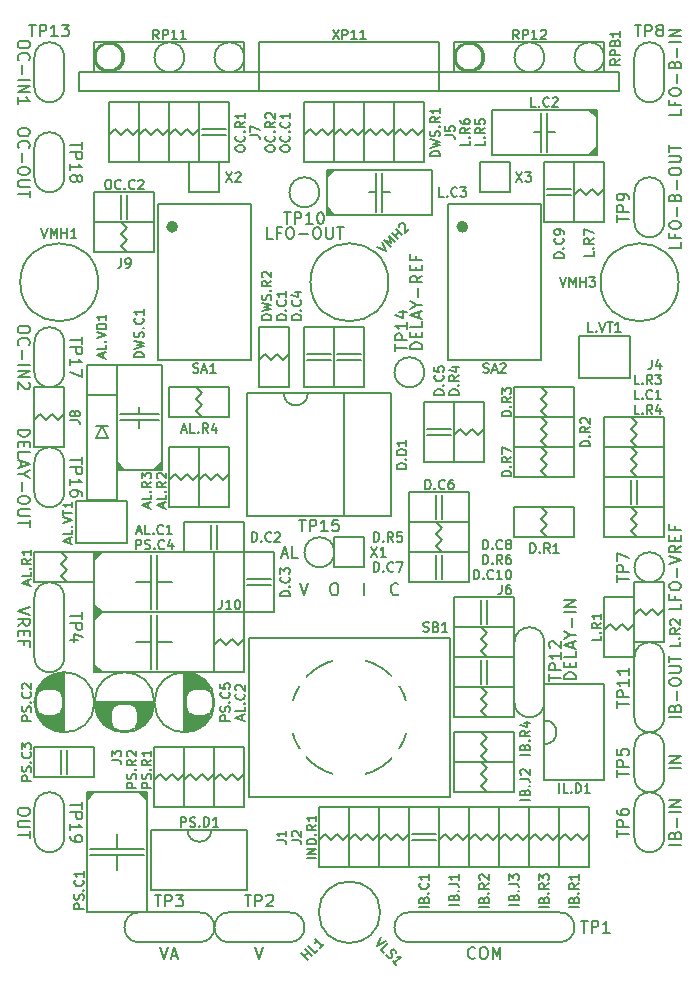
<source format=gbr>
G04 #@! TF.GenerationSoftware,KiCad,Pcbnew,5.1.6-c6e7f7d~87~ubuntu19.10.1*
G04 #@! TF.CreationDate,2023-03-21T23:34:36+06:00*
G04 #@! TF.ProjectId,little_angel_chorus_r2a,6c697474-6c65-45f6-916e-67656c5f6368,2A*
G04 #@! TF.SameCoordinates,Original*
G04 #@! TF.FileFunction,Legend,Top*
G04 #@! TF.FilePolarity,Positive*
%FSLAX46Y46*%
G04 Gerber Fmt 4.6, Leading zero omitted, Abs format (unit mm)*
G04 Created by KiCad (PCBNEW 5.1.6-c6e7f7d~87~ubuntu19.10.1) date 2023-03-21 23:34:36*
%MOMM*%
%LPD*%
G01*
G04 APERTURE LIST*
%ADD10C,0.200000*%
%ADD11C,1.370000*%
%ADD12C,0.500000*%
%ADD13R,2.100000X2.100000*%
%ADD14C,2.100000*%
%ADD15R,2.700000X2.700000*%
%ADD16C,3.000000*%
%ADD17R,2.000000X1.800000*%
%ADD18R,2.400000X0.800000*%
%ADD19R,2.800000X2.600000*%
%ADD20R,1.800000X2.000000*%
%ADD21R,2.600000X2.800000*%
%ADD22R,1.600000X1.200000*%
%ADD23R,2.800000X2.400000*%
%ADD24R,0.800000X2.400000*%
%ADD25R,2.400000X2.800000*%
%ADD26R,1.000000X1.800000*%
%ADD27C,6.200000*%
G04 APERTURE END LIST*
D10*
X109529523Y-173712142D02*
X109481904Y-173759761D01*
X109339047Y-173807380D01*
X109243809Y-173807380D01*
X109100952Y-173759761D01*
X109005714Y-173664523D01*
X108958095Y-173569285D01*
X108910476Y-173378809D01*
X108910476Y-173235952D01*
X108958095Y-173045476D01*
X109005714Y-172950238D01*
X109100952Y-172855000D01*
X109243809Y-172807380D01*
X109339047Y-172807380D01*
X109481904Y-172855000D01*
X109529523Y-172902619D01*
X106680000Y-173807380D02*
X106680000Y-172807380D01*
X104044761Y-172807380D02*
X104235238Y-172807380D01*
X104330476Y-172855000D01*
X104425714Y-172950238D01*
X104473333Y-173140714D01*
X104473333Y-173474047D01*
X104425714Y-173664523D01*
X104330476Y-173759761D01*
X104235238Y-173807380D01*
X104044761Y-173807380D01*
X103949523Y-173759761D01*
X103854285Y-173664523D01*
X103806666Y-173474047D01*
X103806666Y-173140714D01*
X103854285Y-172950238D01*
X103949523Y-172855000D01*
X104044761Y-172807380D01*
X101266666Y-172807380D02*
X101600000Y-173807380D01*
X101933333Y-172807380D01*
X127000000Y-128270000D02*
G75*
G03*
X127000000Y-128270000I-1270000J0D01*
G01*
X121920000Y-128270000D02*
G75*
G03*
X121920000Y-128270000I-1270000J0D01*
G01*
X114300000Y-127000000D02*
X114300000Y-129540000D01*
X83820000Y-127000000D02*
X83820000Y-129540000D01*
D11*
X116255000Y-128270000D02*
G75*
G03*
X116255000Y-128270000I-685000J0D01*
G01*
X85775000Y-128270000D02*
G75*
G03*
X85775000Y-128270000I-685000J0D01*
G01*
D10*
X114300000Y-127000000D02*
X127000000Y-127000000D01*
X83820000Y-127000000D02*
X96520000Y-127000000D01*
X82550000Y-129540000D02*
X82550000Y-131140000D01*
X128270000Y-129540000D02*
X128270000Y-131140000D01*
X97790000Y-127000000D02*
X97790000Y-129540000D01*
X97790000Y-127000000D02*
X113030000Y-127000000D01*
X82550000Y-129540000D02*
X128270000Y-129540000D01*
X82550000Y-131140000D02*
X128270000Y-131140000D01*
X113030000Y-127000000D02*
X113030000Y-129540000D01*
X96520000Y-127000000D02*
X96520000Y-129540000D01*
X127000000Y-127000000D02*
X127000000Y-129540000D01*
X97790000Y-129540000D02*
X97790000Y-131140000D01*
X113030000Y-129540000D02*
X113030000Y-131140000D01*
X91440000Y-128270000D02*
G75*
G03*
X91440000Y-128270000I-1270000J0D01*
G01*
X96520000Y-128270000D02*
G75*
G03*
X96520000Y-128270000I-1270000J0D01*
G01*
D12*
X115220000Y-142620000D02*
G75*
G03*
X115220000Y-142620000I-250000J0D01*
G01*
D10*
X121645000Y-140720000D02*
X121645000Y-153920000D01*
X113745000Y-140720000D02*
X113745000Y-153920000D01*
X113745000Y-153920000D02*
X121645000Y-153920000D01*
X113745000Y-140720000D02*
X121645000Y-140720000D01*
D12*
X90650000Y-142620000D02*
G75*
G03*
X90650000Y-142620000I-250000J0D01*
G01*
D10*
X97075000Y-140720000D02*
X97075000Y-153920000D01*
X89175000Y-140720000D02*
X89175000Y-153920000D01*
X89175000Y-153920000D02*
X97075000Y-153920000D01*
X89175000Y-140720000D02*
X97075000Y-140720000D01*
X81280000Y-191770000D02*
X81280000Y-194310000D01*
X78740000Y-191770000D02*
X78740000Y-194310000D01*
X78740000Y-191770000D02*
G75*
G02*
X81280000Y-191770000I1270000J0D01*
G01*
X81280000Y-194310000D02*
G75*
G02*
X78740000Y-194310000I-1270000J0D01*
G01*
X78740000Y-135890000D02*
X78740000Y-138430000D01*
X81280000Y-135890000D02*
X81280000Y-138430000D01*
X81280000Y-138430000D02*
G75*
G02*
X78740000Y-138430000I-1270000J0D01*
G01*
X78740000Y-135890000D02*
G75*
G02*
X81280000Y-135890000I1270000J0D01*
G01*
X78740000Y-152400000D02*
X78740000Y-154940000D01*
X81280000Y-152400000D02*
X81280000Y-154940000D01*
X81280000Y-154940000D02*
G75*
G02*
X78740000Y-154940000I-1270000J0D01*
G01*
X78740000Y-152400000D02*
G75*
G02*
X81280000Y-152400000I1270000J0D01*
G01*
X78740000Y-162560000D02*
X78740000Y-165100000D01*
X81280000Y-162560000D02*
X81280000Y-165100000D01*
X81280000Y-165100000D02*
G75*
G02*
X78740000Y-165100000I-1270000J0D01*
G01*
X78740000Y-162560000D02*
G75*
G02*
X81280000Y-162560000I1270000J0D01*
G01*
X104140000Y-170180000D02*
G75*
G03*
X104140000Y-170180000I-1270000J0D01*
G01*
X111760000Y-154940000D02*
G75*
G03*
X111760000Y-154940000I-1270000J0D01*
G01*
X81280000Y-128270000D02*
X81280000Y-130810000D01*
X78740000Y-128270000D02*
X78740000Y-130810000D01*
X78740000Y-128270000D02*
G75*
G02*
X81280000Y-128270000I1270000J0D01*
G01*
X81280000Y-130810000D02*
G75*
G02*
X78740000Y-130810000I-1270000J0D01*
G01*
X121920000Y-182880000D02*
X121920000Y-177800000D01*
X119380000Y-182880000D02*
X119380000Y-177800000D01*
X119380000Y-177800000D02*
G75*
G02*
X121920000Y-177800000I1270000J0D01*
G01*
X121920000Y-182880000D02*
G75*
G02*
X119380000Y-182880000I-1270000J0D01*
G01*
X129540000Y-184150000D02*
X129540000Y-179070000D01*
X132080000Y-184150000D02*
X132080000Y-179070000D01*
X132080000Y-184150000D02*
G75*
G02*
X129540000Y-184150000I-1270000J0D01*
G01*
X129540000Y-179070000D02*
G75*
G02*
X132080000Y-179070000I1270000J0D01*
G01*
X102870000Y-139700000D02*
G75*
G03*
X102870000Y-139700000I-1270000J0D01*
G01*
X129540000Y-142240000D02*
X129540000Y-139700000D01*
X132080000Y-142240000D02*
X132080000Y-139700000D01*
X132080000Y-142240000D02*
G75*
G02*
X129540000Y-142240000I-1270000J0D01*
G01*
X129540000Y-139700000D02*
G75*
G02*
X132080000Y-139700000I1270000J0D01*
G01*
X132080000Y-130810000D02*
X132080000Y-128270000D01*
X129540000Y-130810000D02*
X129540000Y-128270000D01*
X129540000Y-128270000D02*
G75*
G02*
X132080000Y-128270000I1270000J0D01*
G01*
X132080000Y-130810000D02*
G75*
G02*
X129540000Y-130810000I-1270000J0D01*
G01*
X132080000Y-171450000D02*
G75*
G03*
X132080000Y-171450000I-1270000J0D01*
G01*
X129540000Y-194310000D02*
X129540000Y-191770000D01*
X132080000Y-194310000D02*
X132080000Y-191770000D01*
X132080000Y-194310000D02*
G75*
G02*
X129540000Y-194310000I-1270000J0D01*
G01*
X129540000Y-191770000D02*
G75*
G02*
X132080000Y-191770000I1270000J0D01*
G01*
X129540000Y-189230000D02*
X129540000Y-186690000D01*
X132080000Y-189230000D02*
X132080000Y-186690000D01*
X132080000Y-189230000D02*
G75*
G02*
X129540000Y-189230000I-1270000J0D01*
G01*
X129540000Y-186690000D02*
G75*
G02*
X132080000Y-186690000I1270000J0D01*
G01*
X78740000Y-173990000D02*
X78740000Y-179070000D01*
X81280000Y-173990000D02*
X81280000Y-179070000D01*
X81280000Y-179070000D02*
G75*
G02*
X78740000Y-179070000I-1270000J0D01*
G01*
X78740000Y-173990000D02*
G75*
G02*
X81280000Y-173990000I1270000J0D01*
G01*
X87630000Y-203200000D02*
X92710000Y-203200000D01*
X87630000Y-200660000D02*
X92710000Y-200660000D01*
X92710000Y-200660000D02*
G75*
G02*
X92710000Y-203200000I0J-1270000D01*
G01*
X87630000Y-203200000D02*
G75*
G02*
X87630000Y-200660000I0J1270000D01*
G01*
X95250000Y-203200000D02*
X100330000Y-203200000D01*
X95250000Y-200660000D02*
X100330000Y-200660000D01*
X100330000Y-200660000D02*
G75*
G02*
X100330000Y-203200000I0J-1270000D01*
G01*
X95250000Y-203200000D02*
G75*
G02*
X95250000Y-200660000I0J1270000D01*
G01*
X110490000Y-200660000D02*
X123190000Y-200660000D01*
X110490000Y-203200000D02*
X123190000Y-203200000D01*
X110490000Y-203200000D02*
G75*
G02*
X110490000Y-200660000I0J1270000D01*
G01*
X123190000Y-200660000D02*
G75*
G02*
X123190000Y-203200000I0J-1270000D01*
G01*
X91440000Y-191770000D02*
X93980000Y-191770000D01*
X91440000Y-186690000D02*
X93980000Y-186690000D01*
X91440000Y-191770000D02*
X91440000Y-186690000D01*
X93980000Y-191770000D02*
X93980000Y-186690000D01*
X93472000Y-189484000D02*
X93980000Y-188976000D01*
X92964000Y-188976000D02*
X93472000Y-189484000D01*
X92456000Y-189484000D02*
X92964000Y-188976000D01*
X91948000Y-188976000D02*
X91440000Y-189484000D01*
X92456000Y-189484000D02*
X91948000Y-188976000D01*
X95504000Y-188976000D02*
X96012000Y-189484000D01*
X96012000Y-189484000D02*
X96520000Y-188976000D01*
X95504000Y-188976000D02*
X94996000Y-189484000D01*
X94996000Y-189484000D02*
X94488000Y-188976000D01*
X94488000Y-188976000D02*
X93980000Y-189484000D01*
X93980000Y-186690000D02*
X93980000Y-191770000D01*
X96520000Y-186690000D02*
X96520000Y-191770000D01*
X96520000Y-191770000D02*
X93980000Y-191770000D01*
X96520000Y-186690000D02*
X93980000Y-186690000D01*
X88646000Y-193675000D02*
X96774000Y-193675000D01*
X96774000Y-193675000D02*
X96774000Y-198755000D01*
X96774000Y-198755000D02*
X88646000Y-198755000D01*
X88646000Y-193675000D02*
X88646000Y-198755000D01*
X91694000Y-193675000D02*
G75*
G03*
X93726000Y-193675000I1016000J0D01*
G01*
X88900000Y-182880000D02*
G75*
G03*
X88900000Y-182880000I-2540000J0D01*
G01*
G36*
X88900000Y-182880000D02*
G01*
X88773000Y-183642000D01*
X88011000Y-184785000D01*
X86360000Y-185420000D01*
X84709000Y-184785000D01*
X83947000Y-183642000D01*
X83820000Y-182880000D01*
X88900000Y-182880000D01*
G37*
X88900000Y-182880000D02*
X88773000Y-183642000D01*
X88011000Y-184785000D01*
X86360000Y-185420000D01*
X84709000Y-184785000D01*
X83947000Y-183642000D01*
X83820000Y-182880000D01*
X88900000Y-182880000D01*
X83820000Y-180340000D02*
X93980000Y-180340000D01*
X83820000Y-175260000D02*
X93980000Y-175260000D01*
X93980000Y-175260000D02*
X93980000Y-180340000D01*
X89154000Y-175514000D02*
X89154000Y-180086000D01*
X88646000Y-175514000D02*
X88646000Y-180086000D01*
X83820000Y-175260000D02*
X83820000Y-180340000D01*
G36*
X84455000Y-180340000D02*
G01*
X83820000Y-180340000D01*
X83820000Y-179705000D01*
X84455000Y-180340000D01*
G37*
X84455000Y-180340000D02*
X83820000Y-180340000D01*
X83820000Y-179705000D01*
X84455000Y-180340000D01*
G36*
X83820000Y-175895000D02*
G01*
X83820000Y-175260000D01*
X84455000Y-175260000D01*
X83820000Y-175895000D01*
G37*
X83820000Y-175895000D02*
X83820000Y-175260000D01*
X84455000Y-175260000D01*
X83820000Y-175895000D01*
X87376000Y-177800000D02*
X88646000Y-177800000D01*
X89154000Y-177800000D02*
X90424000Y-177800000D01*
X83820000Y-186690000D02*
X78740000Y-186690000D01*
X83820000Y-189230000D02*
X78740000Y-189230000D01*
X81026000Y-188976000D02*
X81026000Y-186944000D01*
X81534000Y-188976000D02*
X81534000Y-186944000D01*
X78740000Y-189230000D02*
X78740000Y-186690000D01*
X83820000Y-189230000D02*
X83820000Y-186690000D01*
X83820000Y-182880000D02*
G75*
G03*
X83820000Y-182880000I-2540000J0D01*
G01*
G36*
X81280000Y-185420000D02*
G01*
X80518000Y-185293000D01*
X79375000Y-184531000D01*
X78740000Y-182880000D01*
X79375000Y-181229000D01*
X80518000Y-180467000D01*
X81280000Y-180340000D01*
X81280000Y-185420000D01*
G37*
X81280000Y-185420000D02*
X80518000Y-185293000D01*
X79375000Y-184531000D01*
X78740000Y-182880000D01*
X79375000Y-181229000D01*
X80518000Y-180467000D01*
X81280000Y-180340000D01*
X81280000Y-185420000D01*
X85725000Y-195834000D02*
X85725000Y-197104000D01*
X85725000Y-194056000D02*
X85725000Y-195326000D01*
G36*
X87630000Y-190500000D02*
G01*
X88265000Y-190500000D01*
X88265000Y-191135000D01*
X87630000Y-190500000D01*
G37*
X87630000Y-190500000D02*
X88265000Y-190500000D01*
X88265000Y-191135000D01*
X87630000Y-190500000D01*
G36*
X83185000Y-191135000D02*
G01*
X83185000Y-190500000D01*
X83820000Y-190500000D01*
X83185000Y-191135000D01*
G37*
X83185000Y-191135000D02*
X83185000Y-190500000D01*
X83820000Y-190500000D01*
X83185000Y-191135000D01*
X88265000Y-190500000D02*
X83185000Y-190500000D01*
X88011000Y-195326000D02*
X83439000Y-195326000D01*
X88011000Y-195834000D02*
X83439000Y-195834000D01*
X88265000Y-200660000D02*
X83185000Y-200660000D01*
X88265000Y-190500000D02*
X88265000Y-200660000D01*
X83185000Y-190500000D02*
X83185000Y-200660000D01*
X91694000Y-134366000D02*
X92202000Y-134874000D01*
X92202000Y-134874000D02*
X92710000Y-134366000D01*
X91694000Y-134366000D02*
X91186000Y-134874000D01*
X91186000Y-134874000D02*
X90678000Y-134366000D01*
X90678000Y-134366000D02*
X90170000Y-134874000D01*
X90170000Y-132080000D02*
X90170000Y-137160000D01*
X92710000Y-132080000D02*
X92710000Y-137160000D01*
X92710000Y-137160000D02*
X90170000Y-137160000D01*
X92710000Y-132080000D02*
X90170000Y-132080000D01*
X86614000Y-134366000D02*
X87122000Y-134874000D01*
X87122000Y-134874000D02*
X87630000Y-134366000D01*
X86614000Y-134366000D02*
X86106000Y-134874000D01*
X86106000Y-134874000D02*
X85598000Y-134366000D01*
X85598000Y-134366000D02*
X85090000Y-134874000D01*
X85090000Y-132080000D02*
X85090000Y-137160000D01*
X87630000Y-132080000D02*
X87630000Y-137160000D01*
X87630000Y-137160000D02*
X85090000Y-137160000D01*
X87630000Y-132080000D02*
X85090000Y-132080000D01*
X88900000Y-139700000D02*
X83820000Y-139700000D01*
X88900000Y-142240000D02*
X83820000Y-142240000D01*
X86106000Y-141986000D02*
X86106000Y-139954000D01*
X86614000Y-141986000D02*
X86614000Y-139954000D01*
X83820000Y-142240000D02*
X83820000Y-139700000D01*
X88900000Y-142240000D02*
X88900000Y-139700000D01*
X92710000Y-132080000D02*
X92710000Y-137160000D01*
X95250000Y-132080000D02*
X95250000Y-137160000D01*
X94996000Y-134874000D02*
X92964000Y-134874000D01*
X94996000Y-134366000D02*
X92964000Y-134366000D01*
X95250000Y-137160000D02*
X92710000Y-137160000D01*
X95250000Y-132080000D02*
X92710000Y-132080000D01*
X129159000Y-155448000D02*
X129159000Y-151892000D01*
X129159000Y-155448000D02*
X124841000Y-155448000D01*
X124841000Y-151892000D02*
X124841000Y-155448000D01*
X124841000Y-151892000D02*
X129159000Y-151892000D01*
X127000000Y-137160000D02*
X124460000Y-137160000D01*
X127000000Y-142240000D02*
X124460000Y-142240000D01*
X127000000Y-137160000D02*
X127000000Y-142240000D01*
X124460000Y-137160000D02*
X124460000Y-142240000D01*
X124968000Y-139446000D02*
X124460000Y-139954000D01*
X125476000Y-139954000D02*
X124968000Y-139446000D01*
X125984000Y-139446000D02*
X125476000Y-139954000D01*
X126492000Y-139954000D02*
X127000000Y-139446000D01*
X125984000Y-139446000D02*
X126492000Y-139954000D01*
X107696000Y-134874000D02*
X107188000Y-134366000D01*
X107188000Y-134366000D02*
X106680000Y-134874000D01*
X107696000Y-134874000D02*
X108204000Y-134366000D01*
X108204000Y-134366000D02*
X108712000Y-134874000D01*
X108712000Y-134874000D02*
X109220000Y-134366000D01*
X109220000Y-137160000D02*
X109220000Y-132080000D01*
X106680000Y-137160000D02*
X106680000Y-132080000D01*
X106680000Y-132080000D02*
X109220000Y-132080000D01*
X106680000Y-137160000D02*
X109220000Y-137160000D01*
X110236000Y-134874000D02*
X109728000Y-134366000D01*
X109728000Y-134366000D02*
X109220000Y-134874000D01*
X110236000Y-134874000D02*
X110744000Y-134366000D01*
X110744000Y-134366000D02*
X111252000Y-134874000D01*
X111252000Y-134874000D02*
X111760000Y-134366000D01*
X111760000Y-137160000D02*
X111760000Y-132080000D01*
X109220000Y-137160000D02*
X109220000Y-132080000D01*
X109220000Y-132080000D02*
X111760000Y-132080000D01*
X109220000Y-137160000D02*
X111760000Y-137160000D01*
X132080000Y-168910000D02*
X132080000Y-166370000D01*
X127000000Y-168910000D02*
X127000000Y-166370000D01*
X132080000Y-168910000D02*
X127000000Y-168910000D01*
X132080000Y-166370000D02*
X127000000Y-166370000D01*
X129794000Y-166878000D02*
X129286000Y-166370000D01*
X129286000Y-167386000D02*
X129794000Y-166878000D01*
X129794000Y-167894000D02*
X129286000Y-167386000D01*
X129286000Y-168402000D02*
X129794000Y-168910000D01*
X129794000Y-167894000D02*
X129286000Y-168402000D01*
X129794000Y-162814000D02*
X129286000Y-163322000D01*
X129286000Y-163322000D02*
X129794000Y-163830000D01*
X129794000Y-162814000D02*
X129286000Y-162306000D01*
X129286000Y-162306000D02*
X129794000Y-161798000D01*
X129794000Y-161798000D02*
X129286000Y-161290000D01*
X132080000Y-161290000D02*
X127000000Y-161290000D01*
X132080000Y-163830000D02*
X127000000Y-163830000D01*
X127000000Y-163830000D02*
X127000000Y-161290000D01*
X132080000Y-163830000D02*
X132080000Y-161290000D01*
X130556000Y-175514000D02*
X130048000Y-175006000D01*
X130048000Y-175006000D02*
X129540000Y-175514000D01*
X130556000Y-175514000D02*
X131064000Y-175006000D01*
X131064000Y-175006000D02*
X131572000Y-175514000D01*
X131572000Y-175514000D02*
X132080000Y-175006000D01*
X132080000Y-177800000D02*
X132080000Y-172720000D01*
X129540000Y-177800000D02*
X129540000Y-172720000D01*
X129540000Y-172720000D02*
X132080000Y-172720000D01*
X129540000Y-177800000D02*
X132080000Y-177800000D01*
X128524000Y-176276000D02*
X129032000Y-176784000D01*
X129032000Y-176784000D02*
X129540000Y-176276000D01*
X128524000Y-176276000D02*
X128016000Y-176784000D01*
X128016000Y-176784000D02*
X127508000Y-176276000D01*
X127508000Y-176276000D02*
X127000000Y-176784000D01*
X127000000Y-173990000D02*
X127000000Y-179070000D01*
X129540000Y-173990000D02*
X129540000Y-179070000D01*
X129540000Y-179070000D02*
X127000000Y-179070000D01*
X129540000Y-173990000D02*
X127000000Y-173990000D01*
G36*
X103505000Y-138430000D02*
G01*
X103505000Y-137795000D01*
X104140000Y-137795000D01*
X103505000Y-138430000D01*
G37*
X103505000Y-138430000D02*
X103505000Y-137795000D01*
X104140000Y-137795000D01*
X103505000Y-138430000D01*
G36*
X104140000Y-141605000D02*
G01*
X103505000Y-141605000D01*
X103505000Y-140970000D01*
X104140000Y-141605000D01*
G37*
X104140000Y-141605000D02*
X103505000Y-141605000D01*
X103505000Y-140970000D01*
X104140000Y-141605000D01*
X103505000Y-141605000D02*
X112395000Y-141605000D01*
X103505000Y-137795000D02*
X112395000Y-137795000D01*
X112395000Y-137795000D02*
X112395000Y-141605000D01*
X108204000Y-138049000D02*
X108204000Y-141351000D01*
X107696000Y-138049000D02*
X107696000Y-141351000D01*
X103505000Y-137795000D02*
X103505000Y-141605000D01*
X107061000Y-139700000D02*
X107696000Y-139700000D01*
X108204000Y-139700000D02*
X108839000Y-139700000D01*
G36*
X126365000Y-135890000D02*
G01*
X126365000Y-136525000D01*
X125730000Y-136525000D01*
X126365000Y-135890000D01*
G37*
X126365000Y-135890000D02*
X126365000Y-136525000D01*
X125730000Y-136525000D01*
X126365000Y-135890000D01*
G36*
X125730000Y-132715000D02*
G01*
X126365000Y-132715000D01*
X126365000Y-133350000D01*
X125730000Y-132715000D01*
G37*
X125730000Y-132715000D02*
X126365000Y-132715000D01*
X126365000Y-133350000D01*
X125730000Y-132715000D01*
X126365000Y-132715000D02*
X117475000Y-132715000D01*
X126365000Y-136525000D02*
X117475000Y-136525000D01*
X117475000Y-136525000D02*
X117475000Y-132715000D01*
X121666000Y-136271000D02*
X121666000Y-132969000D01*
X122174000Y-136271000D02*
X122174000Y-132969000D01*
X126365000Y-136525000D02*
X126365000Y-132715000D01*
X122809000Y-134620000D02*
X122174000Y-134620000D01*
X121666000Y-134620000D02*
X121031000Y-134620000D01*
X132080000Y-163830000D02*
X127000000Y-163830000D01*
X132080000Y-166370000D02*
X127000000Y-166370000D01*
X129286000Y-166116000D02*
X129286000Y-164084000D01*
X129794000Y-166116000D02*
X129794000Y-164084000D01*
X127000000Y-166370000D02*
X127000000Y-163830000D01*
X132080000Y-166370000D02*
X132080000Y-163830000D01*
X94996000Y-178054000D02*
X94488000Y-177546000D01*
X94488000Y-177546000D02*
X93980000Y-178054000D01*
X94996000Y-178054000D02*
X95504000Y-177546000D01*
X95504000Y-177546000D02*
X96012000Y-178054000D01*
X96012000Y-178054000D02*
X96520000Y-177546000D01*
X96520000Y-180340000D02*
X96520000Y-175260000D01*
X93980000Y-180340000D02*
X93980000Y-175260000D01*
X93980000Y-175260000D02*
X96520000Y-175260000D01*
X93980000Y-180340000D02*
X96520000Y-180340000D01*
X83820000Y-142240000D02*
X83820000Y-144780000D01*
X88900000Y-142240000D02*
X88900000Y-144780000D01*
X83820000Y-142240000D02*
X88900000Y-142240000D01*
X83820000Y-144780000D02*
X88900000Y-144780000D01*
X86106000Y-144272000D02*
X86614000Y-144780000D01*
X86614000Y-143764000D02*
X86106000Y-144272000D01*
X86106000Y-143256000D02*
X86614000Y-143764000D01*
X86614000Y-142748000D02*
X86106000Y-142240000D01*
X86106000Y-143256000D02*
X86614000Y-142748000D01*
X78740000Y-161290000D02*
X81280000Y-161290000D01*
X78740000Y-156210000D02*
X81280000Y-156210000D01*
X78740000Y-161290000D02*
X78740000Y-156210000D01*
X81280000Y-161290000D02*
X81280000Y-156210000D01*
X80772000Y-159004000D02*
X81280000Y-158496000D01*
X80264000Y-158496000D02*
X80772000Y-159004000D01*
X79756000Y-159004000D02*
X80264000Y-158496000D01*
X79248000Y-158496000D02*
X78740000Y-159004000D01*
X79756000Y-159004000D02*
X79248000Y-158496000D01*
X88646000Y-134874000D02*
X88138000Y-134366000D01*
X88138000Y-134366000D02*
X87630000Y-134874000D01*
X88646000Y-134874000D02*
X89154000Y-134366000D01*
X89154000Y-134366000D02*
X89662000Y-134874000D01*
X89662000Y-134874000D02*
X90170000Y-134366000D01*
X90170000Y-137160000D02*
X90170000Y-132080000D01*
X87630000Y-137160000D02*
X87630000Y-132080000D01*
X87630000Y-132080000D02*
X90170000Y-132080000D01*
X87630000Y-137160000D02*
X90170000Y-137160000D01*
X116586000Y-182626000D02*
X117094000Y-182118000D01*
X117094000Y-182118000D02*
X116586000Y-181610000D01*
X116586000Y-182626000D02*
X117094000Y-183134000D01*
X117094000Y-183134000D02*
X116586000Y-183642000D01*
X116586000Y-183642000D02*
X117094000Y-184150000D01*
X114300000Y-184150000D02*
X119380000Y-184150000D01*
X114300000Y-181610000D02*
X119380000Y-181610000D01*
X119380000Y-181610000D02*
X119380000Y-184150000D01*
X114300000Y-181610000D02*
X114300000Y-184150000D01*
X104140000Y-137160000D02*
X106680000Y-137160000D01*
X104140000Y-132080000D02*
X106680000Y-132080000D01*
X104140000Y-137160000D02*
X104140000Y-132080000D01*
X106680000Y-137160000D02*
X106680000Y-132080000D01*
X106172000Y-134874000D02*
X106680000Y-134366000D01*
X105664000Y-134366000D02*
X106172000Y-134874000D01*
X105156000Y-134874000D02*
X105664000Y-134366000D01*
X104648000Y-134366000D02*
X104140000Y-134874000D01*
X105156000Y-134874000D02*
X104648000Y-134366000D01*
X127000000Y-158750000D02*
X127000000Y-161290000D01*
X132080000Y-158750000D02*
X132080000Y-161290000D01*
X127000000Y-158750000D02*
X132080000Y-158750000D01*
X127000000Y-161290000D02*
X132080000Y-161290000D01*
X129286000Y-160782000D02*
X129794000Y-161290000D01*
X129794000Y-160274000D02*
X129286000Y-160782000D01*
X129286000Y-159766000D02*
X129794000Y-160274000D01*
X129794000Y-159258000D02*
X129286000Y-158750000D01*
X129286000Y-159766000D02*
X129794000Y-159258000D01*
X88900000Y-191770000D02*
X91440000Y-191770000D01*
X88900000Y-186690000D02*
X91440000Y-186690000D01*
X88900000Y-191770000D02*
X88900000Y-186690000D01*
X91440000Y-191770000D02*
X91440000Y-186690000D01*
X90932000Y-189484000D02*
X91440000Y-188976000D01*
X90424000Y-188976000D02*
X90932000Y-189484000D01*
X89916000Y-189484000D02*
X90424000Y-188976000D01*
X89408000Y-188976000D02*
X88900000Y-189484000D01*
X89916000Y-189484000D02*
X89408000Y-188976000D01*
X107950000Y-191770000D02*
X105410000Y-191770000D01*
X107950000Y-196850000D02*
X105410000Y-196850000D01*
X107950000Y-191770000D02*
X107950000Y-196850000D01*
X105410000Y-191770000D02*
X105410000Y-196850000D01*
X105918000Y-194056000D02*
X105410000Y-194564000D01*
X106426000Y-194564000D02*
X105918000Y-194056000D01*
X106934000Y-194056000D02*
X106426000Y-194564000D01*
X107442000Y-194564000D02*
X107950000Y-194056000D01*
X106934000Y-194056000D02*
X107442000Y-194564000D01*
X103886000Y-194564000D02*
X103378000Y-194056000D01*
X103378000Y-194056000D02*
X102870000Y-194564000D01*
X103886000Y-194564000D02*
X104394000Y-194056000D01*
X104394000Y-194056000D02*
X104902000Y-194564000D01*
X104902000Y-194564000D02*
X105410000Y-194056000D01*
X105410000Y-196850000D02*
X105410000Y-191770000D01*
X102870000Y-196850000D02*
X102870000Y-191770000D01*
X102870000Y-191770000D02*
X105410000Y-191770000D01*
X102870000Y-196850000D02*
X105410000Y-196850000D01*
X109474000Y-194056000D02*
X109982000Y-194564000D01*
X109982000Y-194564000D02*
X110490000Y-194056000D01*
X109474000Y-194056000D02*
X108966000Y-194564000D01*
X108966000Y-194564000D02*
X108458000Y-194056000D01*
X108458000Y-194056000D02*
X107950000Y-194564000D01*
X107950000Y-191770000D02*
X107950000Y-196850000D01*
X110490000Y-191770000D02*
X110490000Y-196850000D01*
X110490000Y-196850000D02*
X107950000Y-196850000D01*
X110490000Y-191770000D02*
X107950000Y-191770000D01*
X121920000Y-189484000D02*
X121920000Y-181356000D01*
X121920000Y-181356000D02*
X127000000Y-181356000D01*
X127000000Y-181356000D02*
X127000000Y-189484000D01*
X121920000Y-189484000D02*
X127000000Y-189484000D01*
X121920000Y-186436000D02*
G75*
G03*
X121920000Y-184404000I0J1016000D01*
G01*
X119380000Y-187960000D02*
X119380000Y-185420000D01*
X114300000Y-187960000D02*
X114300000Y-185420000D01*
X119380000Y-187960000D02*
X114300000Y-187960000D01*
X119380000Y-185420000D02*
X114300000Y-185420000D01*
X117094000Y-185928000D02*
X116586000Y-185420000D01*
X116586000Y-186436000D02*
X117094000Y-185928000D01*
X117094000Y-186944000D02*
X116586000Y-186436000D01*
X116586000Y-187452000D02*
X117094000Y-187960000D01*
X117094000Y-186944000D02*
X116586000Y-187452000D01*
X120650000Y-196850000D02*
X123190000Y-196850000D01*
X120650000Y-191770000D02*
X123190000Y-191770000D01*
X120650000Y-196850000D02*
X120650000Y-191770000D01*
X123190000Y-196850000D02*
X123190000Y-191770000D01*
X122682000Y-194564000D02*
X123190000Y-194056000D01*
X122174000Y-194056000D02*
X122682000Y-194564000D01*
X121666000Y-194564000D02*
X122174000Y-194056000D01*
X121158000Y-194056000D02*
X120650000Y-194564000D01*
X121666000Y-194564000D02*
X121158000Y-194056000D01*
X116586000Y-194564000D02*
X116078000Y-194056000D01*
X116078000Y-194056000D02*
X115570000Y-194564000D01*
X116586000Y-194564000D02*
X117094000Y-194056000D01*
X117094000Y-194056000D02*
X117602000Y-194564000D01*
X117602000Y-194564000D02*
X118110000Y-194056000D01*
X118110000Y-196850000D02*
X118110000Y-191770000D01*
X115570000Y-196850000D02*
X115570000Y-191770000D01*
X115570000Y-191770000D02*
X118110000Y-191770000D01*
X115570000Y-196850000D02*
X118110000Y-196850000D01*
X125730000Y-191770000D02*
X123190000Y-191770000D01*
X125730000Y-196850000D02*
X123190000Y-196850000D01*
X125730000Y-191770000D02*
X125730000Y-196850000D01*
X123190000Y-191770000D02*
X123190000Y-196850000D01*
X123698000Y-194056000D02*
X123190000Y-194564000D01*
X124206000Y-194564000D02*
X123698000Y-194056000D01*
X124714000Y-194056000D02*
X124206000Y-194564000D01*
X125222000Y-194564000D02*
X125730000Y-194056000D01*
X124714000Y-194056000D02*
X125222000Y-194564000D01*
X119126000Y-194564000D02*
X118618000Y-194056000D01*
X118618000Y-194056000D02*
X118110000Y-194564000D01*
X119126000Y-194564000D02*
X119634000Y-194056000D01*
X119634000Y-194056000D02*
X120142000Y-194564000D01*
X120142000Y-194564000D02*
X120650000Y-194056000D01*
X120650000Y-196850000D02*
X120650000Y-191770000D01*
X118110000Y-196850000D02*
X118110000Y-191770000D01*
X118110000Y-191770000D02*
X120650000Y-191770000D01*
X118110000Y-196850000D02*
X120650000Y-196850000D01*
X114300000Y-187960000D02*
X114300000Y-190500000D01*
X119380000Y-187960000D02*
X119380000Y-190500000D01*
X114300000Y-187960000D02*
X119380000Y-187960000D01*
X114300000Y-190500000D02*
X119380000Y-190500000D01*
X116586000Y-189992000D02*
X117094000Y-190500000D01*
X117094000Y-189484000D02*
X116586000Y-189992000D01*
X116586000Y-188976000D02*
X117094000Y-189484000D01*
X117094000Y-188468000D02*
X116586000Y-187960000D01*
X116586000Y-188976000D02*
X117094000Y-188468000D01*
X114554000Y-194056000D02*
X115062000Y-194564000D01*
X115062000Y-194564000D02*
X115570000Y-194056000D01*
X114554000Y-194056000D02*
X114046000Y-194564000D01*
X114046000Y-194564000D02*
X113538000Y-194056000D01*
X113538000Y-194056000D02*
X113030000Y-194564000D01*
X113030000Y-191770000D02*
X113030000Y-196850000D01*
X115570000Y-191770000D02*
X115570000Y-196850000D01*
X115570000Y-196850000D02*
X113030000Y-196850000D01*
X115570000Y-191770000D02*
X113030000Y-191770000D01*
X113030000Y-196850000D02*
X113030000Y-191770000D01*
X110490000Y-196850000D02*
X110490000Y-191770000D01*
X110744000Y-194056000D02*
X112776000Y-194056000D01*
X110744000Y-194564000D02*
X112776000Y-194564000D01*
X110490000Y-191770000D02*
X113030000Y-191770000D01*
X110490000Y-196850000D02*
X113030000Y-196850000D01*
X100330000Y-151130000D02*
X97790000Y-151130000D01*
X100330000Y-156210000D02*
X97790000Y-156210000D01*
X100330000Y-151130000D02*
X100330000Y-156210000D01*
X97790000Y-151130000D02*
X97790000Y-156210000D01*
X98298000Y-153416000D02*
X97790000Y-153924000D01*
X98806000Y-153924000D02*
X98298000Y-153416000D01*
X99314000Y-153416000D02*
X98806000Y-153924000D01*
X99822000Y-153924000D02*
X100330000Y-153416000D01*
X99314000Y-153416000D02*
X99822000Y-153924000D01*
X101600000Y-137160000D02*
X104140000Y-137160000D01*
X101600000Y-132080000D02*
X104140000Y-132080000D01*
X101600000Y-137160000D02*
X101600000Y-132080000D01*
X104140000Y-137160000D02*
X104140000Y-132080000D01*
X103632000Y-134874000D02*
X104140000Y-134366000D01*
X103124000Y-134366000D02*
X103632000Y-134874000D01*
X102616000Y-134874000D02*
X103124000Y-134366000D01*
X102108000Y-134366000D02*
X101600000Y-134874000D01*
X102616000Y-134874000D02*
X102108000Y-134366000D01*
X87630000Y-158496000D02*
X87630000Y-157861000D01*
X87630000Y-159639000D02*
X87630000Y-159004000D01*
X85725000Y-163195000D02*
X89535000Y-163195000D01*
X85979000Y-159004000D02*
X89281000Y-159004000D01*
X85979000Y-158496000D02*
X89281000Y-158496000D01*
X85725000Y-154305000D02*
X89535000Y-154305000D01*
X85725000Y-163195000D02*
X85725000Y-154305000D01*
X89535000Y-163195000D02*
X89535000Y-154305000D01*
G36*
X89535000Y-162560000D02*
G01*
X89535000Y-163195000D01*
X88900000Y-163195000D01*
X89535000Y-162560000D01*
G37*
X89535000Y-162560000D02*
X89535000Y-163195000D01*
X88900000Y-163195000D01*
X89535000Y-162560000D01*
G36*
X86360000Y-163195000D02*
G01*
X85725000Y-163195000D01*
X85725000Y-162560000D01*
X86360000Y-163195000D01*
G37*
X86360000Y-163195000D02*
X85725000Y-163195000D01*
X85725000Y-162560000D01*
X86360000Y-163195000D01*
X121666000Y-162306000D02*
X122174000Y-161798000D01*
X122174000Y-161798000D02*
X121666000Y-161290000D01*
X121666000Y-162306000D02*
X122174000Y-162814000D01*
X122174000Y-162814000D02*
X121666000Y-163322000D01*
X121666000Y-163322000D02*
X122174000Y-163830000D01*
X119380000Y-163830000D02*
X124460000Y-163830000D01*
X119380000Y-161290000D02*
X124460000Y-161290000D01*
X124460000Y-161290000D02*
X124460000Y-163830000D01*
X119380000Y-161290000D02*
X119380000Y-163830000D01*
X119380000Y-179070000D02*
X119380000Y-176530000D01*
X114300000Y-179070000D02*
X114300000Y-176530000D01*
X119380000Y-179070000D02*
X114300000Y-179070000D01*
X119380000Y-176530000D02*
X114300000Y-176530000D01*
X117094000Y-177038000D02*
X116586000Y-176530000D01*
X116586000Y-177546000D02*
X117094000Y-177038000D01*
X117094000Y-178054000D02*
X116586000Y-177546000D01*
X116586000Y-178562000D02*
X117094000Y-179070000D01*
X117094000Y-178054000D02*
X116586000Y-178562000D01*
X110490000Y-167640000D02*
X110490000Y-170180000D01*
X115570000Y-167640000D02*
X115570000Y-170180000D01*
X110490000Y-167640000D02*
X115570000Y-167640000D01*
X110490000Y-170180000D02*
X115570000Y-170180000D01*
X112776000Y-169672000D02*
X113284000Y-170180000D01*
X113284000Y-169164000D02*
X112776000Y-169672000D01*
X112776000Y-168656000D02*
X113284000Y-169164000D01*
X113284000Y-168148000D02*
X112776000Y-167640000D01*
X112776000Y-168656000D02*
X113284000Y-168148000D01*
X115316000Y-160274000D02*
X114808000Y-159766000D01*
X114808000Y-159766000D02*
X114300000Y-160274000D01*
X115316000Y-160274000D02*
X115824000Y-159766000D01*
X115824000Y-159766000D02*
X116332000Y-160274000D01*
X116332000Y-160274000D02*
X116840000Y-159766000D01*
X116840000Y-162560000D02*
X116840000Y-157480000D01*
X114300000Y-162560000D02*
X114300000Y-157480000D01*
X114300000Y-157480000D02*
X116840000Y-157480000D01*
X114300000Y-162560000D02*
X116840000Y-162560000D01*
X121666000Y-157226000D02*
X122174000Y-156718000D01*
X122174000Y-156718000D02*
X121666000Y-156210000D01*
X121666000Y-157226000D02*
X122174000Y-157734000D01*
X122174000Y-157734000D02*
X121666000Y-158242000D01*
X121666000Y-158242000D02*
X122174000Y-158750000D01*
X119380000Y-158750000D02*
X124460000Y-158750000D01*
X119380000Y-156210000D02*
X124460000Y-156210000D01*
X124460000Y-156210000D02*
X124460000Y-158750000D01*
X119380000Y-156210000D02*
X119380000Y-158750000D01*
X121666000Y-159766000D02*
X122174000Y-159258000D01*
X122174000Y-159258000D02*
X121666000Y-158750000D01*
X121666000Y-159766000D02*
X122174000Y-160274000D01*
X122174000Y-160274000D02*
X121666000Y-160782000D01*
X121666000Y-160782000D02*
X122174000Y-161290000D01*
X119380000Y-161290000D02*
X124460000Y-161290000D01*
X119380000Y-158750000D02*
X124460000Y-158750000D01*
X124460000Y-158750000D02*
X124460000Y-161290000D01*
X119380000Y-158750000D02*
X119380000Y-161290000D01*
X121666000Y-167386000D02*
X122174000Y-166878000D01*
X122174000Y-166878000D02*
X121666000Y-166370000D01*
X121666000Y-167386000D02*
X122174000Y-167894000D01*
X122174000Y-167894000D02*
X121666000Y-168402000D01*
X121666000Y-168402000D02*
X122174000Y-168910000D01*
X119380000Y-168910000D02*
X124460000Y-168910000D01*
X119380000Y-166370000D02*
X124460000Y-166370000D01*
X124460000Y-166370000D02*
X124460000Y-168910000D01*
X119380000Y-166370000D02*
X119380000Y-168910000D01*
X96774000Y-156718000D02*
X96774000Y-167132000D01*
X108966000Y-167132000D02*
X96774000Y-167132000D01*
X108966000Y-156718000D02*
X108966000Y-167132000D01*
X96774000Y-156718000D02*
X108966000Y-156718000D01*
X104966000Y-156718000D02*
X104966000Y-167132000D01*
X99854000Y-156718000D02*
G75*
G03*
X101886000Y-156718000I1016000J0D01*
G01*
X114300000Y-181610000D02*
X119380000Y-181610000D01*
X114300000Y-179070000D02*
X119380000Y-179070000D01*
X117094000Y-179324000D02*
X117094000Y-181356000D01*
X116586000Y-179324000D02*
X116586000Y-181356000D01*
X119380000Y-179070000D02*
X119380000Y-181610000D01*
X114300000Y-179070000D02*
X114300000Y-181610000D01*
X124460000Y-142240000D02*
X124460000Y-137160000D01*
X121920000Y-142240000D02*
X121920000Y-137160000D01*
X122174000Y-139446000D02*
X124206000Y-139446000D01*
X122174000Y-139954000D02*
X124206000Y-139954000D01*
X121920000Y-137160000D02*
X124460000Y-137160000D01*
X121920000Y-142240000D02*
X124460000Y-142240000D01*
X114300000Y-173990000D02*
X114300000Y-176530000D01*
X119380000Y-173990000D02*
X119380000Y-176530000D01*
X116586000Y-174244000D02*
X116586000Y-176276000D01*
X117094000Y-174244000D02*
X117094000Y-176276000D01*
X114300000Y-173990000D02*
X119380000Y-173990000D01*
X114300000Y-176530000D02*
X119380000Y-176530000D01*
X110490000Y-172720000D02*
X115570000Y-172720000D01*
X110490000Y-170180000D02*
X115570000Y-170180000D01*
X113284000Y-170434000D02*
X113284000Y-172466000D01*
X112776000Y-170434000D02*
X112776000Y-172466000D01*
X115570000Y-170180000D02*
X115570000Y-172720000D01*
X110490000Y-170180000D02*
X110490000Y-172720000D01*
X115570000Y-165100000D02*
X110490000Y-165100000D01*
X115570000Y-167640000D02*
X110490000Y-167640000D01*
X112776000Y-167386000D02*
X112776000Y-165354000D01*
X113284000Y-167386000D02*
X113284000Y-165354000D01*
X110490000Y-167640000D02*
X110490000Y-165100000D01*
X115570000Y-167640000D02*
X115570000Y-165100000D01*
X111760000Y-157480000D02*
X111760000Y-162560000D01*
X114300000Y-157480000D02*
X114300000Y-162560000D01*
X114046000Y-160274000D02*
X112014000Y-160274000D01*
X114046000Y-159766000D02*
X112014000Y-159766000D01*
X114300000Y-162560000D02*
X111760000Y-162560000D01*
X114300000Y-157480000D02*
X111760000Y-157480000D01*
X106680000Y-156210000D02*
X106680000Y-151130000D01*
X104140000Y-156210000D02*
X104140000Y-151130000D01*
X104394000Y-153416000D02*
X106426000Y-153416000D01*
X104394000Y-153924000D02*
X106426000Y-153924000D01*
X104140000Y-151130000D02*
X106680000Y-151130000D01*
X104140000Y-156210000D02*
X106680000Y-156210000D01*
X96520000Y-175260000D02*
X99060000Y-175260000D01*
X96520000Y-170180000D02*
X99060000Y-170180000D01*
X96774000Y-172974000D02*
X98806000Y-172974000D01*
X96774000Y-172466000D02*
X98806000Y-172466000D01*
X96520000Y-175260000D02*
X96520000Y-170180000D01*
X99060000Y-175260000D02*
X99060000Y-170180000D01*
X91440000Y-167640000D02*
X91440000Y-170180000D01*
X96520000Y-167640000D02*
X96520000Y-170180000D01*
X93726000Y-167894000D02*
X93726000Y-169926000D01*
X94234000Y-167894000D02*
X94234000Y-169926000D01*
X91440000Y-167640000D02*
X96520000Y-167640000D01*
X91440000Y-170180000D02*
X96520000Y-170180000D01*
X104140000Y-156210000D02*
X104140000Y-151130000D01*
X101600000Y-156210000D02*
X101600000Y-151130000D01*
X101854000Y-153416000D02*
X103886000Y-153416000D01*
X101854000Y-153924000D02*
X103886000Y-153924000D01*
X101600000Y-151130000D02*
X104140000Y-151130000D01*
X101600000Y-156210000D02*
X104140000Y-156210000D01*
X82296000Y-165862000D02*
X82296000Y-169418000D01*
X82296000Y-165862000D02*
X86614000Y-165862000D01*
X86614000Y-169418000D02*
X86614000Y-165862000D01*
X86614000Y-169418000D02*
X82296000Y-169418000D01*
X83947000Y-159512000D02*
X84963000Y-159512000D01*
X84963000Y-160528000D02*
X84455000Y-159512000D01*
X83947000Y-160528000D02*
X84455000Y-159512000D01*
X83947000Y-160528000D02*
X84963000Y-160528000D01*
X83185000Y-154305000D02*
X85725000Y-154305000D01*
X83185000Y-165735000D02*
X85725000Y-165735000D01*
X85725000Y-165735000D02*
X85725000Y-154305000D01*
X83185000Y-165735000D02*
X83185000Y-154305000D01*
X83185000Y-156845000D02*
X85725000Y-156845000D01*
X95250000Y-158750000D02*
X95250000Y-156210000D01*
X90170000Y-158750000D02*
X90170000Y-156210000D01*
X95250000Y-158750000D02*
X90170000Y-158750000D01*
X95250000Y-156210000D02*
X90170000Y-156210000D01*
X92964000Y-156718000D02*
X92456000Y-156210000D01*
X92456000Y-157226000D02*
X92964000Y-156718000D01*
X92964000Y-157734000D02*
X92456000Y-157226000D01*
X92456000Y-158242000D02*
X92964000Y-158750000D01*
X92964000Y-157734000D02*
X92456000Y-158242000D01*
X91186000Y-164084000D02*
X90678000Y-163576000D01*
X90678000Y-163576000D02*
X90170000Y-164084000D01*
X91186000Y-164084000D02*
X91694000Y-163576000D01*
X91694000Y-163576000D02*
X92202000Y-164084000D01*
X92202000Y-164084000D02*
X92710000Y-163576000D01*
X92710000Y-166370000D02*
X92710000Y-161290000D01*
X90170000Y-166370000D02*
X90170000Y-161290000D01*
X90170000Y-161290000D02*
X92710000Y-161290000D01*
X90170000Y-166370000D02*
X92710000Y-166370000D01*
X94234000Y-163576000D02*
X94742000Y-164084000D01*
X94742000Y-164084000D02*
X95250000Y-163576000D01*
X94234000Y-163576000D02*
X93726000Y-164084000D01*
X93726000Y-164084000D02*
X93218000Y-163576000D01*
X93218000Y-163576000D02*
X92710000Y-164084000D01*
X92710000Y-161290000D02*
X92710000Y-166370000D01*
X95250000Y-161290000D02*
X95250000Y-166370000D01*
X95250000Y-166370000D02*
X92710000Y-166370000D01*
X95250000Y-161290000D02*
X92710000Y-161290000D01*
X81534000Y-171704000D02*
X81026000Y-172212000D01*
X81026000Y-172212000D02*
X81534000Y-172720000D01*
X81534000Y-171704000D02*
X81026000Y-171196000D01*
X81026000Y-171196000D02*
X81534000Y-170688000D01*
X81534000Y-170688000D02*
X81026000Y-170180000D01*
X83820000Y-170180000D02*
X78740000Y-170180000D01*
X83820000Y-172720000D02*
X78740000Y-172720000D01*
X78740000Y-172720000D02*
X78740000Y-170180000D01*
X83820000Y-172720000D02*
X83820000Y-170180000D01*
X93980000Y-182880000D02*
G75*
G03*
X93980000Y-182880000I-2540000J0D01*
G01*
G36*
X91440000Y-180340000D02*
G01*
X92202000Y-180467000D01*
X93345000Y-181229000D01*
X93980000Y-182880000D01*
X93345000Y-184531000D01*
X92202000Y-185293000D01*
X91440000Y-185420000D01*
X91440000Y-180340000D01*
G37*
X91440000Y-180340000D02*
X92202000Y-180467000D01*
X93345000Y-181229000D01*
X93980000Y-182880000D01*
X93345000Y-184531000D01*
X92202000Y-185293000D01*
X91440000Y-185420000D01*
X91440000Y-180340000D01*
X89154000Y-172720000D02*
X90424000Y-172720000D01*
X87376000Y-172720000D02*
X88646000Y-172720000D01*
G36*
X83820000Y-170815000D02*
G01*
X83820000Y-170180000D01*
X84455000Y-170180000D01*
X83820000Y-170815000D01*
G37*
X83820000Y-170815000D02*
X83820000Y-170180000D01*
X84455000Y-170180000D01*
X83820000Y-170815000D01*
G36*
X84455000Y-175260000D02*
G01*
X83820000Y-175260000D01*
X83820000Y-174625000D01*
X84455000Y-175260000D01*
G37*
X84455000Y-175260000D02*
X83820000Y-175260000D01*
X83820000Y-174625000D01*
X84455000Y-175260000D01*
X83820000Y-170180000D02*
X83820000Y-175260000D01*
X88646000Y-170434000D02*
X88646000Y-175006000D01*
X89154000Y-170434000D02*
X89154000Y-175006000D01*
X93980000Y-170180000D02*
X93980000Y-175260000D01*
X83820000Y-170180000D02*
X93980000Y-170180000D01*
X83820000Y-175260000D02*
X93980000Y-175260000D01*
X108010000Y-200660000D02*
G75*
G03*
X108010000Y-200660000I-2600000J0D01*
G01*
X133282000Y-147320000D02*
G75*
G03*
X133282000Y-147320000I-3302000J0D01*
G01*
X84142000Y-147320000D02*
G75*
G03*
X84142000Y-147320000I-3302000J0D01*
G01*
X108712000Y-147320000D02*
G75*
G03*
X108712000Y-147320000I-3302000J0D01*
G01*
X118965000Y-137160000D02*
X118965000Y-139700000D01*
X116425000Y-137160000D02*
X116425000Y-139700000D01*
X116425000Y-139700000D02*
X118965000Y-139700000D01*
X116425000Y-137160000D02*
X118965000Y-137160000D01*
X106680000Y-168910000D02*
X106680000Y-171450000D01*
X104140000Y-168910000D02*
X104140000Y-171450000D01*
X104140000Y-171450000D02*
X106680000Y-171450000D01*
X104140000Y-168910000D02*
X106680000Y-168910000D01*
X94395000Y-137160000D02*
X94395000Y-139700000D01*
X91855000Y-137160000D02*
X91855000Y-139700000D01*
X91855000Y-139700000D02*
X94395000Y-139700000D01*
X91855000Y-137160000D02*
X94395000Y-137160000D01*
X113910000Y-177400000D02*
X113910000Y-190900000D01*
X96910000Y-177400000D02*
X96910000Y-190900000D01*
X96910000Y-190900000D02*
X113910000Y-190900000D01*
X96910000Y-177400000D02*
X113910000Y-177400000D01*
X110410000Y-184150000D02*
G75*
G03*
X110410000Y-184150000I-5000000J0D01*
G01*
X128314404Y-128444880D02*
X127933452Y-128711547D01*
X128314404Y-128902023D02*
X127514404Y-128902023D01*
X127514404Y-128597261D01*
X127552500Y-128521071D01*
X127590595Y-128482976D01*
X127666785Y-128444880D01*
X127781071Y-128444880D01*
X127857261Y-128482976D01*
X127895357Y-128521071D01*
X127933452Y-128597261D01*
X127933452Y-128902023D01*
X128314404Y-128102023D02*
X127514404Y-128102023D01*
X127514404Y-127797261D01*
X127552500Y-127721071D01*
X127590595Y-127682976D01*
X127666785Y-127644880D01*
X127781071Y-127644880D01*
X127857261Y-127682976D01*
X127895357Y-127721071D01*
X127933452Y-127797261D01*
X127933452Y-128102023D01*
X127895357Y-127035357D02*
X127933452Y-126921071D01*
X127971547Y-126882976D01*
X128047738Y-126844880D01*
X128162023Y-126844880D01*
X128238214Y-126882976D01*
X128276309Y-126921071D01*
X128314404Y-126997261D01*
X128314404Y-127302023D01*
X127514404Y-127302023D01*
X127514404Y-127035357D01*
X127552500Y-126959166D01*
X127590595Y-126921071D01*
X127666785Y-126882976D01*
X127742976Y-126882976D01*
X127819166Y-126921071D01*
X127857261Y-126959166D01*
X127895357Y-127035357D01*
X127895357Y-127302023D01*
X128314404Y-126082976D02*
X128314404Y-126540119D01*
X128314404Y-126311547D02*
X127514404Y-126311547D01*
X127628690Y-126387738D01*
X127704880Y-126463928D01*
X127742976Y-126540119D01*
X103981428Y-125926904D02*
X104514761Y-126726904D01*
X104514761Y-125926904D02*
X103981428Y-126726904D01*
X104819523Y-126726904D02*
X104819523Y-125926904D01*
X105124285Y-125926904D01*
X105200476Y-125965000D01*
X105238571Y-126003095D01*
X105276666Y-126079285D01*
X105276666Y-126193571D01*
X105238571Y-126269761D01*
X105200476Y-126307857D01*
X105124285Y-126345952D01*
X104819523Y-126345952D01*
X106038571Y-126726904D02*
X105581428Y-126726904D01*
X105810000Y-126726904D02*
X105810000Y-125926904D01*
X105733809Y-126041190D01*
X105657619Y-126117380D01*
X105581428Y-126155476D01*
X106800476Y-126726904D02*
X106343333Y-126726904D01*
X106571904Y-126726904D02*
X106571904Y-125926904D01*
X106495714Y-126041190D01*
X106419523Y-126117380D01*
X106343333Y-126155476D01*
X89255714Y-126726904D02*
X88989047Y-126345952D01*
X88798571Y-126726904D02*
X88798571Y-125926904D01*
X89103333Y-125926904D01*
X89179523Y-125965000D01*
X89217619Y-126003095D01*
X89255714Y-126079285D01*
X89255714Y-126193571D01*
X89217619Y-126269761D01*
X89179523Y-126307857D01*
X89103333Y-126345952D01*
X88798571Y-126345952D01*
X89598571Y-126726904D02*
X89598571Y-125926904D01*
X89903333Y-125926904D01*
X89979523Y-125965000D01*
X90017619Y-126003095D01*
X90055714Y-126079285D01*
X90055714Y-126193571D01*
X90017619Y-126269761D01*
X89979523Y-126307857D01*
X89903333Y-126345952D01*
X89598571Y-126345952D01*
X90817619Y-126726904D02*
X90360476Y-126726904D01*
X90589047Y-126726904D02*
X90589047Y-125926904D01*
X90512857Y-126041190D01*
X90436666Y-126117380D01*
X90360476Y-126155476D01*
X91579523Y-126726904D02*
X91122380Y-126726904D01*
X91350952Y-126726904D02*
X91350952Y-125926904D01*
X91274761Y-126041190D01*
X91198571Y-126117380D01*
X91122380Y-126155476D01*
X119735714Y-126726904D02*
X119469047Y-126345952D01*
X119278571Y-126726904D02*
X119278571Y-125926904D01*
X119583333Y-125926904D01*
X119659523Y-125965000D01*
X119697619Y-126003095D01*
X119735714Y-126079285D01*
X119735714Y-126193571D01*
X119697619Y-126269761D01*
X119659523Y-126307857D01*
X119583333Y-126345952D01*
X119278571Y-126345952D01*
X120078571Y-126726904D02*
X120078571Y-125926904D01*
X120383333Y-125926904D01*
X120459523Y-125965000D01*
X120497619Y-126003095D01*
X120535714Y-126079285D01*
X120535714Y-126193571D01*
X120497619Y-126269761D01*
X120459523Y-126307857D01*
X120383333Y-126345952D01*
X120078571Y-126345952D01*
X121297619Y-126726904D02*
X120840476Y-126726904D01*
X121069047Y-126726904D02*
X121069047Y-125926904D01*
X120992857Y-126041190D01*
X120916666Y-126117380D01*
X120840476Y-126155476D01*
X121602380Y-126003095D02*
X121640476Y-125965000D01*
X121716666Y-125926904D01*
X121907142Y-125926904D01*
X121983333Y-125965000D01*
X122021428Y-126003095D01*
X122059523Y-126079285D01*
X122059523Y-126155476D01*
X122021428Y-126269761D01*
X121564285Y-126726904D01*
X122059523Y-126726904D01*
X116742619Y-154946309D02*
X116856904Y-154984404D01*
X117047380Y-154984404D01*
X117123571Y-154946309D01*
X117161666Y-154908214D01*
X117199761Y-154832023D01*
X117199761Y-154755833D01*
X117161666Y-154679642D01*
X117123571Y-154641547D01*
X117047380Y-154603452D01*
X116895000Y-154565357D01*
X116818809Y-154527261D01*
X116780714Y-154489166D01*
X116742619Y-154412976D01*
X116742619Y-154336785D01*
X116780714Y-154260595D01*
X116818809Y-154222500D01*
X116895000Y-154184404D01*
X117085476Y-154184404D01*
X117199761Y-154222500D01*
X117504523Y-154755833D02*
X117885476Y-154755833D01*
X117428333Y-154984404D02*
X117695000Y-154184404D01*
X117961666Y-154984404D01*
X118190238Y-154260595D02*
X118228333Y-154222500D01*
X118304523Y-154184404D01*
X118495000Y-154184404D01*
X118571190Y-154222500D01*
X118609285Y-154260595D01*
X118647380Y-154336785D01*
X118647380Y-154412976D01*
X118609285Y-154527261D01*
X118152142Y-154984404D01*
X118647380Y-154984404D01*
X92172619Y-154946309D02*
X92286904Y-154984404D01*
X92477380Y-154984404D01*
X92553571Y-154946309D01*
X92591666Y-154908214D01*
X92629761Y-154832023D01*
X92629761Y-154755833D01*
X92591666Y-154679642D01*
X92553571Y-154641547D01*
X92477380Y-154603452D01*
X92325000Y-154565357D01*
X92248809Y-154527261D01*
X92210714Y-154489166D01*
X92172619Y-154412976D01*
X92172619Y-154336785D01*
X92210714Y-154260595D01*
X92248809Y-154222500D01*
X92325000Y-154184404D01*
X92515476Y-154184404D01*
X92629761Y-154222500D01*
X92934523Y-154755833D02*
X93315476Y-154755833D01*
X92858333Y-154984404D02*
X93125000Y-154184404D01*
X93391666Y-154984404D01*
X94077380Y-154984404D02*
X93620238Y-154984404D01*
X93848809Y-154984404D02*
X93848809Y-154184404D01*
X93772619Y-154298690D01*
X93696428Y-154374880D01*
X93620238Y-154412976D01*
X82780119Y-191301904D02*
X82780119Y-191873333D01*
X81780119Y-191587619D02*
X82780119Y-191587619D01*
X81780119Y-192206666D02*
X82780119Y-192206666D01*
X82780119Y-192587619D01*
X82732500Y-192682857D01*
X82684880Y-192730476D01*
X82589642Y-192778095D01*
X82446785Y-192778095D01*
X82351547Y-192730476D01*
X82303928Y-192682857D01*
X82256309Y-192587619D01*
X82256309Y-192206666D01*
X81780119Y-193730476D02*
X81780119Y-193159047D01*
X81780119Y-193444761D02*
X82780119Y-193444761D01*
X82637261Y-193349523D01*
X82542023Y-193254285D01*
X82494404Y-193159047D01*
X81780119Y-194206666D02*
X81780119Y-194397142D01*
X81827738Y-194492380D01*
X81875357Y-194540000D01*
X82018214Y-194635238D01*
X82208690Y-194682857D01*
X82589642Y-194682857D01*
X82684880Y-194635238D01*
X82732500Y-194587619D01*
X82780119Y-194492380D01*
X82780119Y-194301904D01*
X82732500Y-194206666D01*
X82684880Y-194159047D01*
X82589642Y-194111428D01*
X82351547Y-194111428D01*
X82256309Y-194159047D01*
X82208690Y-194206666D01*
X82161071Y-194301904D01*
X82161071Y-194492380D01*
X82208690Y-194587619D01*
X82256309Y-194635238D01*
X82351547Y-194682857D01*
X78335119Y-192040000D02*
X78335119Y-192230476D01*
X78287500Y-192325714D01*
X78192261Y-192420952D01*
X78001785Y-192468571D01*
X77668452Y-192468571D01*
X77477976Y-192420952D01*
X77382738Y-192325714D01*
X77335119Y-192230476D01*
X77335119Y-192040000D01*
X77382738Y-191944761D01*
X77477976Y-191849523D01*
X77668452Y-191801904D01*
X78001785Y-191801904D01*
X78192261Y-191849523D01*
X78287500Y-191944761D01*
X78335119Y-192040000D01*
X78335119Y-192897142D02*
X77525595Y-192897142D01*
X77430357Y-192944761D01*
X77382738Y-192992380D01*
X77335119Y-193087619D01*
X77335119Y-193278095D01*
X77382738Y-193373333D01*
X77430357Y-193420952D01*
X77525595Y-193468571D01*
X78335119Y-193468571D01*
X78335119Y-193801904D02*
X78335119Y-194373333D01*
X77335119Y-194087619D02*
X78335119Y-194087619D01*
X82780119Y-135421904D02*
X82780119Y-135993333D01*
X81780119Y-135707619D02*
X82780119Y-135707619D01*
X81780119Y-136326666D02*
X82780119Y-136326666D01*
X82780119Y-136707619D01*
X82732500Y-136802857D01*
X82684880Y-136850476D01*
X82589642Y-136898095D01*
X82446785Y-136898095D01*
X82351547Y-136850476D01*
X82303928Y-136802857D01*
X82256309Y-136707619D01*
X82256309Y-136326666D01*
X81780119Y-137850476D02*
X81780119Y-137279047D01*
X81780119Y-137564761D02*
X82780119Y-137564761D01*
X82637261Y-137469523D01*
X82542023Y-137374285D01*
X82494404Y-137279047D01*
X82351547Y-138421904D02*
X82399166Y-138326666D01*
X82446785Y-138279047D01*
X82542023Y-138231428D01*
X82589642Y-138231428D01*
X82684880Y-138279047D01*
X82732500Y-138326666D01*
X82780119Y-138421904D01*
X82780119Y-138612380D01*
X82732500Y-138707619D01*
X82684880Y-138755238D01*
X82589642Y-138802857D01*
X82542023Y-138802857D01*
X82446785Y-138755238D01*
X82399166Y-138707619D01*
X82351547Y-138612380D01*
X82351547Y-138421904D01*
X82303928Y-138326666D01*
X82256309Y-138279047D01*
X82161071Y-138231428D01*
X81970595Y-138231428D01*
X81875357Y-138279047D01*
X81827738Y-138326666D01*
X81780119Y-138421904D01*
X81780119Y-138612380D01*
X81827738Y-138707619D01*
X81875357Y-138755238D01*
X81970595Y-138802857D01*
X82161071Y-138802857D01*
X82256309Y-138755238D01*
X82303928Y-138707619D01*
X82351547Y-138612380D01*
X78335119Y-134517142D02*
X78335119Y-134707619D01*
X78287500Y-134802857D01*
X78192261Y-134898095D01*
X78001785Y-134945714D01*
X77668452Y-134945714D01*
X77477976Y-134898095D01*
X77382738Y-134802857D01*
X77335119Y-134707619D01*
X77335119Y-134517142D01*
X77382738Y-134421904D01*
X77477976Y-134326666D01*
X77668452Y-134279047D01*
X78001785Y-134279047D01*
X78192261Y-134326666D01*
X78287500Y-134421904D01*
X78335119Y-134517142D01*
X77430357Y-135945714D02*
X77382738Y-135898095D01*
X77335119Y-135755238D01*
X77335119Y-135660000D01*
X77382738Y-135517142D01*
X77477976Y-135421904D01*
X77573214Y-135374285D01*
X77763690Y-135326666D01*
X77906547Y-135326666D01*
X78097023Y-135374285D01*
X78192261Y-135421904D01*
X78287500Y-135517142D01*
X78335119Y-135660000D01*
X78335119Y-135755238D01*
X78287500Y-135898095D01*
X78239880Y-135945714D01*
X77716071Y-136374285D02*
X77716071Y-137136190D01*
X78335119Y-137802857D02*
X78335119Y-137993333D01*
X78287500Y-138088571D01*
X78192261Y-138183809D01*
X78001785Y-138231428D01*
X77668452Y-138231428D01*
X77477976Y-138183809D01*
X77382738Y-138088571D01*
X77335119Y-137993333D01*
X77335119Y-137802857D01*
X77382738Y-137707619D01*
X77477976Y-137612380D01*
X77668452Y-137564761D01*
X78001785Y-137564761D01*
X78192261Y-137612380D01*
X78287500Y-137707619D01*
X78335119Y-137802857D01*
X78335119Y-138660000D02*
X77525595Y-138660000D01*
X77430357Y-138707619D01*
X77382738Y-138755238D01*
X77335119Y-138850476D01*
X77335119Y-139040952D01*
X77382738Y-139136190D01*
X77430357Y-139183809D01*
X77525595Y-139231428D01*
X78335119Y-139231428D01*
X78335119Y-139564761D02*
X78335119Y-140136190D01*
X77335119Y-139850476D02*
X78335119Y-139850476D01*
X82780119Y-151931904D02*
X82780119Y-152503333D01*
X81780119Y-152217619D02*
X82780119Y-152217619D01*
X81780119Y-152836666D02*
X82780119Y-152836666D01*
X82780119Y-153217619D01*
X82732500Y-153312857D01*
X82684880Y-153360476D01*
X82589642Y-153408095D01*
X82446785Y-153408095D01*
X82351547Y-153360476D01*
X82303928Y-153312857D01*
X82256309Y-153217619D01*
X82256309Y-152836666D01*
X81780119Y-154360476D02*
X81780119Y-153789047D01*
X81780119Y-154074761D02*
X82780119Y-154074761D01*
X82637261Y-153979523D01*
X82542023Y-153884285D01*
X82494404Y-153789047D01*
X82780119Y-154693809D02*
X82780119Y-155360476D01*
X81780119Y-154931904D01*
X78335119Y-151217619D02*
X78335119Y-151408095D01*
X78287500Y-151503333D01*
X78192261Y-151598571D01*
X78001785Y-151646190D01*
X77668452Y-151646190D01*
X77477976Y-151598571D01*
X77382738Y-151503333D01*
X77335119Y-151408095D01*
X77335119Y-151217619D01*
X77382738Y-151122380D01*
X77477976Y-151027142D01*
X77668452Y-150979523D01*
X78001785Y-150979523D01*
X78192261Y-151027142D01*
X78287500Y-151122380D01*
X78335119Y-151217619D01*
X77430357Y-152646190D02*
X77382738Y-152598571D01*
X77335119Y-152455714D01*
X77335119Y-152360476D01*
X77382738Y-152217619D01*
X77477976Y-152122380D01*
X77573214Y-152074761D01*
X77763690Y-152027142D01*
X77906547Y-152027142D01*
X78097023Y-152074761D01*
X78192261Y-152122380D01*
X78287500Y-152217619D01*
X78335119Y-152360476D01*
X78335119Y-152455714D01*
X78287500Y-152598571D01*
X78239880Y-152646190D01*
X77716071Y-153074761D02*
X77716071Y-153836666D01*
X77335119Y-154312857D02*
X78335119Y-154312857D01*
X77335119Y-154789047D02*
X78335119Y-154789047D01*
X77335119Y-155360476D01*
X78335119Y-155360476D01*
X78239880Y-155789047D02*
X78287500Y-155836666D01*
X78335119Y-155931904D01*
X78335119Y-156170000D01*
X78287500Y-156265238D01*
X78239880Y-156312857D01*
X78144642Y-156360476D01*
X78049404Y-156360476D01*
X77906547Y-156312857D01*
X77335119Y-155741428D01*
X77335119Y-156360476D01*
X82780119Y-162091904D02*
X82780119Y-162663333D01*
X81780119Y-162377619D02*
X82780119Y-162377619D01*
X81780119Y-162996666D02*
X82780119Y-162996666D01*
X82780119Y-163377619D01*
X82732500Y-163472857D01*
X82684880Y-163520476D01*
X82589642Y-163568095D01*
X82446785Y-163568095D01*
X82351547Y-163520476D01*
X82303928Y-163472857D01*
X82256309Y-163377619D01*
X82256309Y-162996666D01*
X81780119Y-164520476D02*
X81780119Y-163949047D01*
X81780119Y-164234761D02*
X82780119Y-164234761D01*
X82637261Y-164139523D01*
X82542023Y-164044285D01*
X82494404Y-163949047D01*
X82780119Y-165377619D02*
X82780119Y-165187142D01*
X82732500Y-165091904D01*
X82684880Y-165044285D01*
X82542023Y-164949047D01*
X82351547Y-164901428D01*
X81970595Y-164901428D01*
X81875357Y-164949047D01*
X81827738Y-164996666D01*
X81780119Y-165091904D01*
X81780119Y-165282380D01*
X81827738Y-165377619D01*
X81875357Y-165425238D01*
X81970595Y-165472857D01*
X82208690Y-165472857D01*
X82303928Y-165425238D01*
X82351547Y-165377619D01*
X82399166Y-165282380D01*
X82399166Y-165091904D01*
X82351547Y-164996666D01*
X82303928Y-164949047D01*
X82208690Y-164901428D01*
X77335119Y-159806190D02*
X78335119Y-159806190D01*
X78335119Y-160044285D01*
X78287500Y-160187142D01*
X78192261Y-160282380D01*
X78097023Y-160330000D01*
X77906547Y-160377619D01*
X77763690Y-160377619D01*
X77573214Y-160330000D01*
X77477976Y-160282380D01*
X77382738Y-160187142D01*
X77335119Y-160044285D01*
X77335119Y-159806190D01*
X77858928Y-160806190D02*
X77858928Y-161139523D01*
X77335119Y-161282380D02*
X77335119Y-160806190D01*
X78335119Y-160806190D01*
X78335119Y-161282380D01*
X77335119Y-162187142D02*
X77335119Y-161710952D01*
X78335119Y-161710952D01*
X77620833Y-162472857D02*
X77620833Y-162949047D01*
X77335119Y-162377619D02*
X78335119Y-162710952D01*
X77335119Y-163044285D01*
X77811309Y-163568095D02*
X77335119Y-163568095D01*
X78335119Y-163234761D02*
X77811309Y-163568095D01*
X78335119Y-163901428D01*
X77716071Y-164234761D02*
X77716071Y-164996666D01*
X78335119Y-165663333D02*
X78335119Y-165853809D01*
X78287500Y-165949047D01*
X78192261Y-166044285D01*
X78001785Y-166091904D01*
X77668452Y-166091904D01*
X77477976Y-166044285D01*
X77382738Y-165949047D01*
X77335119Y-165853809D01*
X77335119Y-165663333D01*
X77382738Y-165568095D01*
X77477976Y-165472857D01*
X77668452Y-165425238D01*
X78001785Y-165425238D01*
X78192261Y-165472857D01*
X78287500Y-165568095D01*
X78335119Y-165663333D01*
X78335119Y-166520476D02*
X77525595Y-166520476D01*
X77430357Y-166568095D01*
X77382738Y-166615714D01*
X77335119Y-166710952D01*
X77335119Y-166901428D01*
X77382738Y-166996666D01*
X77430357Y-167044285D01*
X77525595Y-167091904D01*
X78335119Y-167091904D01*
X78335119Y-167425238D02*
X78335119Y-167996666D01*
X77335119Y-167710952D02*
X78335119Y-167710952D01*
X101131904Y-167409880D02*
X101703333Y-167409880D01*
X101417619Y-168409880D02*
X101417619Y-167409880D01*
X102036666Y-168409880D02*
X102036666Y-167409880D01*
X102417619Y-167409880D01*
X102512857Y-167457500D01*
X102560476Y-167505119D01*
X102608095Y-167600357D01*
X102608095Y-167743214D01*
X102560476Y-167838452D01*
X102512857Y-167886071D01*
X102417619Y-167933690D01*
X102036666Y-167933690D01*
X103560476Y-168409880D02*
X102989047Y-168409880D01*
X103274761Y-168409880D02*
X103274761Y-167409880D01*
X103179523Y-167552738D01*
X103084285Y-167647976D01*
X102989047Y-167695595D01*
X104465238Y-167409880D02*
X103989047Y-167409880D01*
X103941428Y-167886071D01*
X103989047Y-167838452D01*
X104084285Y-167790833D01*
X104322380Y-167790833D01*
X104417619Y-167838452D01*
X104465238Y-167886071D01*
X104512857Y-167981309D01*
X104512857Y-168219404D01*
X104465238Y-168314642D01*
X104417619Y-168362261D01*
X104322380Y-168409880D01*
X104084285Y-168409880D01*
X103989047Y-168362261D01*
X103941428Y-168314642D01*
X99676309Y-170346666D02*
X100152500Y-170346666D01*
X99581071Y-170632380D02*
X99914404Y-169632380D01*
X100247738Y-170632380D01*
X101057261Y-170632380D02*
X100581071Y-170632380D01*
X100581071Y-169632380D01*
X109307380Y-153127261D02*
X109307380Y-152555833D01*
X110307380Y-152841547D02*
X109307380Y-152841547D01*
X110307380Y-152222500D02*
X109307380Y-152222500D01*
X109307380Y-151841547D01*
X109355000Y-151746309D01*
X109402619Y-151698690D01*
X109497857Y-151651071D01*
X109640714Y-151651071D01*
X109735952Y-151698690D01*
X109783571Y-151746309D01*
X109831190Y-151841547D01*
X109831190Y-152222500D01*
X110307380Y-150698690D02*
X110307380Y-151270119D01*
X110307380Y-150984404D02*
X109307380Y-150984404D01*
X109450238Y-151079642D01*
X109545476Y-151174880D01*
X109593095Y-151270119D01*
X109640714Y-149841547D02*
X110307380Y-149841547D01*
X109259761Y-150079642D02*
X109974047Y-150317738D01*
X109974047Y-149698690D01*
X111577380Y-152984404D02*
X110577380Y-152984404D01*
X110577380Y-152746309D01*
X110625000Y-152603452D01*
X110720238Y-152508214D01*
X110815476Y-152460595D01*
X111005952Y-152412976D01*
X111148809Y-152412976D01*
X111339285Y-152460595D01*
X111434523Y-152508214D01*
X111529761Y-152603452D01*
X111577380Y-152746309D01*
X111577380Y-152984404D01*
X111053571Y-151984404D02*
X111053571Y-151651071D01*
X111577380Y-151508214D02*
X111577380Y-151984404D01*
X110577380Y-151984404D01*
X110577380Y-151508214D01*
X111577380Y-150603452D02*
X111577380Y-151079642D01*
X110577380Y-151079642D01*
X111291666Y-150317738D02*
X111291666Y-149841547D01*
X111577380Y-150412976D02*
X110577380Y-150079642D01*
X111577380Y-149746309D01*
X111101190Y-149222500D02*
X111577380Y-149222500D01*
X110577380Y-149555833D02*
X111101190Y-149222500D01*
X110577380Y-148889166D01*
X111196428Y-148555833D02*
X111196428Y-147793928D01*
X111577380Y-146746309D02*
X111101190Y-147079642D01*
X111577380Y-147317738D02*
X110577380Y-147317738D01*
X110577380Y-146936785D01*
X110625000Y-146841547D01*
X110672619Y-146793928D01*
X110767857Y-146746309D01*
X110910714Y-146746309D01*
X111005952Y-146793928D01*
X111053571Y-146841547D01*
X111101190Y-146936785D01*
X111101190Y-147317738D01*
X111053571Y-146317738D02*
X111053571Y-145984404D01*
X111577380Y-145841547D02*
X111577380Y-146317738D01*
X110577380Y-146317738D01*
X110577380Y-145841547D01*
X111053571Y-145079642D02*
X111053571Y-145412976D01*
X111577380Y-145412976D02*
X110577380Y-145412976D01*
X110577380Y-144936785D01*
X78271904Y-125499880D02*
X78843333Y-125499880D01*
X78557619Y-126499880D02*
X78557619Y-125499880D01*
X79176666Y-126499880D02*
X79176666Y-125499880D01*
X79557619Y-125499880D01*
X79652857Y-125547500D01*
X79700476Y-125595119D01*
X79748095Y-125690357D01*
X79748095Y-125833214D01*
X79700476Y-125928452D01*
X79652857Y-125976071D01*
X79557619Y-126023690D01*
X79176666Y-126023690D01*
X80700476Y-126499880D02*
X80129047Y-126499880D01*
X80414761Y-126499880D02*
X80414761Y-125499880D01*
X80319523Y-125642738D01*
X80224285Y-125737976D01*
X80129047Y-125785595D01*
X81033809Y-125499880D02*
X81652857Y-125499880D01*
X81319523Y-125880833D01*
X81462380Y-125880833D01*
X81557619Y-125928452D01*
X81605238Y-125976071D01*
X81652857Y-126071309D01*
X81652857Y-126309404D01*
X81605238Y-126404642D01*
X81557619Y-126452261D01*
X81462380Y-126499880D01*
X81176666Y-126499880D01*
X81081428Y-126452261D01*
X81033809Y-126404642D01*
X78335119Y-127087619D02*
X78335119Y-127278095D01*
X78287500Y-127373333D01*
X78192261Y-127468571D01*
X78001785Y-127516190D01*
X77668452Y-127516190D01*
X77477976Y-127468571D01*
X77382738Y-127373333D01*
X77335119Y-127278095D01*
X77335119Y-127087619D01*
X77382738Y-126992380D01*
X77477976Y-126897142D01*
X77668452Y-126849523D01*
X78001785Y-126849523D01*
X78192261Y-126897142D01*
X78287500Y-126992380D01*
X78335119Y-127087619D01*
X77430357Y-128516190D02*
X77382738Y-128468571D01*
X77335119Y-128325714D01*
X77335119Y-128230476D01*
X77382738Y-128087619D01*
X77477976Y-127992380D01*
X77573214Y-127944761D01*
X77763690Y-127897142D01*
X77906547Y-127897142D01*
X78097023Y-127944761D01*
X78192261Y-127992380D01*
X78287500Y-128087619D01*
X78335119Y-128230476D01*
X78335119Y-128325714D01*
X78287500Y-128468571D01*
X78239880Y-128516190D01*
X77716071Y-128944761D02*
X77716071Y-129706666D01*
X77335119Y-130182857D02*
X78335119Y-130182857D01*
X77335119Y-130659047D02*
X78335119Y-130659047D01*
X77335119Y-131230476D01*
X78335119Y-131230476D01*
X77335119Y-132230476D02*
X77335119Y-131659047D01*
X77335119Y-131944761D02*
X78335119Y-131944761D01*
X78192261Y-131849523D01*
X78097023Y-131754285D01*
X78049404Y-131659047D01*
X122324880Y-181067261D02*
X122324880Y-180495833D01*
X123324880Y-180781547D02*
X122324880Y-180781547D01*
X123324880Y-180162500D02*
X122324880Y-180162500D01*
X122324880Y-179781547D01*
X122372500Y-179686309D01*
X122420119Y-179638690D01*
X122515357Y-179591071D01*
X122658214Y-179591071D01*
X122753452Y-179638690D01*
X122801071Y-179686309D01*
X122848690Y-179781547D01*
X122848690Y-180162500D01*
X123324880Y-178638690D02*
X123324880Y-179210119D01*
X123324880Y-178924404D02*
X122324880Y-178924404D01*
X122467738Y-179019642D01*
X122562976Y-179114880D01*
X122610595Y-179210119D01*
X122420119Y-178257738D02*
X122372500Y-178210119D01*
X122324880Y-178114880D01*
X122324880Y-177876785D01*
X122372500Y-177781547D01*
X122420119Y-177733928D01*
X122515357Y-177686309D01*
X122610595Y-177686309D01*
X122753452Y-177733928D01*
X123324880Y-178305357D01*
X123324880Y-177686309D01*
X124594880Y-180924404D02*
X123594880Y-180924404D01*
X123594880Y-180686309D01*
X123642500Y-180543452D01*
X123737738Y-180448214D01*
X123832976Y-180400595D01*
X124023452Y-180352976D01*
X124166309Y-180352976D01*
X124356785Y-180400595D01*
X124452023Y-180448214D01*
X124547261Y-180543452D01*
X124594880Y-180686309D01*
X124594880Y-180924404D01*
X124071071Y-179924404D02*
X124071071Y-179591071D01*
X124594880Y-179448214D02*
X124594880Y-179924404D01*
X123594880Y-179924404D01*
X123594880Y-179448214D01*
X124594880Y-178543452D02*
X124594880Y-179019642D01*
X123594880Y-179019642D01*
X124309166Y-178257738D02*
X124309166Y-177781547D01*
X124594880Y-178352976D02*
X123594880Y-178019642D01*
X124594880Y-177686309D01*
X124118690Y-177162500D02*
X124594880Y-177162500D01*
X123594880Y-177495833D02*
X124118690Y-177162500D01*
X123594880Y-176829166D01*
X124213928Y-176495833D02*
X124213928Y-175733928D01*
X124594880Y-175257738D02*
X123594880Y-175257738D01*
X124594880Y-174781547D02*
X123594880Y-174781547D01*
X124594880Y-174210119D01*
X123594880Y-174210119D01*
X128039880Y-183348095D02*
X128039880Y-182776666D01*
X129039880Y-183062380D02*
X128039880Y-183062380D01*
X129039880Y-182443333D02*
X128039880Y-182443333D01*
X128039880Y-182062380D01*
X128087500Y-181967142D01*
X128135119Y-181919523D01*
X128230357Y-181871904D01*
X128373214Y-181871904D01*
X128468452Y-181919523D01*
X128516071Y-181967142D01*
X128563690Y-182062380D01*
X128563690Y-182443333D01*
X129039880Y-180919523D02*
X129039880Y-181490952D01*
X129039880Y-181205238D02*
X128039880Y-181205238D01*
X128182738Y-181300476D01*
X128277976Y-181395714D01*
X128325595Y-181490952D01*
X129039880Y-179967142D02*
X129039880Y-180538571D01*
X129039880Y-180252857D02*
X128039880Y-180252857D01*
X128182738Y-180348095D01*
X128277976Y-180443333D01*
X128325595Y-180538571D01*
X133484880Y-184157619D02*
X132484880Y-184157619D01*
X132961071Y-183348095D02*
X133008690Y-183205238D01*
X133056309Y-183157619D01*
X133151547Y-183110000D01*
X133294404Y-183110000D01*
X133389642Y-183157619D01*
X133437261Y-183205238D01*
X133484880Y-183300476D01*
X133484880Y-183681428D01*
X132484880Y-183681428D01*
X132484880Y-183348095D01*
X132532500Y-183252857D01*
X132580119Y-183205238D01*
X132675357Y-183157619D01*
X132770595Y-183157619D01*
X132865833Y-183205238D01*
X132913452Y-183252857D01*
X132961071Y-183348095D01*
X132961071Y-183681428D01*
X133103928Y-182681428D02*
X133103928Y-181919523D01*
X132484880Y-181252857D02*
X132484880Y-181062380D01*
X132532500Y-180967142D01*
X132627738Y-180871904D01*
X132818214Y-180824285D01*
X133151547Y-180824285D01*
X133342023Y-180871904D01*
X133437261Y-180967142D01*
X133484880Y-181062380D01*
X133484880Y-181252857D01*
X133437261Y-181348095D01*
X133342023Y-181443333D01*
X133151547Y-181490952D01*
X132818214Y-181490952D01*
X132627738Y-181443333D01*
X132532500Y-181348095D01*
X132484880Y-181252857D01*
X132484880Y-180395714D02*
X133294404Y-180395714D01*
X133389642Y-180348095D01*
X133437261Y-180300476D01*
X133484880Y-180205238D01*
X133484880Y-180014761D01*
X133437261Y-179919523D01*
X133389642Y-179871904D01*
X133294404Y-179824285D01*
X132484880Y-179824285D01*
X132484880Y-179490952D02*
X132484880Y-178919523D01*
X133484880Y-179205238D02*
X132484880Y-179205238D01*
X99861904Y-141374880D02*
X100433333Y-141374880D01*
X100147619Y-142374880D02*
X100147619Y-141374880D01*
X100766666Y-142374880D02*
X100766666Y-141374880D01*
X101147619Y-141374880D01*
X101242857Y-141422500D01*
X101290476Y-141470119D01*
X101338095Y-141565357D01*
X101338095Y-141708214D01*
X101290476Y-141803452D01*
X101242857Y-141851071D01*
X101147619Y-141898690D01*
X100766666Y-141898690D01*
X102290476Y-142374880D02*
X101719047Y-142374880D01*
X102004761Y-142374880D02*
X102004761Y-141374880D01*
X101909523Y-141517738D01*
X101814285Y-141612976D01*
X101719047Y-141660595D01*
X102909523Y-141374880D02*
X103004761Y-141374880D01*
X103100000Y-141422500D01*
X103147619Y-141470119D01*
X103195238Y-141565357D01*
X103242857Y-141755833D01*
X103242857Y-141993928D01*
X103195238Y-142184404D01*
X103147619Y-142279642D01*
X103100000Y-142327261D01*
X103004761Y-142374880D01*
X102909523Y-142374880D01*
X102814285Y-142327261D01*
X102766666Y-142279642D01*
X102719047Y-142184404D01*
X102671428Y-141993928D01*
X102671428Y-141755833D01*
X102719047Y-141565357D01*
X102766666Y-141470119D01*
X102814285Y-141422500D01*
X102909523Y-141374880D01*
X98909523Y-143644880D02*
X98433333Y-143644880D01*
X98433333Y-142644880D01*
X99576190Y-143121071D02*
X99242857Y-143121071D01*
X99242857Y-143644880D02*
X99242857Y-142644880D01*
X99719047Y-142644880D01*
X100290476Y-142644880D02*
X100480952Y-142644880D01*
X100576190Y-142692500D01*
X100671428Y-142787738D01*
X100719047Y-142978214D01*
X100719047Y-143311547D01*
X100671428Y-143502023D01*
X100576190Y-143597261D01*
X100480952Y-143644880D01*
X100290476Y-143644880D01*
X100195238Y-143597261D01*
X100100000Y-143502023D01*
X100052380Y-143311547D01*
X100052380Y-142978214D01*
X100100000Y-142787738D01*
X100195238Y-142692500D01*
X100290476Y-142644880D01*
X101147619Y-143263928D02*
X101909523Y-143263928D01*
X102576190Y-142644880D02*
X102766666Y-142644880D01*
X102861904Y-142692500D01*
X102957142Y-142787738D01*
X103004761Y-142978214D01*
X103004761Y-143311547D01*
X102957142Y-143502023D01*
X102861904Y-143597261D01*
X102766666Y-143644880D01*
X102576190Y-143644880D01*
X102480952Y-143597261D01*
X102385714Y-143502023D01*
X102338095Y-143311547D01*
X102338095Y-142978214D01*
X102385714Y-142787738D01*
X102480952Y-142692500D01*
X102576190Y-142644880D01*
X103433333Y-142644880D02*
X103433333Y-143454404D01*
X103480952Y-143549642D01*
X103528571Y-143597261D01*
X103623809Y-143644880D01*
X103814285Y-143644880D01*
X103909523Y-143597261D01*
X103957142Y-143549642D01*
X104004761Y-143454404D01*
X104004761Y-142644880D01*
X104338095Y-142644880D02*
X104909523Y-142644880D01*
X104623809Y-143644880D02*
X104623809Y-142644880D01*
X128039880Y-142231904D02*
X128039880Y-141660476D01*
X129039880Y-141946190D02*
X128039880Y-141946190D01*
X129039880Y-141327142D02*
X128039880Y-141327142D01*
X128039880Y-140946190D01*
X128087500Y-140850952D01*
X128135119Y-140803333D01*
X128230357Y-140755714D01*
X128373214Y-140755714D01*
X128468452Y-140803333D01*
X128516071Y-140850952D01*
X128563690Y-140946190D01*
X128563690Y-141327142D01*
X129039880Y-140279523D02*
X129039880Y-140089047D01*
X128992261Y-139993809D01*
X128944642Y-139946190D01*
X128801785Y-139850952D01*
X128611309Y-139803333D01*
X128230357Y-139803333D01*
X128135119Y-139850952D01*
X128087500Y-139898571D01*
X128039880Y-139993809D01*
X128039880Y-140184285D01*
X128087500Y-140279523D01*
X128135119Y-140327142D01*
X128230357Y-140374761D01*
X128468452Y-140374761D01*
X128563690Y-140327142D01*
X128611309Y-140279523D01*
X128658928Y-140184285D01*
X128658928Y-139993809D01*
X128611309Y-139898571D01*
X128563690Y-139850952D01*
X128468452Y-139803333D01*
X133484880Y-143935714D02*
X133484880Y-144411904D01*
X132484880Y-144411904D01*
X132961071Y-143269047D02*
X132961071Y-143602380D01*
X133484880Y-143602380D02*
X132484880Y-143602380D01*
X132484880Y-143126190D01*
X132484880Y-142554761D02*
X132484880Y-142364285D01*
X132532500Y-142269047D01*
X132627738Y-142173809D01*
X132818214Y-142126190D01*
X133151547Y-142126190D01*
X133342023Y-142173809D01*
X133437261Y-142269047D01*
X133484880Y-142364285D01*
X133484880Y-142554761D01*
X133437261Y-142650000D01*
X133342023Y-142745238D01*
X133151547Y-142792857D01*
X132818214Y-142792857D01*
X132627738Y-142745238D01*
X132532500Y-142650000D01*
X132484880Y-142554761D01*
X133103928Y-141697619D02*
X133103928Y-140935714D01*
X132961071Y-140126190D02*
X133008690Y-139983333D01*
X133056309Y-139935714D01*
X133151547Y-139888095D01*
X133294404Y-139888095D01*
X133389642Y-139935714D01*
X133437261Y-139983333D01*
X133484880Y-140078571D01*
X133484880Y-140459523D01*
X132484880Y-140459523D01*
X132484880Y-140126190D01*
X132532500Y-140030952D01*
X132580119Y-139983333D01*
X132675357Y-139935714D01*
X132770595Y-139935714D01*
X132865833Y-139983333D01*
X132913452Y-140030952D01*
X132961071Y-140126190D01*
X132961071Y-140459523D01*
X133103928Y-139459523D02*
X133103928Y-138697619D01*
X132484880Y-138030952D02*
X132484880Y-137840476D01*
X132532500Y-137745238D01*
X132627738Y-137650000D01*
X132818214Y-137602380D01*
X133151547Y-137602380D01*
X133342023Y-137650000D01*
X133437261Y-137745238D01*
X133484880Y-137840476D01*
X133484880Y-138030952D01*
X133437261Y-138126190D01*
X133342023Y-138221428D01*
X133151547Y-138269047D01*
X132818214Y-138269047D01*
X132627738Y-138221428D01*
X132532500Y-138126190D01*
X132484880Y-138030952D01*
X132484880Y-137173809D02*
X133294404Y-137173809D01*
X133389642Y-137126190D01*
X133437261Y-137078571D01*
X133484880Y-136983333D01*
X133484880Y-136792857D01*
X133437261Y-136697619D01*
X133389642Y-136650000D01*
X133294404Y-136602380D01*
X132484880Y-136602380D01*
X132484880Y-136269047D02*
X132484880Y-135697619D01*
X133484880Y-135983333D02*
X132484880Y-135983333D01*
X129548095Y-125499880D02*
X130119523Y-125499880D01*
X129833809Y-126499880D02*
X129833809Y-125499880D01*
X130452857Y-126499880D02*
X130452857Y-125499880D01*
X130833809Y-125499880D01*
X130929047Y-125547500D01*
X130976666Y-125595119D01*
X131024285Y-125690357D01*
X131024285Y-125833214D01*
X130976666Y-125928452D01*
X130929047Y-125976071D01*
X130833809Y-126023690D01*
X130452857Y-126023690D01*
X131595714Y-125928452D02*
X131500476Y-125880833D01*
X131452857Y-125833214D01*
X131405238Y-125737976D01*
X131405238Y-125690357D01*
X131452857Y-125595119D01*
X131500476Y-125547500D01*
X131595714Y-125499880D01*
X131786190Y-125499880D01*
X131881428Y-125547500D01*
X131929047Y-125595119D01*
X131976666Y-125690357D01*
X131976666Y-125737976D01*
X131929047Y-125833214D01*
X131881428Y-125880833D01*
X131786190Y-125928452D01*
X131595714Y-125928452D01*
X131500476Y-125976071D01*
X131452857Y-126023690D01*
X131405238Y-126118928D01*
X131405238Y-126309404D01*
X131452857Y-126404642D01*
X131500476Y-126452261D01*
X131595714Y-126499880D01*
X131786190Y-126499880D01*
X131881428Y-126452261D01*
X131929047Y-126404642D01*
X131976666Y-126309404D01*
X131976666Y-126118928D01*
X131929047Y-126023690D01*
X131881428Y-125976071D01*
X131786190Y-125928452D01*
X133484880Y-132682857D02*
X133484880Y-133159047D01*
X132484880Y-133159047D01*
X132961071Y-132016190D02*
X132961071Y-132349523D01*
X133484880Y-132349523D02*
X132484880Y-132349523D01*
X132484880Y-131873333D01*
X132484880Y-131301904D02*
X132484880Y-131111428D01*
X132532500Y-131016190D01*
X132627738Y-130920952D01*
X132818214Y-130873333D01*
X133151547Y-130873333D01*
X133342023Y-130920952D01*
X133437261Y-131016190D01*
X133484880Y-131111428D01*
X133484880Y-131301904D01*
X133437261Y-131397142D01*
X133342023Y-131492380D01*
X133151547Y-131540000D01*
X132818214Y-131540000D01*
X132627738Y-131492380D01*
X132532500Y-131397142D01*
X132484880Y-131301904D01*
X133103928Y-130444761D02*
X133103928Y-129682857D01*
X132961071Y-128873333D02*
X133008690Y-128730476D01*
X133056309Y-128682857D01*
X133151547Y-128635238D01*
X133294404Y-128635238D01*
X133389642Y-128682857D01*
X133437261Y-128730476D01*
X133484880Y-128825714D01*
X133484880Y-129206666D01*
X132484880Y-129206666D01*
X132484880Y-128873333D01*
X132532500Y-128778095D01*
X132580119Y-128730476D01*
X132675357Y-128682857D01*
X132770595Y-128682857D01*
X132865833Y-128730476D01*
X132913452Y-128778095D01*
X132961071Y-128873333D01*
X132961071Y-129206666D01*
X133103928Y-128206666D02*
X133103928Y-127444761D01*
X133484880Y-126968571D02*
X132484880Y-126968571D01*
X133484880Y-126492380D02*
X132484880Y-126492380D01*
X133484880Y-125920952D01*
X132484880Y-125920952D01*
X128039880Y-172711904D02*
X128039880Y-172140476D01*
X129039880Y-172426190D02*
X128039880Y-172426190D01*
X129039880Y-171807142D02*
X128039880Y-171807142D01*
X128039880Y-171426190D01*
X128087500Y-171330952D01*
X128135119Y-171283333D01*
X128230357Y-171235714D01*
X128373214Y-171235714D01*
X128468452Y-171283333D01*
X128516071Y-171330952D01*
X128563690Y-171426190D01*
X128563690Y-171807142D01*
X128039880Y-170902380D02*
X128039880Y-170235714D01*
X129039880Y-170664285D01*
X133484880Y-174521428D02*
X133484880Y-174997619D01*
X132484880Y-174997619D01*
X132961071Y-173854761D02*
X132961071Y-174188095D01*
X133484880Y-174188095D02*
X132484880Y-174188095D01*
X132484880Y-173711904D01*
X132484880Y-173140476D02*
X132484880Y-172950000D01*
X132532500Y-172854761D01*
X132627738Y-172759523D01*
X132818214Y-172711904D01*
X133151547Y-172711904D01*
X133342023Y-172759523D01*
X133437261Y-172854761D01*
X133484880Y-172950000D01*
X133484880Y-173140476D01*
X133437261Y-173235714D01*
X133342023Y-173330952D01*
X133151547Y-173378571D01*
X132818214Y-173378571D01*
X132627738Y-173330952D01*
X132532500Y-173235714D01*
X132484880Y-173140476D01*
X133103928Y-172283333D02*
X133103928Y-171521428D01*
X132484880Y-171188095D02*
X133484880Y-170854761D01*
X132484880Y-170521428D01*
X133484880Y-169616666D02*
X133008690Y-169950000D01*
X133484880Y-170188095D02*
X132484880Y-170188095D01*
X132484880Y-169807142D01*
X132532500Y-169711904D01*
X132580119Y-169664285D01*
X132675357Y-169616666D01*
X132818214Y-169616666D01*
X132913452Y-169664285D01*
X132961071Y-169711904D01*
X133008690Y-169807142D01*
X133008690Y-170188095D01*
X132961071Y-169188095D02*
X132961071Y-168854761D01*
X133484880Y-168711904D02*
X133484880Y-169188095D01*
X132484880Y-169188095D01*
X132484880Y-168711904D01*
X132961071Y-167950000D02*
X132961071Y-168283333D01*
X133484880Y-168283333D02*
X132484880Y-168283333D01*
X132484880Y-167807142D01*
X128039880Y-194301904D02*
X128039880Y-193730476D01*
X129039880Y-194016190D02*
X128039880Y-194016190D01*
X129039880Y-193397142D02*
X128039880Y-193397142D01*
X128039880Y-193016190D01*
X128087500Y-192920952D01*
X128135119Y-192873333D01*
X128230357Y-192825714D01*
X128373214Y-192825714D01*
X128468452Y-192873333D01*
X128516071Y-192920952D01*
X128563690Y-193016190D01*
X128563690Y-193397142D01*
X128039880Y-191968571D02*
X128039880Y-192159047D01*
X128087500Y-192254285D01*
X128135119Y-192301904D01*
X128277976Y-192397142D01*
X128468452Y-192444761D01*
X128849404Y-192444761D01*
X128944642Y-192397142D01*
X128992261Y-192349523D01*
X129039880Y-192254285D01*
X129039880Y-192063809D01*
X128992261Y-191968571D01*
X128944642Y-191920952D01*
X128849404Y-191873333D01*
X128611309Y-191873333D01*
X128516071Y-191920952D01*
X128468452Y-191968571D01*
X128420833Y-192063809D01*
X128420833Y-192254285D01*
X128468452Y-192349523D01*
X128516071Y-192397142D01*
X128611309Y-192444761D01*
X133484880Y-194920952D02*
X132484880Y-194920952D01*
X132961071Y-194111428D02*
X133008690Y-193968571D01*
X133056309Y-193920952D01*
X133151547Y-193873333D01*
X133294404Y-193873333D01*
X133389642Y-193920952D01*
X133437261Y-193968571D01*
X133484880Y-194063809D01*
X133484880Y-194444761D01*
X132484880Y-194444761D01*
X132484880Y-194111428D01*
X132532500Y-194016190D01*
X132580119Y-193968571D01*
X132675357Y-193920952D01*
X132770595Y-193920952D01*
X132865833Y-193968571D01*
X132913452Y-194016190D01*
X132961071Y-194111428D01*
X132961071Y-194444761D01*
X133103928Y-193444761D02*
X133103928Y-192682857D01*
X133484880Y-192206666D02*
X132484880Y-192206666D01*
X133484880Y-191730476D02*
X132484880Y-191730476D01*
X133484880Y-191159047D01*
X132484880Y-191159047D01*
X128039880Y-189221904D02*
X128039880Y-188650476D01*
X129039880Y-188936190D02*
X128039880Y-188936190D01*
X129039880Y-188317142D02*
X128039880Y-188317142D01*
X128039880Y-187936190D01*
X128087500Y-187840952D01*
X128135119Y-187793333D01*
X128230357Y-187745714D01*
X128373214Y-187745714D01*
X128468452Y-187793333D01*
X128516071Y-187840952D01*
X128563690Y-187936190D01*
X128563690Y-188317142D01*
X128039880Y-186840952D02*
X128039880Y-187317142D01*
X128516071Y-187364761D01*
X128468452Y-187317142D01*
X128420833Y-187221904D01*
X128420833Y-186983809D01*
X128468452Y-186888571D01*
X128516071Y-186840952D01*
X128611309Y-186793333D01*
X128849404Y-186793333D01*
X128944642Y-186840952D01*
X128992261Y-186888571D01*
X129039880Y-186983809D01*
X129039880Y-187221904D01*
X128992261Y-187317142D01*
X128944642Y-187364761D01*
X133484880Y-188483809D02*
X132484880Y-188483809D01*
X133484880Y-188007619D02*
X132484880Y-188007619D01*
X133484880Y-187436190D01*
X132484880Y-187436190D01*
X82780119Y-175268095D02*
X82780119Y-175839523D01*
X81780119Y-175553809D02*
X82780119Y-175553809D01*
X81780119Y-176172857D02*
X82780119Y-176172857D01*
X82780119Y-176553809D01*
X82732500Y-176649047D01*
X82684880Y-176696666D01*
X82589642Y-176744285D01*
X82446785Y-176744285D01*
X82351547Y-176696666D01*
X82303928Y-176649047D01*
X82256309Y-176553809D01*
X82256309Y-176172857D01*
X82446785Y-177601428D02*
X81780119Y-177601428D01*
X82827738Y-177363333D02*
X82113452Y-177125238D01*
X82113452Y-177744285D01*
X78335119Y-174815714D02*
X77335119Y-175149047D01*
X78335119Y-175482380D01*
X77335119Y-176387142D02*
X77811309Y-176053809D01*
X77335119Y-175815714D02*
X78335119Y-175815714D01*
X78335119Y-176196666D01*
X78287500Y-176291904D01*
X78239880Y-176339523D01*
X78144642Y-176387142D01*
X78001785Y-176387142D01*
X77906547Y-176339523D01*
X77858928Y-176291904D01*
X77811309Y-176196666D01*
X77811309Y-175815714D01*
X77858928Y-176815714D02*
X77858928Y-177149047D01*
X77335119Y-177291904D02*
X77335119Y-176815714D01*
X78335119Y-176815714D01*
X78335119Y-177291904D01*
X77858928Y-178053809D02*
X77858928Y-177720476D01*
X77335119Y-177720476D02*
X78335119Y-177720476D01*
X78335119Y-178196666D01*
X88908095Y-199159880D02*
X89479523Y-199159880D01*
X89193809Y-200159880D02*
X89193809Y-199159880D01*
X89812857Y-200159880D02*
X89812857Y-199159880D01*
X90193809Y-199159880D01*
X90289047Y-199207500D01*
X90336666Y-199255119D01*
X90384285Y-199350357D01*
X90384285Y-199493214D01*
X90336666Y-199588452D01*
X90289047Y-199636071D01*
X90193809Y-199683690D01*
X89812857Y-199683690D01*
X90717619Y-199159880D02*
X91336666Y-199159880D01*
X91003333Y-199540833D01*
X91146190Y-199540833D01*
X91241428Y-199588452D01*
X91289047Y-199636071D01*
X91336666Y-199731309D01*
X91336666Y-199969404D01*
X91289047Y-200064642D01*
X91241428Y-200112261D01*
X91146190Y-200159880D01*
X90860476Y-200159880D01*
X90765238Y-200112261D01*
X90717619Y-200064642D01*
X89408095Y-203604880D02*
X89741428Y-204604880D01*
X90074761Y-203604880D01*
X90360476Y-204319166D02*
X90836666Y-204319166D01*
X90265238Y-204604880D02*
X90598571Y-203604880D01*
X90931904Y-204604880D01*
X96528095Y-199159880D02*
X97099523Y-199159880D01*
X96813809Y-200159880D02*
X96813809Y-199159880D01*
X97432857Y-200159880D02*
X97432857Y-199159880D01*
X97813809Y-199159880D01*
X97909047Y-199207500D01*
X97956666Y-199255119D01*
X98004285Y-199350357D01*
X98004285Y-199493214D01*
X97956666Y-199588452D01*
X97909047Y-199636071D01*
X97813809Y-199683690D01*
X97432857Y-199683690D01*
X98385238Y-199255119D02*
X98432857Y-199207500D01*
X98528095Y-199159880D01*
X98766190Y-199159880D01*
X98861428Y-199207500D01*
X98909047Y-199255119D01*
X98956666Y-199350357D01*
X98956666Y-199445595D01*
X98909047Y-199588452D01*
X98337619Y-200159880D01*
X98956666Y-200159880D01*
X97456666Y-203604880D02*
X97790000Y-204604880D01*
X98123333Y-203604880D01*
X125002738Y-201382380D02*
X125574166Y-201382380D01*
X125288452Y-202382380D02*
X125288452Y-201382380D01*
X125907500Y-202382380D02*
X125907500Y-201382380D01*
X126288452Y-201382380D01*
X126383690Y-201430000D01*
X126431309Y-201477619D01*
X126478928Y-201572857D01*
X126478928Y-201715714D01*
X126431309Y-201810952D01*
X126383690Y-201858571D01*
X126288452Y-201906190D01*
X125907500Y-201906190D01*
X127431309Y-202382380D02*
X126859880Y-202382380D01*
X127145595Y-202382380D02*
X127145595Y-201382380D01*
X127050357Y-201525238D01*
X126955119Y-201620476D01*
X126859880Y-201668095D01*
X116054285Y-204509642D02*
X116006666Y-204557261D01*
X115863809Y-204604880D01*
X115768571Y-204604880D01*
X115625714Y-204557261D01*
X115530476Y-204462023D01*
X115482857Y-204366785D01*
X115435238Y-204176309D01*
X115435238Y-204033452D01*
X115482857Y-203842976D01*
X115530476Y-203747738D01*
X115625714Y-203652500D01*
X115768571Y-203604880D01*
X115863809Y-203604880D01*
X116006666Y-203652500D01*
X116054285Y-203700119D01*
X116673333Y-203604880D02*
X116863809Y-203604880D01*
X116959047Y-203652500D01*
X117054285Y-203747738D01*
X117101904Y-203938214D01*
X117101904Y-204271547D01*
X117054285Y-204462023D01*
X116959047Y-204557261D01*
X116863809Y-204604880D01*
X116673333Y-204604880D01*
X116578095Y-204557261D01*
X116482857Y-204462023D01*
X116435238Y-204271547D01*
X116435238Y-203938214D01*
X116482857Y-203747738D01*
X116578095Y-203652500D01*
X116673333Y-203604880D01*
X117530476Y-204604880D02*
X117530476Y-203604880D01*
X117863809Y-204319166D01*
X118197142Y-203604880D01*
X118197142Y-204604880D01*
X87356904Y-190134285D02*
X86556904Y-190134285D01*
X86556904Y-189829523D01*
X86595000Y-189753333D01*
X86633095Y-189715238D01*
X86709285Y-189677142D01*
X86823571Y-189677142D01*
X86899761Y-189715238D01*
X86937857Y-189753333D01*
X86975952Y-189829523D01*
X86975952Y-190134285D01*
X87318809Y-189372380D02*
X87356904Y-189258095D01*
X87356904Y-189067619D01*
X87318809Y-188991428D01*
X87280714Y-188953333D01*
X87204523Y-188915238D01*
X87128333Y-188915238D01*
X87052142Y-188953333D01*
X87014047Y-188991428D01*
X86975952Y-189067619D01*
X86937857Y-189220000D01*
X86899761Y-189296190D01*
X86861666Y-189334285D01*
X86785476Y-189372380D01*
X86709285Y-189372380D01*
X86633095Y-189334285D01*
X86595000Y-189296190D01*
X86556904Y-189220000D01*
X86556904Y-189029523D01*
X86595000Y-188915238D01*
X87280714Y-188572380D02*
X87318809Y-188534285D01*
X87356904Y-188572380D01*
X87318809Y-188610476D01*
X87280714Y-188572380D01*
X87356904Y-188572380D01*
X87356904Y-187734285D02*
X86975952Y-188000952D01*
X87356904Y-188191428D02*
X86556904Y-188191428D01*
X86556904Y-187886666D01*
X86595000Y-187810476D01*
X86633095Y-187772380D01*
X86709285Y-187734285D01*
X86823571Y-187734285D01*
X86899761Y-187772380D01*
X86937857Y-187810476D01*
X86975952Y-187886666D01*
X86975952Y-188191428D01*
X86633095Y-187429523D02*
X86595000Y-187391428D01*
X86556904Y-187315238D01*
X86556904Y-187124761D01*
X86595000Y-187048571D01*
X86633095Y-187010476D01*
X86709285Y-186972380D01*
X86785476Y-186972380D01*
X86899761Y-187010476D01*
X87356904Y-187467619D01*
X87356904Y-186972380D01*
X88626904Y-190134285D02*
X87826904Y-190134285D01*
X87826904Y-189829523D01*
X87865000Y-189753333D01*
X87903095Y-189715238D01*
X87979285Y-189677142D01*
X88093571Y-189677142D01*
X88169761Y-189715238D01*
X88207857Y-189753333D01*
X88245952Y-189829523D01*
X88245952Y-190134285D01*
X88588809Y-189372380D02*
X88626904Y-189258095D01*
X88626904Y-189067619D01*
X88588809Y-188991428D01*
X88550714Y-188953333D01*
X88474523Y-188915238D01*
X88398333Y-188915238D01*
X88322142Y-188953333D01*
X88284047Y-188991428D01*
X88245952Y-189067619D01*
X88207857Y-189220000D01*
X88169761Y-189296190D01*
X88131666Y-189334285D01*
X88055476Y-189372380D01*
X87979285Y-189372380D01*
X87903095Y-189334285D01*
X87865000Y-189296190D01*
X87826904Y-189220000D01*
X87826904Y-189029523D01*
X87865000Y-188915238D01*
X88550714Y-188572380D02*
X88588809Y-188534285D01*
X88626904Y-188572380D01*
X88588809Y-188610476D01*
X88550714Y-188572380D01*
X88626904Y-188572380D01*
X88626904Y-187734285D02*
X88245952Y-188000952D01*
X88626904Y-188191428D02*
X87826904Y-188191428D01*
X87826904Y-187886666D01*
X87865000Y-187810476D01*
X87903095Y-187772380D01*
X87979285Y-187734285D01*
X88093571Y-187734285D01*
X88169761Y-187772380D01*
X88207857Y-187810476D01*
X88245952Y-187886666D01*
X88245952Y-188191428D01*
X88626904Y-186972380D02*
X88626904Y-187429523D01*
X88626904Y-187200952D02*
X87826904Y-187200952D01*
X87941190Y-187277142D01*
X88017380Y-187353333D01*
X88055476Y-187429523D01*
X91148095Y-193401904D02*
X91148095Y-192601904D01*
X91452857Y-192601904D01*
X91529047Y-192640000D01*
X91567142Y-192678095D01*
X91605238Y-192754285D01*
X91605238Y-192868571D01*
X91567142Y-192944761D01*
X91529047Y-192982857D01*
X91452857Y-193020952D01*
X91148095Y-193020952D01*
X91910000Y-193363809D02*
X92024285Y-193401904D01*
X92214761Y-193401904D01*
X92290952Y-193363809D01*
X92329047Y-193325714D01*
X92367142Y-193249523D01*
X92367142Y-193173333D01*
X92329047Y-193097142D01*
X92290952Y-193059047D01*
X92214761Y-193020952D01*
X92062380Y-192982857D01*
X91986190Y-192944761D01*
X91948095Y-192906666D01*
X91910000Y-192830476D01*
X91910000Y-192754285D01*
X91948095Y-192678095D01*
X91986190Y-192640000D01*
X92062380Y-192601904D01*
X92252857Y-192601904D01*
X92367142Y-192640000D01*
X92710000Y-193325714D02*
X92748095Y-193363809D01*
X92710000Y-193401904D01*
X92671904Y-193363809D01*
X92710000Y-193325714D01*
X92710000Y-193401904D01*
X93090952Y-193401904D02*
X93090952Y-192601904D01*
X93281428Y-192601904D01*
X93395714Y-192640000D01*
X93471904Y-192716190D01*
X93510000Y-192792380D01*
X93548095Y-192944761D01*
X93548095Y-193059047D01*
X93510000Y-193211428D01*
X93471904Y-193287619D01*
X93395714Y-193363809D01*
X93281428Y-193401904D01*
X93090952Y-193401904D01*
X94310000Y-193401904D02*
X93852857Y-193401904D01*
X94081428Y-193401904D02*
X94081428Y-192601904D01*
X94005238Y-192716190D01*
X93929047Y-192792380D01*
X93852857Y-192830476D01*
X95294404Y-184441904D02*
X94494404Y-184441904D01*
X94494404Y-184137142D01*
X94532500Y-184060952D01*
X94570595Y-184022857D01*
X94646785Y-183984761D01*
X94761071Y-183984761D01*
X94837261Y-184022857D01*
X94875357Y-184060952D01*
X94913452Y-184137142D01*
X94913452Y-184441904D01*
X95256309Y-183680000D02*
X95294404Y-183565714D01*
X95294404Y-183375238D01*
X95256309Y-183299047D01*
X95218214Y-183260952D01*
X95142023Y-183222857D01*
X95065833Y-183222857D01*
X94989642Y-183260952D01*
X94951547Y-183299047D01*
X94913452Y-183375238D01*
X94875357Y-183527619D01*
X94837261Y-183603809D01*
X94799166Y-183641904D01*
X94722976Y-183680000D01*
X94646785Y-183680000D01*
X94570595Y-183641904D01*
X94532500Y-183603809D01*
X94494404Y-183527619D01*
X94494404Y-183337142D01*
X94532500Y-183222857D01*
X95218214Y-182880000D02*
X95256309Y-182841904D01*
X95294404Y-182880000D01*
X95256309Y-182918095D01*
X95218214Y-182880000D01*
X95294404Y-182880000D01*
X95218214Y-182041904D02*
X95256309Y-182080000D01*
X95294404Y-182194285D01*
X95294404Y-182270476D01*
X95256309Y-182384761D01*
X95180119Y-182460952D01*
X95103928Y-182499047D01*
X94951547Y-182537142D01*
X94837261Y-182537142D01*
X94684880Y-182499047D01*
X94608690Y-182460952D01*
X94532500Y-182384761D01*
X94494404Y-182270476D01*
X94494404Y-182194285D01*
X94532500Y-182080000D01*
X94570595Y-182041904D01*
X94494404Y-181318095D02*
X94494404Y-181699047D01*
X94875357Y-181737142D01*
X94837261Y-181699047D01*
X94799166Y-181622857D01*
X94799166Y-181432380D01*
X94837261Y-181356190D01*
X94875357Y-181318095D01*
X94951547Y-181280000D01*
X95142023Y-181280000D01*
X95218214Y-181318095D01*
X95256309Y-181356190D01*
X95294404Y-181432380D01*
X95294404Y-181622857D01*
X95256309Y-181699047D01*
X95218214Y-181737142D01*
X87338095Y-169906904D02*
X87338095Y-169106904D01*
X87642857Y-169106904D01*
X87719047Y-169145000D01*
X87757142Y-169183095D01*
X87795238Y-169259285D01*
X87795238Y-169373571D01*
X87757142Y-169449761D01*
X87719047Y-169487857D01*
X87642857Y-169525952D01*
X87338095Y-169525952D01*
X88100000Y-169868809D02*
X88214285Y-169906904D01*
X88404761Y-169906904D01*
X88480952Y-169868809D01*
X88519047Y-169830714D01*
X88557142Y-169754523D01*
X88557142Y-169678333D01*
X88519047Y-169602142D01*
X88480952Y-169564047D01*
X88404761Y-169525952D01*
X88252380Y-169487857D01*
X88176190Y-169449761D01*
X88138095Y-169411666D01*
X88100000Y-169335476D01*
X88100000Y-169259285D01*
X88138095Y-169183095D01*
X88176190Y-169145000D01*
X88252380Y-169106904D01*
X88442857Y-169106904D01*
X88557142Y-169145000D01*
X88900000Y-169830714D02*
X88938095Y-169868809D01*
X88900000Y-169906904D01*
X88861904Y-169868809D01*
X88900000Y-169830714D01*
X88900000Y-169906904D01*
X89738095Y-169830714D02*
X89700000Y-169868809D01*
X89585714Y-169906904D01*
X89509523Y-169906904D01*
X89395238Y-169868809D01*
X89319047Y-169792619D01*
X89280952Y-169716428D01*
X89242857Y-169564047D01*
X89242857Y-169449761D01*
X89280952Y-169297380D01*
X89319047Y-169221190D01*
X89395238Y-169145000D01*
X89509523Y-169106904D01*
X89585714Y-169106904D01*
X89700000Y-169145000D01*
X89738095Y-169183095D01*
X90423809Y-169373571D02*
X90423809Y-169906904D01*
X90233333Y-169068809D02*
X90042857Y-169640238D01*
X90538095Y-169640238D01*
X78466904Y-189521904D02*
X77666904Y-189521904D01*
X77666904Y-189217142D01*
X77705000Y-189140952D01*
X77743095Y-189102857D01*
X77819285Y-189064761D01*
X77933571Y-189064761D01*
X78009761Y-189102857D01*
X78047857Y-189140952D01*
X78085952Y-189217142D01*
X78085952Y-189521904D01*
X78428809Y-188760000D02*
X78466904Y-188645714D01*
X78466904Y-188455238D01*
X78428809Y-188379047D01*
X78390714Y-188340952D01*
X78314523Y-188302857D01*
X78238333Y-188302857D01*
X78162142Y-188340952D01*
X78124047Y-188379047D01*
X78085952Y-188455238D01*
X78047857Y-188607619D01*
X78009761Y-188683809D01*
X77971666Y-188721904D01*
X77895476Y-188760000D01*
X77819285Y-188760000D01*
X77743095Y-188721904D01*
X77705000Y-188683809D01*
X77666904Y-188607619D01*
X77666904Y-188417142D01*
X77705000Y-188302857D01*
X78390714Y-187960000D02*
X78428809Y-187921904D01*
X78466904Y-187960000D01*
X78428809Y-187998095D01*
X78390714Y-187960000D01*
X78466904Y-187960000D01*
X78390714Y-187121904D02*
X78428809Y-187160000D01*
X78466904Y-187274285D01*
X78466904Y-187350476D01*
X78428809Y-187464761D01*
X78352619Y-187540952D01*
X78276428Y-187579047D01*
X78124047Y-187617142D01*
X78009761Y-187617142D01*
X77857380Y-187579047D01*
X77781190Y-187540952D01*
X77705000Y-187464761D01*
X77666904Y-187350476D01*
X77666904Y-187274285D01*
X77705000Y-187160000D01*
X77743095Y-187121904D01*
X77666904Y-186855238D02*
X77666904Y-186360000D01*
X77971666Y-186626666D01*
X77971666Y-186512380D01*
X78009761Y-186436190D01*
X78047857Y-186398095D01*
X78124047Y-186360000D01*
X78314523Y-186360000D01*
X78390714Y-186398095D01*
X78428809Y-186436190D01*
X78466904Y-186512380D01*
X78466904Y-186740952D01*
X78428809Y-186817142D01*
X78390714Y-186855238D01*
X78466904Y-184441904D02*
X77666904Y-184441904D01*
X77666904Y-184137142D01*
X77705000Y-184060952D01*
X77743095Y-184022857D01*
X77819285Y-183984761D01*
X77933571Y-183984761D01*
X78009761Y-184022857D01*
X78047857Y-184060952D01*
X78085952Y-184137142D01*
X78085952Y-184441904D01*
X78428809Y-183680000D02*
X78466904Y-183565714D01*
X78466904Y-183375238D01*
X78428809Y-183299047D01*
X78390714Y-183260952D01*
X78314523Y-183222857D01*
X78238333Y-183222857D01*
X78162142Y-183260952D01*
X78124047Y-183299047D01*
X78085952Y-183375238D01*
X78047857Y-183527619D01*
X78009761Y-183603809D01*
X77971666Y-183641904D01*
X77895476Y-183680000D01*
X77819285Y-183680000D01*
X77743095Y-183641904D01*
X77705000Y-183603809D01*
X77666904Y-183527619D01*
X77666904Y-183337142D01*
X77705000Y-183222857D01*
X78390714Y-182880000D02*
X78428809Y-182841904D01*
X78466904Y-182880000D01*
X78428809Y-182918095D01*
X78390714Y-182880000D01*
X78466904Y-182880000D01*
X78390714Y-182041904D02*
X78428809Y-182080000D01*
X78466904Y-182194285D01*
X78466904Y-182270476D01*
X78428809Y-182384761D01*
X78352619Y-182460952D01*
X78276428Y-182499047D01*
X78124047Y-182537142D01*
X78009761Y-182537142D01*
X77857380Y-182499047D01*
X77781190Y-182460952D01*
X77705000Y-182384761D01*
X77666904Y-182270476D01*
X77666904Y-182194285D01*
X77705000Y-182080000D01*
X77743095Y-182041904D01*
X77743095Y-181737142D02*
X77705000Y-181699047D01*
X77666904Y-181622857D01*
X77666904Y-181432380D01*
X77705000Y-181356190D01*
X77743095Y-181318095D01*
X77819285Y-181280000D01*
X77895476Y-181280000D01*
X78009761Y-181318095D01*
X78466904Y-181775238D01*
X78466904Y-181280000D01*
X82911904Y-200339523D02*
X82111904Y-200339523D01*
X82111904Y-200034761D01*
X82150000Y-199958571D01*
X82188095Y-199920476D01*
X82264285Y-199882380D01*
X82378571Y-199882380D01*
X82454761Y-199920476D01*
X82492857Y-199958571D01*
X82530952Y-200034761D01*
X82530952Y-200339523D01*
X82873809Y-199577619D02*
X82911904Y-199463333D01*
X82911904Y-199272857D01*
X82873809Y-199196666D01*
X82835714Y-199158571D01*
X82759523Y-199120476D01*
X82683333Y-199120476D01*
X82607142Y-199158571D01*
X82569047Y-199196666D01*
X82530952Y-199272857D01*
X82492857Y-199425238D01*
X82454761Y-199501428D01*
X82416666Y-199539523D01*
X82340476Y-199577619D01*
X82264285Y-199577619D01*
X82188095Y-199539523D01*
X82150000Y-199501428D01*
X82111904Y-199425238D01*
X82111904Y-199234761D01*
X82150000Y-199120476D01*
X82835714Y-198777619D02*
X82873809Y-198739523D01*
X82911904Y-198777619D01*
X82873809Y-198815714D01*
X82835714Y-198777619D01*
X82911904Y-198777619D01*
X82835714Y-197939523D02*
X82873809Y-197977619D01*
X82911904Y-198091904D01*
X82911904Y-198168095D01*
X82873809Y-198282380D01*
X82797619Y-198358571D01*
X82721428Y-198396666D01*
X82569047Y-198434761D01*
X82454761Y-198434761D01*
X82302380Y-198396666D01*
X82226190Y-198358571D01*
X82150000Y-198282380D01*
X82111904Y-198168095D01*
X82111904Y-198091904D01*
X82150000Y-197977619D01*
X82188095Y-197939523D01*
X82911904Y-197177619D02*
X82911904Y-197634761D01*
X82911904Y-197406190D02*
X82111904Y-197406190D01*
X82226190Y-197482380D01*
X82302380Y-197558571D01*
X82340476Y-197634761D01*
X98304404Y-136067619D02*
X98304404Y-135915238D01*
X98342500Y-135839047D01*
X98418690Y-135762857D01*
X98571071Y-135724761D01*
X98837738Y-135724761D01*
X98990119Y-135762857D01*
X99066309Y-135839047D01*
X99104404Y-135915238D01*
X99104404Y-136067619D01*
X99066309Y-136143809D01*
X98990119Y-136220000D01*
X98837738Y-136258095D01*
X98571071Y-136258095D01*
X98418690Y-136220000D01*
X98342500Y-136143809D01*
X98304404Y-136067619D01*
X99028214Y-134924761D02*
X99066309Y-134962857D01*
X99104404Y-135077142D01*
X99104404Y-135153333D01*
X99066309Y-135267619D01*
X98990119Y-135343809D01*
X98913928Y-135381904D01*
X98761547Y-135420000D01*
X98647261Y-135420000D01*
X98494880Y-135381904D01*
X98418690Y-135343809D01*
X98342500Y-135267619D01*
X98304404Y-135153333D01*
X98304404Y-135077142D01*
X98342500Y-134962857D01*
X98380595Y-134924761D01*
X99028214Y-134581904D02*
X99066309Y-134543809D01*
X99104404Y-134581904D01*
X99066309Y-134620000D01*
X99028214Y-134581904D01*
X99104404Y-134581904D01*
X99104404Y-133743809D02*
X98723452Y-134010476D01*
X99104404Y-134200952D02*
X98304404Y-134200952D01*
X98304404Y-133896190D01*
X98342500Y-133820000D01*
X98380595Y-133781904D01*
X98456785Y-133743809D01*
X98571071Y-133743809D01*
X98647261Y-133781904D01*
X98685357Y-133820000D01*
X98723452Y-133896190D01*
X98723452Y-134200952D01*
X98380595Y-133439047D02*
X98342500Y-133400952D01*
X98304404Y-133324761D01*
X98304404Y-133134285D01*
X98342500Y-133058095D01*
X98380595Y-133020000D01*
X98456785Y-132981904D01*
X98532976Y-132981904D01*
X98647261Y-133020000D01*
X99104404Y-133477142D01*
X99104404Y-132981904D01*
X95764404Y-136067619D02*
X95764404Y-135915238D01*
X95802500Y-135839047D01*
X95878690Y-135762857D01*
X96031071Y-135724761D01*
X96297738Y-135724761D01*
X96450119Y-135762857D01*
X96526309Y-135839047D01*
X96564404Y-135915238D01*
X96564404Y-136067619D01*
X96526309Y-136143809D01*
X96450119Y-136220000D01*
X96297738Y-136258095D01*
X96031071Y-136258095D01*
X95878690Y-136220000D01*
X95802500Y-136143809D01*
X95764404Y-136067619D01*
X96488214Y-134924761D02*
X96526309Y-134962857D01*
X96564404Y-135077142D01*
X96564404Y-135153333D01*
X96526309Y-135267619D01*
X96450119Y-135343809D01*
X96373928Y-135381904D01*
X96221547Y-135420000D01*
X96107261Y-135420000D01*
X95954880Y-135381904D01*
X95878690Y-135343809D01*
X95802500Y-135267619D01*
X95764404Y-135153333D01*
X95764404Y-135077142D01*
X95802500Y-134962857D01*
X95840595Y-134924761D01*
X96488214Y-134581904D02*
X96526309Y-134543809D01*
X96564404Y-134581904D01*
X96526309Y-134620000D01*
X96488214Y-134581904D01*
X96564404Y-134581904D01*
X96564404Y-133743809D02*
X96183452Y-134010476D01*
X96564404Y-134200952D02*
X95764404Y-134200952D01*
X95764404Y-133896190D01*
X95802500Y-133820000D01*
X95840595Y-133781904D01*
X95916785Y-133743809D01*
X96031071Y-133743809D01*
X96107261Y-133781904D01*
X96145357Y-133820000D01*
X96183452Y-133896190D01*
X96183452Y-134200952D01*
X96564404Y-132981904D02*
X96564404Y-133439047D01*
X96564404Y-133210476D02*
X95764404Y-133210476D01*
X95878690Y-133286666D01*
X95954880Y-133362857D01*
X95992976Y-133439047D01*
X84912380Y-138626904D02*
X85064761Y-138626904D01*
X85140952Y-138665000D01*
X85217142Y-138741190D01*
X85255238Y-138893571D01*
X85255238Y-139160238D01*
X85217142Y-139312619D01*
X85140952Y-139388809D01*
X85064761Y-139426904D01*
X84912380Y-139426904D01*
X84836190Y-139388809D01*
X84760000Y-139312619D01*
X84721904Y-139160238D01*
X84721904Y-138893571D01*
X84760000Y-138741190D01*
X84836190Y-138665000D01*
X84912380Y-138626904D01*
X86055238Y-139350714D02*
X86017142Y-139388809D01*
X85902857Y-139426904D01*
X85826666Y-139426904D01*
X85712380Y-139388809D01*
X85636190Y-139312619D01*
X85598095Y-139236428D01*
X85560000Y-139084047D01*
X85560000Y-138969761D01*
X85598095Y-138817380D01*
X85636190Y-138741190D01*
X85712380Y-138665000D01*
X85826666Y-138626904D01*
X85902857Y-138626904D01*
X86017142Y-138665000D01*
X86055238Y-138703095D01*
X86398095Y-139350714D02*
X86436190Y-139388809D01*
X86398095Y-139426904D01*
X86360000Y-139388809D01*
X86398095Y-139350714D01*
X86398095Y-139426904D01*
X87236190Y-139350714D02*
X87198095Y-139388809D01*
X87083809Y-139426904D01*
X87007619Y-139426904D01*
X86893333Y-139388809D01*
X86817142Y-139312619D01*
X86779047Y-139236428D01*
X86740952Y-139084047D01*
X86740952Y-138969761D01*
X86779047Y-138817380D01*
X86817142Y-138741190D01*
X86893333Y-138665000D01*
X87007619Y-138626904D01*
X87083809Y-138626904D01*
X87198095Y-138665000D01*
X87236190Y-138703095D01*
X87540952Y-138703095D02*
X87579047Y-138665000D01*
X87655238Y-138626904D01*
X87845714Y-138626904D01*
X87921904Y-138665000D01*
X87960000Y-138703095D01*
X87998095Y-138779285D01*
X87998095Y-138855476D01*
X87960000Y-138969761D01*
X87502857Y-139426904D01*
X87998095Y-139426904D01*
X99574404Y-136067619D02*
X99574404Y-135915238D01*
X99612500Y-135839047D01*
X99688690Y-135762857D01*
X99841071Y-135724761D01*
X100107738Y-135724761D01*
X100260119Y-135762857D01*
X100336309Y-135839047D01*
X100374404Y-135915238D01*
X100374404Y-136067619D01*
X100336309Y-136143809D01*
X100260119Y-136220000D01*
X100107738Y-136258095D01*
X99841071Y-136258095D01*
X99688690Y-136220000D01*
X99612500Y-136143809D01*
X99574404Y-136067619D01*
X100298214Y-134924761D02*
X100336309Y-134962857D01*
X100374404Y-135077142D01*
X100374404Y-135153333D01*
X100336309Y-135267619D01*
X100260119Y-135343809D01*
X100183928Y-135381904D01*
X100031547Y-135420000D01*
X99917261Y-135420000D01*
X99764880Y-135381904D01*
X99688690Y-135343809D01*
X99612500Y-135267619D01*
X99574404Y-135153333D01*
X99574404Y-135077142D01*
X99612500Y-134962857D01*
X99650595Y-134924761D01*
X100298214Y-134581904D02*
X100336309Y-134543809D01*
X100374404Y-134581904D01*
X100336309Y-134620000D01*
X100298214Y-134581904D01*
X100374404Y-134581904D01*
X100298214Y-133743809D02*
X100336309Y-133781904D01*
X100374404Y-133896190D01*
X100374404Y-133972380D01*
X100336309Y-134086666D01*
X100260119Y-134162857D01*
X100183928Y-134200952D01*
X100031547Y-134239047D01*
X99917261Y-134239047D01*
X99764880Y-134200952D01*
X99688690Y-134162857D01*
X99612500Y-134086666D01*
X99574404Y-133972380D01*
X99574404Y-133896190D01*
X99612500Y-133781904D01*
X99650595Y-133743809D01*
X100374404Y-132981904D02*
X100374404Y-133439047D01*
X100374404Y-133210476D02*
X99574404Y-133210476D01*
X99688690Y-133286666D01*
X99764880Y-133362857D01*
X99802976Y-133439047D01*
X126028571Y-151491904D02*
X125647619Y-151491904D01*
X125647619Y-150691904D01*
X126295238Y-151415714D02*
X126333333Y-151453809D01*
X126295238Y-151491904D01*
X126257142Y-151453809D01*
X126295238Y-151415714D01*
X126295238Y-151491904D01*
X126561904Y-150691904D02*
X126828571Y-151491904D01*
X127095238Y-150691904D01*
X127247619Y-150691904D02*
X127704761Y-150691904D01*
X127476190Y-151491904D02*
X127476190Y-150691904D01*
X128390476Y-151491904D02*
X127933333Y-151491904D01*
X128161904Y-151491904D02*
X128161904Y-150691904D01*
X128085714Y-150806190D01*
X128009523Y-150882380D01*
X127933333Y-150920476D01*
X126091904Y-144706547D02*
X126091904Y-145087500D01*
X125291904Y-145087500D01*
X126015714Y-144439880D02*
X126053809Y-144401785D01*
X126091904Y-144439880D01*
X126053809Y-144477976D01*
X126015714Y-144439880D01*
X126091904Y-144439880D01*
X126091904Y-143601785D02*
X125710952Y-143868452D01*
X126091904Y-144058928D02*
X125291904Y-144058928D01*
X125291904Y-143754166D01*
X125330000Y-143677976D01*
X125368095Y-143639880D01*
X125444285Y-143601785D01*
X125558571Y-143601785D01*
X125634761Y-143639880D01*
X125672857Y-143677976D01*
X125710952Y-143754166D01*
X125710952Y-144058928D01*
X125291904Y-143335119D02*
X125291904Y-142801785D01*
X126091904Y-143144642D01*
X115614404Y-135343809D02*
X115614404Y-135724761D01*
X114814404Y-135724761D01*
X115538214Y-135077142D02*
X115576309Y-135039047D01*
X115614404Y-135077142D01*
X115576309Y-135115238D01*
X115538214Y-135077142D01*
X115614404Y-135077142D01*
X115614404Y-134239047D02*
X115233452Y-134505714D01*
X115614404Y-134696190D02*
X114814404Y-134696190D01*
X114814404Y-134391428D01*
X114852500Y-134315238D01*
X114890595Y-134277142D01*
X114966785Y-134239047D01*
X115081071Y-134239047D01*
X115157261Y-134277142D01*
X115195357Y-134315238D01*
X115233452Y-134391428D01*
X115233452Y-134696190D01*
X114814404Y-133553333D02*
X114814404Y-133705714D01*
X114852500Y-133781904D01*
X114890595Y-133820000D01*
X115004880Y-133896190D01*
X115157261Y-133934285D01*
X115462023Y-133934285D01*
X115538214Y-133896190D01*
X115576309Y-133858095D01*
X115614404Y-133781904D01*
X115614404Y-133629523D01*
X115576309Y-133553333D01*
X115538214Y-133515238D01*
X115462023Y-133477142D01*
X115271547Y-133477142D01*
X115195357Y-133515238D01*
X115157261Y-133553333D01*
X115119166Y-133629523D01*
X115119166Y-133781904D01*
X115157261Y-133858095D01*
X115195357Y-133896190D01*
X115271547Y-133934285D01*
X116884404Y-135343809D02*
X116884404Y-135724761D01*
X116084404Y-135724761D01*
X116808214Y-135077142D02*
X116846309Y-135039047D01*
X116884404Y-135077142D01*
X116846309Y-135115238D01*
X116808214Y-135077142D01*
X116884404Y-135077142D01*
X116884404Y-134239047D02*
X116503452Y-134505714D01*
X116884404Y-134696190D02*
X116084404Y-134696190D01*
X116084404Y-134391428D01*
X116122500Y-134315238D01*
X116160595Y-134277142D01*
X116236785Y-134239047D01*
X116351071Y-134239047D01*
X116427261Y-134277142D01*
X116465357Y-134315238D01*
X116503452Y-134391428D01*
X116503452Y-134696190D01*
X116084404Y-133515238D02*
X116084404Y-133896190D01*
X116465357Y-133934285D01*
X116427261Y-133896190D01*
X116389166Y-133820000D01*
X116389166Y-133629523D01*
X116427261Y-133553333D01*
X116465357Y-133515238D01*
X116541547Y-133477142D01*
X116732023Y-133477142D01*
X116808214Y-133515238D01*
X116846309Y-133553333D01*
X116884404Y-133629523D01*
X116884404Y-133820000D01*
X116846309Y-133896190D01*
X116808214Y-133934285D01*
X129930952Y-158476904D02*
X129550000Y-158476904D01*
X129550000Y-157676904D01*
X130197619Y-158400714D02*
X130235714Y-158438809D01*
X130197619Y-158476904D01*
X130159523Y-158438809D01*
X130197619Y-158400714D01*
X130197619Y-158476904D01*
X131035714Y-158476904D02*
X130769047Y-158095952D01*
X130578571Y-158476904D02*
X130578571Y-157676904D01*
X130883333Y-157676904D01*
X130959523Y-157715000D01*
X130997619Y-157753095D01*
X131035714Y-157829285D01*
X131035714Y-157943571D01*
X130997619Y-158019761D01*
X130959523Y-158057857D01*
X130883333Y-158095952D01*
X130578571Y-158095952D01*
X131721428Y-157943571D02*
X131721428Y-158476904D01*
X131530952Y-157638809D02*
X131340476Y-158210238D01*
X131835714Y-158210238D01*
X129930952Y-155936904D02*
X129550000Y-155936904D01*
X129550000Y-155136904D01*
X130197619Y-155860714D02*
X130235714Y-155898809D01*
X130197619Y-155936904D01*
X130159523Y-155898809D01*
X130197619Y-155860714D01*
X130197619Y-155936904D01*
X131035714Y-155936904D02*
X130769047Y-155555952D01*
X130578571Y-155936904D02*
X130578571Y-155136904D01*
X130883333Y-155136904D01*
X130959523Y-155175000D01*
X130997619Y-155213095D01*
X131035714Y-155289285D01*
X131035714Y-155403571D01*
X130997619Y-155479761D01*
X130959523Y-155517857D01*
X130883333Y-155555952D01*
X130578571Y-155555952D01*
X131302380Y-155136904D02*
X131797619Y-155136904D01*
X131530952Y-155441666D01*
X131645238Y-155441666D01*
X131721428Y-155479761D01*
X131759523Y-155517857D01*
X131797619Y-155594047D01*
X131797619Y-155784523D01*
X131759523Y-155860714D01*
X131721428Y-155898809D01*
X131645238Y-155936904D01*
X131416666Y-155936904D01*
X131340476Y-155898809D01*
X131302380Y-155860714D01*
X133394404Y-177733571D02*
X133394404Y-178114523D01*
X132594404Y-178114523D01*
X133318214Y-177466904D02*
X133356309Y-177428809D01*
X133394404Y-177466904D01*
X133356309Y-177505000D01*
X133318214Y-177466904D01*
X133394404Y-177466904D01*
X133394404Y-176628809D02*
X133013452Y-176895476D01*
X133394404Y-177085952D02*
X132594404Y-177085952D01*
X132594404Y-176781190D01*
X132632500Y-176705000D01*
X132670595Y-176666904D01*
X132746785Y-176628809D01*
X132861071Y-176628809D01*
X132937261Y-176666904D01*
X132975357Y-176705000D01*
X133013452Y-176781190D01*
X133013452Y-177085952D01*
X132670595Y-176324047D02*
X132632500Y-176285952D01*
X132594404Y-176209761D01*
X132594404Y-176019285D01*
X132632500Y-175943095D01*
X132670595Y-175905000D01*
X132746785Y-175866904D01*
X132822976Y-175866904D01*
X132937261Y-175905000D01*
X133394404Y-176362142D01*
X133394404Y-175866904D01*
X126726904Y-177253809D02*
X126726904Y-177634761D01*
X125926904Y-177634761D01*
X126650714Y-176987142D02*
X126688809Y-176949047D01*
X126726904Y-176987142D01*
X126688809Y-177025238D01*
X126650714Y-176987142D01*
X126726904Y-176987142D01*
X126726904Y-176149047D02*
X126345952Y-176415714D01*
X126726904Y-176606190D02*
X125926904Y-176606190D01*
X125926904Y-176301428D01*
X125965000Y-176225238D01*
X126003095Y-176187142D01*
X126079285Y-176149047D01*
X126193571Y-176149047D01*
X126269761Y-176187142D01*
X126307857Y-176225238D01*
X126345952Y-176301428D01*
X126345952Y-176606190D01*
X126726904Y-175387142D02*
X126726904Y-175844285D01*
X126726904Y-175615714D02*
X125926904Y-175615714D01*
X126041190Y-175691904D01*
X126117380Y-175768095D01*
X126155476Y-175844285D01*
X113413928Y-140061904D02*
X113032976Y-140061904D01*
X113032976Y-139261904D01*
X113680595Y-139985714D02*
X113718690Y-140023809D01*
X113680595Y-140061904D01*
X113642500Y-140023809D01*
X113680595Y-139985714D01*
X113680595Y-140061904D01*
X114518690Y-139985714D02*
X114480595Y-140023809D01*
X114366309Y-140061904D01*
X114290119Y-140061904D01*
X114175833Y-140023809D01*
X114099642Y-139947619D01*
X114061547Y-139871428D01*
X114023452Y-139719047D01*
X114023452Y-139604761D01*
X114061547Y-139452380D01*
X114099642Y-139376190D01*
X114175833Y-139300000D01*
X114290119Y-139261904D01*
X114366309Y-139261904D01*
X114480595Y-139300000D01*
X114518690Y-139338095D01*
X114785357Y-139261904D02*
X115280595Y-139261904D01*
X115013928Y-139566666D01*
X115128214Y-139566666D01*
X115204404Y-139604761D01*
X115242500Y-139642857D01*
X115280595Y-139719047D01*
X115280595Y-139909523D01*
X115242500Y-139985714D01*
X115204404Y-140023809D01*
X115128214Y-140061904D01*
X114899642Y-140061904D01*
X114823452Y-140023809D01*
X114785357Y-139985714D01*
X121196190Y-132441904D02*
X120815238Y-132441904D01*
X120815238Y-131641904D01*
X121462857Y-132365714D02*
X121500952Y-132403809D01*
X121462857Y-132441904D01*
X121424761Y-132403809D01*
X121462857Y-132365714D01*
X121462857Y-132441904D01*
X122300952Y-132365714D02*
X122262857Y-132403809D01*
X122148571Y-132441904D01*
X122072380Y-132441904D01*
X121958095Y-132403809D01*
X121881904Y-132327619D01*
X121843809Y-132251428D01*
X121805714Y-132099047D01*
X121805714Y-131984761D01*
X121843809Y-131832380D01*
X121881904Y-131756190D01*
X121958095Y-131680000D01*
X122072380Y-131641904D01*
X122148571Y-131641904D01*
X122262857Y-131680000D01*
X122300952Y-131718095D01*
X122605714Y-131718095D02*
X122643809Y-131680000D01*
X122720000Y-131641904D01*
X122910476Y-131641904D01*
X122986666Y-131680000D01*
X123024761Y-131718095D01*
X123062857Y-131794285D01*
X123062857Y-131870476D01*
X123024761Y-131984761D01*
X122567619Y-132441904D01*
X123062857Y-132441904D01*
X129930952Y-157206904D02*
X129550000Y-157206904D01*
X129550000Y-156406904D01*
X130197619Y-157130714D02*
X130235714Y-157168809D01*
X130197619Y-157206904D01*
X130159523Y-157168809D01*
X130197619Y-157130714D01*
X130197619Y-157206904D01*
X131035714Y-157130714D02*
X130997619Y-157168809D01*
X130883333Y-157206904D01*
X130807142Y-157206904D01*
X130692857Y-157168809D01*
X130616666Y-157092619D01*
X130578571Y-157016428D01*
X130540476Y-156864047D01*
X130540476Y-156749761D01*
X130578571Y-156597380D01*
X130616666Y-156521190D01*
X130692857Y-156445000D01*
X130807142Y-156406904D01*
X130883333Y-156406904D01*
X130997619Y-156445000D01*
X131035714Y-156483095D01*
X131797619Y-157206904D02*
X131340476Y-157206904D01*
X131569047Y-157206904D02*
X131569047Y-156406904D01*
X131492857Y-156521190D01*
X131416666Y-156597380D01*
X131340476Y-156635476D01*
X94602380Y-174186904D02*
X94602380Y-174758333D01*
X94564285Y-174872619D01*
X94488095Y-174948809D01*
X94373809Y-174986904D01*
X94297619Y-174986904D01*
X95402380Y-174986904D02*
X94945238Y-174986904D01*
X95173809Y-174986904D02*
X95173809Y-174186904D01*
X95097619Y-174301190D01*
X95021428Y-174377380D01*
X94945238Y-174415476D01*
X95897619Y-174186904D02*
X95973809Y-174186904D01*
X96050000Y-174225000D01*
X96088095Y-174263095D01*
X96126190Y-174339285D01*
X96164285Y-174491666D01*
X96164285Y-174682142D01*
X96126190Y-174834523D01*
X96088095Y-174910714D01*
X96050000Y-174948809D01*
X95973809Y-174986904D01*
X95897619Y-174986904D01*
X95821428Y-174948809D01*
X95783333Y-174910714D01*
X95745238Y-174834523D01*
X95707142Y-174682142D01*
X95707142Y-174491666D01*
X95745238Y-174339285D01*
X95783333Y-174263095D01*
X95821428Y-174225000D01*
X95897619Y-174186904D01*
X86093333Y-145294404D02*
X86093333Y-145865833D01*
X86055238Y-145980119D01*
X85979047Y-146056309D01*
X85864761Y-146094404D01*
X85788571Y-146094404D01*
X86512380Y-146094404D02*
X86664761Y-146094404D01*
X86740952Y-146056309D01*
X86779047Y-146018214D01*
X86855238Y-145903928D01*
X86893333Y-145751547D01*
X86893333Y-145446785D01*
X86855238Y-145370595D01*
X86817142Y-145332500D01*
X86740952Y-145294404D01*
X86588571Y-145294404D01*
X86512380Y-145332500D01*
X86474285Y-145370595D01*
X86436190Y-145446785D01*
X86436190Y-145637261D01*
X86474285Y-145713452D01*
X86512380Y-145751547D01*
X86588571Y-145789642D01*
X86740952Y-145789642D01*
X86817142Y-145751547D01*
X86855238Y-145713452D01*
X86893333Y-145637261D01*
X81794404Y-159016666D02*
X82365833Y-159016666D01*
X82480119Y-159054761D01*
X82556309Y-159130952D01*
X82594404Y-159245238D01*
X82594404Y-159321428D01*
X82137261Y-158521428D02*
X82099166Y-158597619D01*
X82061071Y-158635714D01*
X81984880Y-158673809D01*
X81946785Y-158673809D01*
X81870595Y-158635714D01*
X81832500Y-158597619D01*
X81794404Y-158521428D01*
X81794404Y-158369047D01*
X81832500Y-158292857D01*
X81870595Y-158254761D01*
X81946785Y-158216666D01*
X81984880Y-158216666D01*
X82061071Y-158254761D01*
X82099166Y-158292857D01*
X82137261Y-158369047D01*
X82137261Y-158521428D01*
X82175357Y-158597619D01*
X82213452Y-158635714D01*
X82289642Y-158673809D01*
X82442023Y-158673809D01*
X82518214Y-158635714D01*
X82556309Y-158597619D01*
X82594404Y-158521428D01*
X82594404Y-158369047D01*
X82556309Y-158292857D01*
X82518214Y-158254761D01*
X82442023Y-158216666D01*
X82289642Y-158216666D01*
X82213452Y-158254761D01*
X82175357Y-158292857D01*
X82137261Y-158369047D01*
X97034404Y-134886666D02*
X97605833Y-134886666D01*
X97720119Y-134924761D01*
X97796309Y-135000952D01*
X97834404Y-135115238D01*
X97834404Y-135191428D01*
X97034404Y-134581904D02*
X97034404Y-134048571D01*
X97834404Y-134391428D01*
X118297619Y-172916904D02*
X118297619Y-173488333D01*
X118259523Y-173602619D01*
X118183333Y-173678809D01*
X118069047Y-173716904D01*
X117992857Y-173716904D01*
X119021428Y-172916904D02*
X118869047Y-172916904D01*
X118792857Y-172955000D01*
X118754761Y-172993095D01*
X118678571Y-173107380D01*
X118640476Y-173259761D01*
X118640476Y-173564523D01*
X118678571Y-173640714D01*
X118716666Y-173678809D01*
X118792857Y-173716904D01*
X118945238Y-173716904D01*
X119021428Y-173678809D01*
X119059523Y-173640714D01*
X119097619Y-173564523D01*
X119097619Y-173374047D01*
X119059523Y-173297857D01*
X119021428Y-173259761D01*
X118945238Y-173221666D01*
X118792857Y-173221666D01*
X118716666Y-173259761D01*
X118678571Y-173297857D01*
X118640476Y-173374047D01*
X113544404Y-134886666D02*
X114115833Y-134886666D01*
X114230119Y-134924761D01*
X114306309Y-135000952D01*
X114344404Y-135115238D01*
X114344404Y-135191428D01*
X113544404Y-134124761D02*
X113544404Y-134505714D01*
X113925357Y-134543809D01*
X113887261Y-134505714D01*
X113849166Y-134429523D01*
X113849166Y-134239047D01*
X113887261Y-134162857D01*
X113925357Y-134124761D01*
X114001547Y-134086666D01*
X114192023Y-134086666D01*
X114268214Y-134124761D01*
X114306309Y-134162857D01*
X114344404Y-134239047D01*
X114344404Y-134429523D01*
X114306309Y-134505714D01*
X114268214Y-134543809D01*
X130997619Y-153866904D02*
X130997619Y-154438333D01*
X130959523Y-154552619D01*
X130883333Y-154628809D01*
X130769047Y-154666904D01*
X130692857Y-154666904D01*
X131721428Y-154133571D02*
X131721428Y-154666904D01*
X131530952Y-153828809D02*
X131340476Y-154400238D01*
X131835714Y-154400238D01*
X85286904Y-187772380D02*
X85858333Y-187772380D01*
X85972619Y-187810476D01*
X86048809Y-187886666D01*
X86086904Y-188000952D01*
X86086904Y-188077142D01*
X85286904Y-187467619D02*
X85286904Y-186972380D01*
X85591666Y-187239047D01*
X85591666Y-187124761D01*
X85629761Y-187048571D01*
X85667857Y-187010476D01*
X85744047Y-186972380D01*
X85934523Y-186972380D01*
X86010714Y-187010476D01*
X86048809Y-187048571D01*
X86086904Y-187124761D01*
X86086904Y-187353333D01*
X86048809Y-187429523D01*
X86010714Y-187467619D01*
X100526904Y-194576666D02*
X101098333Y-194576666D01*
X101212619Y-194614761D01*
X101288809Y-194690952D01*
X101326904Y-194805238D01*
X101326904Y-194881428D01*
X100603095Y-194233809D02*
X100565000Y-194195714D01*
X100526904Y-194119523D01*
X100526904Y-193929047D01*
X100565000Y-193852857D01*
X100603095Y-193814761D01*
X100679285Y-193776666D01*
X100755476Y-193776666D01*
X100869761Y-193814761D01*
X101326904Y-194271904D01*
X101326904Y-193776666D01*
X99256904Y-194576666D02*
X99828333Y-194576666D01*
X99942619Y-194614761D01*
X100018809Y-194690952D01*
X100056904Y-194805238D01*
X100056904Y-194881428D01*
X100056904Y-193776666D02*
X100056904Y-194233809D01*
X100056904Y-194005238D02*
X99256904Y-194005238D01*
X99371190Y-194081428D01*
X99447380Y-194157619D01*
X99485476Y-194233809D01*
X102596904Y-196100476D02*
X101796904Y-196100476D01*
X102596904Y-195719523D02*
X101796904Y-195719523D01*
X102596904Y-195262380D01*
X101796904Y-195262380D01*
X102596904Y-194881428D02*
X101796904Y-194881428D01*
X101796904Y-194690952D01*
X101835000Y-194576666D01*
X101911190Y-194500476D01*
X101987380Y-194462380D01*
X102139761Y-194424285D01*
X102254047Y-194424285D01*
X102406428Y-194462380D01*
X102482619Y-194500476D01*
X102558809Y-194576666D01*
X102596904Y-194690952D01*
X102596904Y-194881428D01*
X102520714Y-194081428D02*
X102558809Y-194043333D01*
X102596904Y-194081428D01*
X102558809Y-194119523D01*
X102520714Y-194081428D01*
X102596904Y-194081428D01*
X102596904Y-193243333D02*
X102215952Y-193510000D01*
X102596904Y-193700476D02*
X101796904Y-193700476D01*
X101796904Y-193395714D01*
X101835000Y-193319523D01*
X101873095Y-193281428D01*
X101949285Y-193243333D01*
X102063571Y-193243333D01*
X102139761Y-193281428D01*
X102177857Y-193319523D01*
X102215952Y-193395714D01*
X102215952Y-193700476D01*
X102596904Y-192481428D02*
X102596904Y-192938571D01*
X102596904Y-192710000D02*
X101796904Y-192710000D01*
X101911190Y-192786190D01*
X101987380Y-192862380D01*
X102025476Y-192938571D01*
X123164761Y-190544404D02*
X123164761Y-189744404D01*
X123926666Y-190544404D02*
X123545714Y-190544404D01*
X123545714Y-189744404D01*
X124193333Y-190468214D02*
X124231428Y-190506309D01*
X124193333Y-190544404D01*
X124155238Y-190506309D01*
X124193333Y-190468214D01*
X124193333Y-190544404D01*
X124574285Y-190544404D02*
X124574285Y-189744404D01*
X124764761Y-189744404D01*
X124879047Y-189782500D01*
X124955238Y-189858690D01*
X124993333Y-189934880D01*
X125031428Y-190087261D01*
X125031428Y-190201547D01*
X124993333Y-190353928D01*
X124955238Y-190430119D01*
X124879047Y-190506309D01*
X124764761Y-190544404D01*
X124574285Y-190544404D01*
X125793333Y-190544404D02*
X125336190Y-190544404D01*
X125564761Y-190544404D02*
X125564761Y-189744404D01*
X125488571Y-189858690D01*
X125412380Y-189934880D01*
X125336190Y-189972976D01*
X120694404Y-187322023D02*
X119894404Y-187322023D01*
X120275357Y-186674404D02*
X120313452Y-186560119D01*
X120351547Y-186522023D01*
X120427738Y-186483928D01*
X120542023Y-186483928D01*
X120618214Y-186522023D01*
X120656309Y-186560119D01*
X120694404Y-186636309D01*
X120694404Y-186941071D01*
X119894404Y-186941071D01*
X119894404Y-186674404D01*
X119932500Y-186598214D01*
X119970595Y-186560119D01*
X120046785Y-186522023D01*
X120122976Y-186522023D01*
X120199166Y-186560119D01*
X120237261Y-186598214D01*
X120275357Y-186674404D01*
X120275357Y-186941071D01*
X120618214Y-186141071D02*
X120656309Y-186102976D01*
X120694404Y-186141071D01*
X120656309Y-186179166D01*
X120618214Y-186141071D01*
X120694404Y-186141071D01*
X120694404Y-185302976D02*
X120313452Y-185569642D01*
X120694404Y-185760119D02*
X119894404Y-185760119D01*
X119894404Y-185455357D01*
X119932500Y-185379166D01*
X119970595Y-185341071D01*
X120046785Y-185302976D01*
X120161071Y-185302976D01*
X120237261Y-185341071D01*
X120275357Y-185379166D01*
X120313452Y-185455357D01*
X120313452Y-185760119D01*
X120161071Y-184617261D02*
X120694404Y-184617261D01*
X119856309Y-184807738D02*
X120427738Y-184998214D01*
X120427738Y-184502976D01*
X122281904Y-200230833D02*
X121481904Y-200230833D01*
X121862857Y-199583214D02*
X121900952Y-199468928D01*
X121939047Y-199430833D01*
X122015238Y-199392738D01*
X122129523Y-199392738D01*
X122205714Y-199430833D01*
X122243809Y-199468928D01*
X122281904Y-199545119D01*
X122281904Y-199849880D01*
X121481904Y-199849880D01*
X121481904Y-199583214D01*
X121520000Y-199507023D01*
X121558095Y-199468928D01*
X121634285Y-199430833D01*
X121710476Y-199430833D01*
X121786666Y-199468928D01*
X121824761Y-199507023D01*
X121862857Y-199583214D01*
X121862857Y-199849880D01*
X122205714Y-199049880D02*
X122243809Y-199011785D01*
X122281904Y-199049880D01*
X122243809Y-199087976D01*
X122205714Y-199049880D01*
X122281904Y-199049880D01*
X122281904Y-198211785D02*
X121900952Y-198478452D01*
X122281904Y-198668928D02*
X121481904Y-198668928D01*
X121481904Y-198364166D01*
X121520000Y-198287976D01*
X121558095Y-198249880D01*
X121634285Y-198211785D01*
X121748571Y-198211785D01*
X121824761Y-198249880D01*
X121862857Y-198287976D01*
X121900952Y-198364166D01*
X121900952Y-198668928D01*
X121481904Y-197945119D02*
X121481904Y-197449880D01*
X121786666Y-197716547D01*
X121786666Y-197602261D01*
X121824761Y-197526071D01*
X121862857Y-197487976D01*
X121939047Y-197449880D01*
X122129523Y-197449880D01*
X122205714Y-197487976D01*
X122243809Y-197526071D01*
X122281904Y-197602261D01*
X122281904Y-197830833D01*
X122243809Y-197907023D01*
X122205714Y-197945119D01*
X117201904Y-200230833D02*
X116401904Y-200230833D01*
X116782857Y-199583214D02*
X116820952Y-199468928D01*
X116859047Y-199430833D01*
X116935238Y-199392738D01*
X117049523Y-199392738D01*
X117125714Y-199430833D01*
X117163809Y-199468928D01*
X117201904Y-199545119D01*
X117201904Y-199849880D01*
X116401904Y-199849880D01*
X116401904Y-199583214D01*
X116440000Y-199507023D01*
X116478095Y-199468928D01*
X116554285Y-199430833D01*
X116630476Y-199430833D01*
X116706666Y-199468928D01*
X116744761Y-199507023D01*
X116782857Y-199583214D01*
X116782857Y-199849880D01*
X117125714Y-199049880D02*
X117163809Y-199011785D01*
X117201904Y-199049880D01*
X117163809Y-199087976D01*
X117125714Y-199049880D01*
X117201904Y-199049880D01*
X117201904Y-198211785D02*
X116820952Y-198478452D01*
X117201904Y-198668928D02*
X116401904Y-198668928D01*
X116401904Y-198364166D01*
X116440000Y-198287976D01*
X116478095Y-198249880D01*
X116554285Y-198211785D01*
X116668571Y-198211785D01*
X116744761Y-198249880D01*
X116782857Y-198287976D01*
X116820952Y-198364166D01*
X116820952Y-198668928D01*
X116478095Y-197907023D02*
X116440000Y-197868928D01*
X116401904Y-197792738D01*
X116401904Y-197602261D01*
X116440000Y-197526071D01*
X116478095Y-197487976D01*
X116554285Y-197449880D01*
X116630476Y-197449880D01*
X116744761Y-197487976D01*
X117201904Y-197945119D01*
X117201904Y-197449880D01*
X124821904Y-200230833D02*
X124021904Y-200230833D01*
X124402857Y-199583214D02*
X124440952Y-199468928D01*
X124479047Y-199430833D01*
X124555238Y-199392738D01*
X124669523Y-199392738D01*
X124745714Y-199430833D01*
X124783809Y-199468928D01*
X124821904Y-199545119D01*
X124821904Y-199849880D01*
X124021904Y-199849880D01*
X124021904Y-199583214D01*
X124060000Y-199507023D01*
X124098095Y-199468928D01*
X124174285Y-199430833D01*
X124250476Y-199430833D01*
X124326666Y-199468928D01*
X124364761Y-199507023D01*
X124402857Y-199583214D01*
X124402857Y-199849880D01*
X124745714Y-199049880D02*
X124783809Y-199011785D01*
X124821904Y-199049880D01*
X124783809Y-199087976D01*
X124745714Y-199049880D01*
X124821904Y-199049880D01*
X124821904Y-198211785D02*
X124440952Y-198478452D01*
X124821904Y-198668928D02*
X124021904Y-198668928D01*
X124021904Y-198364166D01*
X124060000Y-198287976D01*
X124098095Y-198249880D01*
X124174285Y-198211785D01*
X124288571Y-198211785D01*
X124364761Y-198249880D01*
X124402857Y-198287976D01*
X124440952Y-198364166D01*
X124440952Y-198668928D01*
X124821904Y-197449880D02*
X124821904Y-197907023D01*
X124821904Y-197678452D02*
X124021904Y-197678452D01*
X124136190Y-197754642D01*
X124212380Y-197830833D01*
X124250476Y-197907023D01*
X119741904Y-200040357D02*
X118941904Y-200040357D01*
X119322857Y-199392738D02*
X119360952Y-199278452D01*
X119399047Y-199240357D01*
X119475238Y-199202261D01*
X119589523Y-199202261D01*
X119665714Y-199240357D01*
X119703809Y-199278452D01*
X119741904Y-199354642D01*
X119741904Y-199659404D01*
X118941904Y-199659404D01*
X118941904Y-199392738D01*
X118980000Y-199316547D01*
X119018095Y-199278452D01*
X119094285Y-199240357D01*
X119170476Y-199240357D01*
X119246666Y-199278452D01*
X119284761Y-199316547D01*
X119322857Y-199392738D01*
X119322857Y-199659404D01*
X119665714Y-198859404D02*
X119703809Y-198821309D01*
X119741904Y-198859404D01*
X119703809Y-198897500D01*
X119665714Y-198859404D01*
X119741904Y-198859404D01*
X118941904Y-198249880D02*
X119513333Y-198249880D01*
X119627619Y-198287976D01*
X119703809Y-198364166D01*
X119741904Y-198478452D01*
X119741904Y-198554642D01*
X118941904Y-197945119D02*
X118941904Y-197449880D01*
X119246666Y-197716547D01*
X119246666Y-197602261D01*
X119284761Y-197526071D01*
X119322857Y-197487976D01*
X119399047Y-197449880D01*
X119589523Y-197449880D01*
X119665714Y-197487976D01*
X119703809Y-197526071D01*
X119741904Y-197602261D01*
X119741904Y-197830833D01*
X119703809Y-197907023D01*
X119665714Y-197945119D01*
X120694404Y-191150357D02*
X119894404Y-191150357D01*
X120275357Y-190502738D02*
X120313452Y-190388452D01*
X120351547Y-190350357D01*
X120427738Y-190312261D01*
X120542023Y-190312261D01*
X120618214Y-190350357D01*
X120656309Y-190388452D01*
X120694404Y-190464642D01*
X120694404Y-190769404D01*
X119894404Y-190769404D01*
X119894404Y-190502738D01*
X119932500Y-190426547D01*
X119970595Y-190388452D01*
X120046785Y-190350357D01*
X120122976Y-190350357D01*
X120199166Y-190388452D01*
X120237261Y-190426547D01*
X120275357Y-190502738D01*
X120275357Y-190769404D01*
X120618214Y-189969404D02*
X120656309Y-189931309D01*
X120694404Y-189969404D01*
X120656309Y-190007500D01*
X120618214Y-189969404D01*
X120694404Y-189969404D01*
X119894404Y-189359880D02*
X120465833Y-189359880D01*
X120580119Y-189397976D01*
X120656309Y-189474166D01*
X120694404Y-189588452D01*
X120694404Y-189664642D01*
X119970595Y-189017023D02*
X119932500Y-188978928D01*
X119894404Y-188902738D01*
X119894404Y-188712261D01*
X119932500Y-188636071D01*
X119970595Y-188597976D01*
X120046785Y-188559880D01*
X120122976Y-188559880D01*
X120237261Y-188597976D01*
X120694404Y-189055119D01*
X120694404Y-188559880D01*
X114661904Y-200040357D02*
X113861904Y-200040357D01*
X114242857Y-199392738D02*
X114280952Y-199278452D01*
X114319047Y-199240357D01*
X114395238Y-199202261D01*
X114509523Y-199202261D01*
X114585714Y-199240357D01*
X114623809Y-199278452D01*
X114661904Y-199354642D01*
X114661904Y-199659404D01*
X113861904Y-199659404D01*
X113861904Y-199392738D01*
X113900000Y-199316547D01*
X113938095Y-199278452D01*
X114014285Y-199240357D01*
X114090476Y-199240357D01*
X114166666Y-199278452D01*
X114204761Y-199316547D01*
X114242857Y-199392738D01*
X114242857Y-199659404D01*
X114585714Y-198859404D02*
X114623809Y-198821309D01*
X114661904Y-198859404D01*
X114623809Y-198897500D01*
X114585714Y-198859404D01*
X114661904Y-198859404D01*
X113861904Y-198249880D02*
X114433333Y-198249880D01*
X114547619Y-198287976D01*
X114623809Y-198364166D01*
X114661904Y-198478452D01*
X114661904Y-198554642D01*
X114661904Y-197449880D02*
X114661904Y-197907023D01*
X114661904Y-197678452D02*
X113861904Y-197678452D01*
X113976190Y-197754642D01*
X114052380Y-197830833D01*
X114090476Y-197907023D01*
X112121904Y-200230833D02*
X111321904Y-200230833D01*
X111702857Y-199583214D02*
X111740952Y-199468928D01*
X111779047Y-199430833D01*
X111855238Y-199392738D01*
X111969523Y-199392738D01*
X112045714Y-199430833D01*
X112083809Y-199468928D01*
X112121904Y-199545119D01*
X112121904Y-199849880D01*
X111321904Y-199849880D01*
X111321904Y-199583214D01*
X111360000Y-199507023D01*
X111398095Y-199468928D01*
X111474285Y-199430833D01*
X111550476Y-199430833D01*
X111626666Y-199468928D01*
X111664761Y-199507023D01*
X111702857Y-199583214D01*
X111702857Y-199849880D01*
X112045714Y-199049880D02*
X112083809Y-199011785D01*
X112121904Y-199049880D01*
X112083809Y-199087976D01*
X112045714Y-199049880D01*
X112121904Y-199049880D01*
X112045714Y-198211785D02*
X112083809Y-198249880D01*
X112121904Y-198364166D01*
X112121904Y-198440357D01*
X112083809Y-198554642D01*
X112007619Y-198630833D01*
X111931428Y-198668928D01*
X111779047Y-198707023D01*
X111664761Y-198707023D01*
X111512380Y-198668928D01*
X111436190Y-198630833D01*
X111360000Y-198554642D01*
X111321904Y-198440357D01*
X111321904Y-198364166D01*
X111360000Y-198249880D01*
X111398095Y-198211785D01*
X112121904Y-197449880D02*
X112121904Y-197907023D01*
X112121904Y-197678452D02*
X111321904Y-197678452D01*
X111436190Y-197754642D01*
X111512380Y-197830833D01*
X111550476Y-197907023D01*
X98786904Y-150492023D02*
X97986904Y-150492023D01*
X97986904Y-150301547D01*
X98025000Y-150187261D01*
X98101190Y-150111071D01*
X98177380Y-150072976D01*
X98329761Y-150034880D01*
X98444047Y-150034880D01*
X98596428Y-150072976D01*
X98672619Y-150111071D01*
X98748809Y-150187261D01*
X98786904Y-150301547D01*
X98786904Y-150492023D01*
X97986904Y-149768214D02*
X98786904Y-149577738D01*
X98215476Y-149425357D01*
X98786904Y-149272976D01*
X97986904Y-149082500D01*
X98748809Y-148815833D02*
X98786904Y-148701547D01*
X98786904Y-148511071D01*
X98748809Y-148434880D01*
X98710714Y-148396785D01*
X98634523Y-148358690D01*
X98558333Y-148358690D01*
X98482142Y-148396785D01*
X98444047Y-148434880D01*
X98405952Y-148511071D01*
X98367857Y-148663452D01*
X98329761Y-148739642D01*
X98291666Y-148777738D01*
X98215476Y-148815833D01*
X98139285Y-148815833D01*
X98063095Y-148777738D01*
X98025000Y-148739642D01*
X97986904Y-148663452D01*
X97986904Y-148472976D01*
X98025000Y-148358690D01*
X98710714Y-148015833D02*
X98748809Y-147977738D01*
X98786904Y-148015833D01*
X98748809Y-148053928D01*
X98710714Y-148015833D01*
X98786904Y-148015833D01*
X98786904Y-147177738D02*
X98405952Y-147444404D01*
X98786904Y-147634880D02*
X97986904Y-147634880D01*
X97986904Y-147330119D01*
X98025000Y-147253928D01*
X98063095Y-147215833D01*
X98139285Y-147177738D01*
X98253571Y-147177738D01*
X98329761Y-147215833D01*
X98367857Y-147253928D01*
X98405952Y-147330119D01*
X98405952Y-147634880D01*
X98063095Y-146872976D02*
X98025000Y-146834880D01*
X97986904Y-146758690D01*
X97986904Y-146568214D01*
X98025000Y-146492023D01*
X98063095Y-146453928D01*
X98139285Y-146415833D01*
X98215476Y-146415833D01*
X98329761Y-146453928D01*
X98786904Y-146911071D01*
X98786904Y-146415833D01*
X113074404Y-136639047D02*
X112274404Y-136639047D01*
X112274404Y-136448571D01*
X112312500Y-136334285D01*
X112388690Y-136258095D01*
X112464880Y-136220000D01*
X112617261Y-136181904D01*
X112731547Y-136181904D01*
X112883928Y-136220000D01*
X112960119Y-136258095D01*
X113036309Y-136334285D01*
X113074404Y-136448571D01*
X113074404Y-136639047D01*
X112274404Y-135915238D02*
X113074404Y-135724761D01*
X112502976Y-135572380D01*
X113074404Y-135420000D01*
X112274404Y-135229523D01*
X113036309Y-134962857D02*
X113074404Y-134848571D01*
X113074404Y-134658095D01*
X113036309Y-134581904D01*
X112998214Y-134543809D01*
X112922023Y-134505714D01*
X112845833Y-134505714D01*
X112769642Y-134543809D01*
X112731547Y-134581904D01*
X112693452Y-134658095D01*
X112655357Y-134810476D01*
X112617261Y-134886666D01*
X112579166Y-134924761D01*
X112502976Y-134962857D01*
X112426785Y-134962857D01*
X112350595Y-134924761D01*
X112312500Y-134886666D01*
X112274404Y-134810476D01*
X112274404Y-134620000D01*
X112312500Y-134505714D01*
X112998214Y-134162857D02*
X113036309Y-134124761D01*
X113074404Y-134162857D01*
X113036309Y-134200952D01*
X112998214Y-134162857D01*
X113074404Y-134162857D01*
X113074404Y-133324761D02*
X112693452Y-133591428D01*
X113074404Y-133781904D02*
X112274404Y-133781904D01*
X112274404Y-133477142D01*
X112312500Y-133400952D01*
X112350595Y-133362857D01*
X112426785Y-133324761D01*
X112541071Y-133324761D01*
X112617261Y-133362857D01*
X112655357Y-133400952D01*
X112693452Y-133477142D01*
X112693452Y-133781904D01*
X113074404Y-132562857D02*
X113074404Y-133020000D01*
X113074404Y-132791428D02*
X112274404Y-132791428D01*
X112388690Y-132867619D01*
X112464880Y-132943809D01*
X112502976Y-133020000D01*
X87991904Y-153667023D02*
X87191904Y-153667023D01*
X87191904Y-153476547D01*
X87230000Y-153362261D01*
X87306190Y-153286071D01*
X87382380Y-153247976D01*
X87534761Y-153209880D01*
X87649047Y-153209880D01*
X87801428Y-153247976D01*
X87877619Y-153286071D01*
X87953809Y-153362261D01*
X87991904Y-153476547D01*
X87991904Y-153667023D01*
X87191904Y-152943214D02*
X87991904Y-152752738D01*
X87420476Y-152600357D01*
X87991904Y-152447976D01*
X87191904Y-152257500D01*
X87953809Y-151990833D02*
X87991904Y-151876547D01*
X87991904Y-151686071D01*
X87953809Y-151609880D01*
X87915714Y-151571785D01*
X87839523Y-151533690D01*
X87763333Y-151533690D01*
X87687142Y-151571785D01*
X87649047Y-151609880D01*
X87610952Y-151686071D01*
X87572857Y-151838452D01*
X87534761Y-151914642D01*
X87496666Y-151952738D01*
X87420476Y-151990833D01*
X87344285Y-151990833D01*
X87268095Y-151952738D01*
X87230000Y-151914642D01*
X87191904Y-151838452D01*
X87191904Y-151647976D01*
X87230000Y-151533690D01*
X87915714Y-151190833D02*
X87953809Y-151152738D01*
X87991904Y-151190833D01*
X87953809Y-151228928D01*
X87915714Y-151190833D01*
X87991904Y-151190833D01*
X87915714Y-150352738D02*
X87953809Y-150390833D01*
X87991904Y-150505119D01*
X87991904Y-150581309D01*
X87953809Y-150695595D01*
X87877619Y-150771785D01*
X87801428Y-150809880D01*
X87649047Y-150847976D01*
X87534761Y-150847976D01*
X87382380Y-150809880D01*
X87306190Y-150771785D01*
X87230000Y-150695595D01*
X87191904Y-150581309D01*
X87191904Y-150505119D01*
X87230000Y-150390833D01*
X87268095Y-150352738D01*
X87991904Y-149590833D02*
X87991904Y-150047976D01*
X87991904Y-149819404D02*
X87191904Y-149819404D01*
X87306190Y-149895595D01*
X87382380Y-149971785D01*
X87420476Y-150047976D01*
X119106904Y-163740952D02*
X118306904Y-163740952D01*
X118306904Y-163550476D01*
X118345000Y-163436190D01*
X118421190Y-163360000D01*
X118497380Y-163321904D01*
X118649761Y-163283809D01*
X118764047Y-163283809D01*
X118916428Y-163321904D01*
X118992619Y-163360000D01*
X119068809Y-163436190D01*
X119106904Y-163550476D01*
X119106904Y-163740952D01*
X119030714Y-162940952D02*
X119068809Y-162902857D01*
X119106904Y-162940952D01*
X119068809Y-162979047D01*
X119030714Y-162940952D01*
X119106904Y-162940952D01*
X119106904Y-162102857D02*
X118725952Y-162369523D01*
X119106904Y-162560000D02*
X118306904Y-162560000D01*
X118306904Y-162255238D01*
X118345000Y-162179047D01*
X118383095Y-162140952D01*
X118459285Y-162102857D01*
X118573571Y-162102857D01*
X118649761Y-162140952D01*
X118687857Y-162179047D01*
X118725952Y-162255238D01*
X118725952Y-162560000D01*
X118306904Y-161836190D02*
X118306904Y-161302857D01*
X119106904Y-161645714D01*
X116697619Y-171176904D02*
X116697619Y-170376904D01*
X116888095Y-170376904D01*
X117002380Y-170415000D01*
X117078571Y-170491190D01*
X117116666Y-170567380D01*
X117154761Y-170719761D01*
X117154761Y-170834047D01*
X117116666Y-170986428D01*
X117078571Y-171062619D01*
X117002380Y-171138809D01*
X116888095Y-171176904D01*
X116697619Y-171176904D01*
X117497619Y-171100714D02*
X117535714Y-171138809D01*
X117497619Y-171176904D01*
X117459523Y-171138809D01*
X117497619Y-171100714D01*
X117497619Y-171176904D01*
X118335714Y-171176904D02*
X118069047Y-170795952D01*
X117878571Y-171176904D02*
X117878571Y-170376904D01*
X118183333Y-170376904D01*
X118259523Y-170415000D01*
X118297619Y-170453095D01*
X118335714Y-170529285D01*
X118335714Y-170643571D01*
X118297619Y-170719761D01*
X118259523Y-170757857D01*
X118183333Y-170795952D01*
X117878571Y-170795952D01*
X119021428Y-170376904D02*
X118869047Y-170376904D01*
X118792857Y-170415000D01*
X118754761Y-170453095D01*
X118678571Y-170567380D01*
X118640476Y-170719761D01*
X118640476Y-171024523D01*
X118678571Y-171100714D01*
X118716666Y-171138809D01*
X118792857Y-171176904D01*
X118945238Y-171176904D01*
X119021428Y-171138809D01*
X119059523Y-171100714D01*
X119097619Y-171024523D01*
X119097619Y-170834047D01*
X119059523Y-170757857D01*
X119021428Y-170719761D01*
X118945238Y-170681666D01*
X118792857Y-170681666D01*
X118716666Y-170719761D01*
X118678571Y-170757857D01*
X118640476Y-170834047D01*
X107490119Y-169271904D02*
X107490119Y-168471904D01*
X107680595Y-168471904D01*
X107794880Y-168510000D01*
X107871071Y-168586190D01*
X107909166Y-168662380D01*
X107947261Y-168814761D01*
X107947261Y-168929047D01*
X107909166Y-169081428D01*
X107871071Y-169157619D01*
X107794880Y-169233809D01*
X107680595Y-169271904D01*
X107490119Y-169271904D01*
X108290119Y-169195714D02*
X108328214Y-169233809D01*
X108290119Y-169271904D01*
X108252023Y-169233809D01*
X108290119Y-169195714D01*
X108290119Y-169271904D01*
X109128214Y-169271904D02*
X108861547Y-168890952D01*
X108671071Y-169271904D02*
X108671071Y-168471904D01*
X108975833Y-168471904D01*
X109052023Y-168510000D01*
X109090119Y-168548095D01*
X109128214Y-168624285D01*
X109128214Y-168738571D01*
X109090119Y-168814761D01*
X109052023Y-168852857D01*
X108975833Y-168890952D01*
X108671071Y-168890952D01*
X109852023Y-168471904D02*
X109471071Y-168471904D01*
X109432976Y-168852857D01*
X109471071Y-168814761D01*
X109547261Y-168776666D01*
X109737738Y-168776666D01*
X109813928Y-168814761D01*
X109852023Y-168852857D01*
X109890119Y-168929047D01*
X109890119Y-169119523D01*
X109852023Y-169195714D01*
X109813928Y-169233809D01*
X109737738Y-169271904D01*
X109547261Y-169271904D01*
X109471071Y-169233809D01*
X109432976Y-169195714D01*
X114661904Y-156842023D02*
X113861904Y-156842023D01*
X113861904Y-156651547D01*
X113900000Y-156537261D01*
X113976190Y-156461071D01*
X114052380Y-156422976D01*
X114204761Y-156384880D01*
X114319047Y-156384880D01*
X114471428Y-156422976D01*
X114547619Y-156461071D01*
X114623809Y-156537261D01*
X114661904Y-156651547D01*
X114661904Y-156842023D01*
X114585714Y-156042023D02*
X114623809Y-156003928D01*
X114661904Y-156042023D01*
X114623809Y-156080119D01*
X114585714Y-156042023D01*
X114661904Y-156042023D01*
X114661904Y-155203928D02*
X114280952Y-155470595D01*
X114661904Y-155661071D02*
X113861904Y-155661071D01*
X113861904Y-155356309D01*
X113900000Y-155280119D01*
X113938095Y-155242023D01*
X114014285Y-155203928D01*
X114128571Y-155203928D01*
X114204761Y-155242023D01*
X114242857Y-155280119D01*
X114280952Y-155356309D01*
X114280952Y-155661071D01*
X114128571Y-154518214D02*
X114661904Y-154518214D01*
X113823809Y-154708690D02*
X114395238Y-154899166D01*
X114395238Y-154403928D01*
X119106904Y-158660952D02*
X118306904Y-158660952D01*
X118306904Y-158470476D01*
X118345000Y-158356190D01*
X118421190Y-158280000D01*
X118497380Y-158241904D01*
X118649761Y-158203809D01*
X118764047Y-158203809D01*
X118916428Y-158241904D01*
X118992619Y-158280000D01*
X119068809Y-158356190D01*
X119106904Y-158470476D01*
X119106904Y-158660952D01*
X119030714Y-157860952D02*
X119068809Y-157822857D01*
X119106904Y-157860952D01*
X119068809Y-157899047D01*
X119030714Y-157860952D01*
X119106904Y-157860952D01*
X119106904Y-157022857D02*
X118725952Y-157289523D01*
X119106904Y-157480000D02*
X118306904Y-157480000D01*
X118306904Y-157175238D01*
X118345000Y-157099047D01*
X118383095Y-157060952D01*
X118459285Y-157022857D01*
X118573571Y-157022857D01*
X118649761Y-157060952D01*
X118687857Y-157099047D01*
X118725952Y-157175238D01*
X118725952Y-157480000D01*
X118306904Y-156756190D02*
X118306904Y-156260952D01*
X118611666Y-156527619D01*
X118611666Y-156413333D01*
X118649761Y-156337142D01*
X118687857Y-156299047D01*
X118764047Y-156260952D01*
X118954523Y-156260952D01*
X119030714Y-156299047D01*
X119068809Y-156337142D01*
X119106904Y-156413333D01*
X119106904Y-156641904D01*
X119068809Y-156718095D01*
X119030714Y-156756190D01*
X125774404Y-161200952D02*
X124974404Y-161200952D01*
X124974404Y-161010476D01*
X125012500Y-160896190D01*
X125088690Y-160820000D01*
X125164880Y-160781904D01*
X125317261Y-160743809D01*
X125431547Y-160743809D01*
X125583928Y-160781904D01*
X125660119Y-160820000D01*
X125736309Y-160896190D01*
X125774404Y-161010476D01*
X125774404Y-161200952D01*
X125698214Y-160400952D02*
X125736309Y-160362857D01*
X125774404Y-160400952D01*
X125736309Y-160439047D01*
X125698214Y-160400952D01*
X125774404Y-160400952D01*
X125774404Y-159562857D02*
X125393452Y-159829523D01*
X125774404Y-160020000D02*
X124974404Y-160020000D01*
X124974404Y-159715238D01*
X125012500Y-159639047D01*
X125050595Y-159600952D01*
X125126785Y-159562857D01*
X125241071Y-159562857D01*
X125317261Y-159600952D01*
X125355357Y-159639047D01*
X125393452Y-159715238D01*
X125393452Y-160020000D01*
X125050595Y-159258095D02*
X125012500Y-159220000D01*
X124974404Y-159143809D01*
X124974404Y-158953333D01*
X125012500Y-158877142D01*
X125050595Y-158839047D01*
X125126785Y-158800952D01*
X125202976Y-158800952D01*
X125317261Y-158839047D01*
X125774404Y-159296190D01*
X125774404Y-158800952D01*
X120739047Y-170224404D02*
X120739047Y-169424404D01*
X120929523Y-169424404D01*
X121043809Y-169462500D01*
X121120000Y-169538690D01*
X121158095Y-169614880D01*
X121196190Y-169767261D01*
X121196190Y-169881547D01*
X121158095Y-170033928D01*
X121120000Y-170110119D01*
X121043809Y-170186309D01*
X120929523Y-170224404D01*
X120739047Y-170224404D01*
X121539047Y-170148214D02*
X121577142Y-170186309D01*
X121539047Y-170224404D01*
X121500952Y-170186309D01*
X121539047Y-170148214D01*
X121539047Y-170224404D01*
X122377142Y-170224404D02*
X122110476Y-169843452D01*
X121920000Y-170224404D02*
X121920000Y-169424404D01*
X122224761Y-169424404D01*
X122300952Y-169462500D01*
X122339047Y-169500595D01*
X122377142Y-169576785D01*
X122377142Y-169691071D01*
X122339047Y-169767261D01*
X122300952Y-169805357D01*
X122224761Y-169843452D01*
X121920000Y-169843452D01*
X123139047Y-170224404D02*
X122681904Y-170224404D01*
X122910476Y-170224404D02*
X122910476Y-169424404D01*
X122834285Y-169538690D01*
X122758095Y-169614880D01*
X122681904Y-169652976D01*
X110216904Y-163105952D02*
X109416904Y-163105952D01*
X109416904Y-162915476D01*
X109455000Y-162801190D01*
X109531190Y-162725000D01*
X109607380Y-162686904D01*
X109759761Y-162648809D01*
X109874047Y-162648809D01*
X110026428Y-162686904D01*
X110102619Y-162725000D01*
X110178809Y-162801190D01*
X110216904Y-162915476D01*
X110216904Y-163105952D01*
X110140714Y-162305952D02*
X110178809Y-162267857D01*
X110216904Y-162305952D01*
X110178809Y-162344047D01*
X110140714Y-162305952D01*
X110216904Y-162305952D01*
X110216904Y-161925000D02*
X109416904Y-161925000D01*
X109416904Y-161734523D01*
X109455000Y-161620238D01*
X109531190Y-161544047D01*
X109607380Y-161505952D01*
X109759761Y-161467857D01*
X109874047Y-161467857D01*
X110026428Y-161505952D01*
X110102619Y-161544047D01*
X110178809Y-161620238D01*
X110216904Y-161734523D01*
X110216904Y-161925000D01*
X110216904Y-160705952D02*
X110216904Y-161163095D01*
X110216904Y-160934523D02*
X109416904Y-160934523D01*
X109531190Y-161010714D01*
X109607380Y-161086904D01*
X109645476Y-161163095D01*
X115935714Y-172446904D02*
X115935714Y-171646904D01*
X116126190Y-171646904D01*
X116240476Y-171685000D01*
X116316666Y-171761190D01*
X116354761Y-171837380D01*
X116392857Y-171989761D01*
X116392857Y-172104047D01*
X116354761Y-172256428D01*
X116316666Y-172332619D01*
X116240476Y-172408809D01*
X116126190Y-172446904D01*
X115935714Y-172446904D01*
X116735714Y-172370714D02*
X116773809Y-172408809D01*
X116735714Y-172446904D01*
X116697619Y-172408809D01*
X116735714Y-172370714D01*
X116735714Y-172446904D01*
X117573809Y-172370714D02*
X117535714Y-172408809D01*
X117421428Y-172446904D01*
X117345238Y-172446904D01*
X117230952Y-172408809D01*
X117154761Y-172332619D01*
X117116666Y-172256428D01*
X117078571Y-172104047D01*
X117078571Y-171989761D01*
X117116666Y-171837380D01*
X117154761Y-171761190D01*
X117230952Y-171685000D01*
X117345238Y-171646904D01*
X117421428Y-171646904D01*
X117535714Y-171685000D01*
X117573809Y-171723095D01*
X118335714Y-172446904D02*
X117878571Y-172446904D01*
X118107142Y-172446904D02*
X118107142Y-171646904D01*
X118030952Y-171761190D01*
X117954761Y-171837380D01*
X117878571Y-171875476D01*
X118830952Y-171646904D02*
X118907142Y-171646904D01*
X118983333Y-171685000D01*
X119021428Y-171723095D01*
X119059523Y-171799285D01*
X119097619Y-171951666D01*
X119097619Y-172142142D01*
X119059523Y-172294523D01*
X119021428Y-172370714D01*
X118983333Y-172408809D01*
X118907142Y-172446904D01*
X118830952Y-172446904D01*
X118754761Y-172408809D01*
X118716666Y-172370714D01*
X118678571Y-172294523D01*
X118640476Y-172142142D01*
X118640476Y-171951666D01*
X118678571Y-171799285D01*
X118716666Y-171723095D01*
X118754761Y-171685000D01*
X118830952Y-171646904D01*
X123551904Y-145239880D02*
X122751904Y-145239880D01*
X122751904Y-145049404D01*
X122790000Y-144935119D01*
X122866190Y-144858928D01*
X122942380Y-144820833D01*
X123094761Y-144782738D01*
X123209047Y-144782738D01*
X123361428Y-144820833D01*
X123437619Y-144858928D01*
X123513809Y-144935119D01*
X123551904Y-145049404D01*
X123551904Y-145239880D01*
X123475714Y-144439880D02*
X123513809Y-144401785D01*
X123551904Y-144439880D01*
X123513809Y-144477976D01*
X123475714Y-144439880D01*
X123551904Y-144439880D01*
X123475714Y-143601785D02*
X123513809Y-143639880D01*
X123551904Y-143754166D01*
X123551904Y-143830357D01*
X123513809Y-143944642D01*
X123437619Y-144020833D01*
X123361428Y-144058928D01*
X123209047Y-144097023D01*
X123094761Y-144097023D01*
X122942380Y-144058928D01*
X122866190Y-144020833D01*
X122790000Y-143944642D01*
X122751904Y-143830357D01*
X122751904Y-143754166D01*
X122790000Y-143639880D01*
X122828095Y-143601785D01*
X123551904Y-143220833D02*
X123551904Y-143068452D01*
X123513809Y-142992261D01*
X123475714Y-142954166D01*
X123361428Y-142877976D01*
X123209047Y-142839880D01*
X122904285Y-142839880D01*
X122828095Y-142877976D01*
X122790000Y-142916071D01*
X122751904Y-142992261D01*
X122751904Y-143144642D01*
X122790000Y-143220833D01*
X122828095Y-143258928D01*
X122904285Y-143297023D01*
X123094761Y-143297023D01*
X123170952Y-143258928D01*
X123209047Y-143220833D01*
X123247142Y-143144642D01*
X123247142Y-142992261D01*
X123209047Y-142916071D01*
X123170952Y-142877976D01*
X123094761Y-142839880D01*
X116697619Y-169906904D02*
X116697619Y-169106904D01*
X116888095Y-169106904D01*
X117002380Y-169145000D01*
X117078571Y-169221190D01*
X117116666Y-169297380D01*
X117154761Y-169449761D01*
X117154761Y-169564047D01*
X117116666Y-169716428D01*
X117078571Y-169792619D01*
X117002380Y-169868809D01*
X116888095Y-169906904D01*
X116697619Y-169906904D01*
X117497619Y-169830714D02*
X117535714Y-169868809D01*
X117497619Y-169906904D01*
X117459523Y-169868809D01*
X117497619Y-169830714D01*
X117497619Y-169906904D01*
X118335714Y-169830714D02*
X118297619Y-169868809D01*
X118183333Y-169906904D01*
X118107142Y-169906904D01*
X117992857Y-169868809D01*
X117916666Y-169792619D01*
X117878571Y-169716428D01*
X117840476Y-169564047D01*
X117840476Y-169449761D01*
X117878571Y-169297380D01*
X117916666Y-169221190D01*
X117992857Y-169145000D01*
X118107142Y-169106904D01*
X118183333Y-169106904D01*
X118297619Y-169145000D01*
X118335714Y-169183095D01*
X118792857Y-169449761D02*
X118716666Y-169411666D01*
X118678571Y-169373571D01*
X118640476Y-169297380D01*
X118640476Y-169259285D01*
X118678571Y-169183095D01*
X118716666Y-169145000D01*
X118792857Y-169106904D01*
X118945238Y-169106904D01*
X119021428Y-169145000D01*
X119059523Y-169183095D01*
X119097619Y-169259285D01*
X119097619Y-169297380D01*
X119059523Y-169373571D01*
X119021428Y-169411666D01*
X118945238Y-169449761D01*
X118792857Y-169449761D01*
X118716666Y-169487857D01*
X118678571Y-169525952D01*
X118640476Y-169602142D01*
X118640476Y-169754523D01*
X118678571Y-169830714D01*
X118716666Y-169868809D01*
X118792857Y-169906904D01*
X118945238Y-169906904D01*
X119021428Y-169868809D01*
X119059523Y-169830714D01*
X119097619Y-169754523D01*
X119097619Y-169602142D01*
X119059523Y-169525952D01*
X119021428Y-169487857D01*
X118945238Y-169449761D01*
X107490119Y-171811904D02*
X107490119Y-171011904D01*
X107680595Y-171011904D01*
X107794880Y-171050000D01*
X107871071Y-171126190D01*
X107909166Y-171202380D01*
X107947261Y-171354761D01*
X107947261Y-171469047D01*
X107909166Y-171621428D01*
X107871071Y-171697619D01*
X107794880Y-171773809D01*
X107680595Y-171811904D01*
X107490119Y-171811904D01*
X108290119Y-171735714D02*
X108328214Y-171773809D01*
X108290119Y-171811904D01*
X108252023Y-171773809D01*
X108290119Y-171735714D01*
X108290119Y-171811904D01*
X109128214Y-171735714D02*
X109090119Y-171773809D01*
X108975833Y-171811904D01*
X108899642Y-171811904D01*
X108785357Y-171773809D01*
X108709166Y-171697619D01*
X108671071Y-171621428D01*
X108632976Y-171469047D01*
X108632976Y-171354761D01*
X108671071Y-171202380D01*
X108709166Y-171126190D01*
X108785357Y-171050000D01*
X108899642Y-171011904D01*
X108975833Y-171011904D01*
X109090119Y-171050000D01*
X109128214Y-171088095D01*
X109394880Y-171011904D02*
X109928214Y-171011904D01*
X109585357Y-171811904D01*
X111849047Y-164826904D02*
X111849047Y-164026904D01*
X112039523Y-164026904D01*
X112153809Y-164065000D01*
X112230000Y-164141190D01*
X112268095Y-164217380D01*
X112306190Y-164369761D01*
X112306190Y-164484047D01*
X112268095Y-164636428D01*
X112230000Y-164712619D01*
X112153809Y-164788809D01*
X112039523Y-164826904D01*
X111849047Y-164826904D01*
X112649047Y-164750714D02*
X112687142Y-164788809D01*
X112649047Y-164826904D01*
X112610952Y-164788809D01*
X112649047Y-164750714D01*
X112649047Y-164826904D01*
X113487142Y-164750714D02*
X113449047Y-164788809D01*
X113334761Y-164826904D01*
X113258571Y-164826904D01*
X113144285Y-164788809D01*
X113068095Y-164712619D01*
X113030000Y-164636428D01*
X112991904Y-164484047D01*
X112991904Y-164369761D01*
X113030000Y-164217380D01*
X113068095Y-164141190D01*
X113144285Y-164065000D01*
X113258571Y-164026904D01*
X113334761Y-164026904D01*
X113449047Y-164065000D01*
X113487142Y-164103095D01*
X114172857Y-164026904D02*
X114020476Y-164026904D01*
X113944285Y-164065000D01*
X113906190Y-164103095D01*
X113830000Y-164217380D01*
X113791904Y-164369761D01*
X113791904Y-164674523D01*
X113830000Y-164750714D01*
X113868095Y-164788809D01*
X113944285Y-164826904D01*
X114096666Y-164826904D01*
X114172857Y-164788809D01*
X114210952Y-164750714D01*
X114249047Y-164674523D01*
X114249047Y-164484047D01*
X114210952Y-164407857D01*
X114172857Y-164369761D01*
X114096666Y-164331666D01*
X113944285Y-164331666D01*
X113868095Y-164369761D01*
X113830000Y-164407857D01*
X113791904Y-164484047D01*
X113391904Y-156842023D02*
X112591904Y-156842023D01*
X112591904Y-156651547D01*
X112630000Y-156537261D01*
X112706190Y-156461071D01*
X112782380Y-156422976D01*
X112934761Y-156384880D01*
X113049047Y-156384880D01*
X113201428Y-156422976D01*
X113277619Y-156461071D01*
X113353809Y-156537261D01*
X113391904Y-156651547D01*
X113391904Y-156842023D01*
X113315714Y-156042023D02*
X113353809Y-156003928D01*
X113391904Y-156042023D01*
X113353809Y-156080119D01*
X113315714Y-156042023D01*
X113391904Y-156042023D01*
X113315714Y-155203928D02*
X113353809Y-155242023D01*
X113391904Y-155356309D01*
X113391904Y-155432500D01*
X113353809Y-155546785D01*
X113277619Y-155622976D01*
X113201428Y-155661071D01*
X113049047Y-155699166D01*
X112934761Y-155699166D01*
X112782380Y-155661071D01*
X112706190Y-155622976D01*
X112630000Y-155546785D01*
X112591904Y-155432500D01*
X112591904Y-155356309D01*
X112630000Y-155242023D01*
X112668095Y-155203928D01*
X112591904Y-154480119D02*
X112591904Y-154861071D01*
X112972857Y-154899166D01*
X112934761Y-154861071D01*
X112896666Y-154784880D01*
X112896666Y-154594404D01*
X112934761Y-154518214D01*
X112972857Y-154480119D01*
X113049047Y-154442023D01*
X113239523Y-154442023D01*
X113315714Y-154480119D01*
X113353809Y-154518214D01*
X113391904Y-154594404D01*
X113391904Y-154784880D01*
X113353809Y-154861071D01*
X113315714Y-154899166D01*
X101326904Y-150492023D02*
X100526904Y-150492023D01*
X100526904Y-150301547D01*
X100565000Y-150187261D01*
X100641190Y-150111071D01*
X100717380Y-150072976D01*
X100869761Y-150034880D01*
X100984047Y-150034880D01*
X101136428Y-150072976D01*
X101212619Y-150111071D01*
X101288809Y-150187261D01*
X101326904Y-150301547D01*
X101326904Y-150492023D01*
X101250714Y-149692023D02*
X101288809Y-149653928D01*
X101326904Y-149692023D01*
X101288809Y-149730119D01*
X101250714Y-149692023D01*
X101326904Y-149692023D01*
X101250714Y-148853928D02*
X101288809Y-148892023D01*
X101326904Y-149006309D01*
X101326904Y-149082500D01*
X101288809Y-149196785D01*
X101212619Y-149272976D01*
X101136428Y-149311071D01*
X100984047Y-149349166D01*
X100869761Y-149349166D01*
X100717380Y-149311071D01*
X100641190Y-149272976D01*
X100565000Y-149196785D01*
X100526904Y-149082500D01*
X100526904Y-149006309D01*
X100565000Y-148892023D01*
X100603095Y-148853928D01*
X100793571Y-148168214D02*
X101326904Y-148168214D01*
X100488809Y-148358690D02*
X101060238Y-148549166D01*
X101060238Y-148053928D01*
X100374404Y-173900952D02*
X99574404Y-173900952D01*
X99574404Y-173710476D01*
X99612500Y-173596190D01*
X99688690Y-173520000D01*
X99764880Y-173481904D01*
X99917261Y-173443809D01*
X100031547Y-173443809D01*
X100183928Y-173481904D01*
X100260119Y-173520000D01*
X100336309Y-173596190D01*
X100374404Y-173710476D01*
X100374404Y-173900952D01*
X100298214Y-173100952D02*
X100336309Y-173062857D01*
X100374404Y-173100952D01*
X100336309Y-173139047D01*
X100298214Y-173100952D01*
X100374404Y-173100952D01*
X100298214Y-172262857D02*
X100336309Y-172300952D01*
X100374404Y-172415238D01*
X100374404Y-172491428D01*
X100336309Y-172605714D01*
X100260119Y-172681904D01*
X100183928Y-172720000D01*
X100031547Y-172758095D01*
X99917261Y-172758095D01*
X99764880Y-172720000D01*
X99688690Y-172681904D01*
X99612500Y-172605714D01*
X99574404Y-172491428D01*
X99574404Y-172415238D01*
X99612500Y-172300952D01*
X99650595Y-172262857D01*
X99574404Y-171996190D02*
X99574404Y-171500952D01*
X99879166Y-171767619D01*
X99879166Y-171653333D01*
X99917261Y-171577142D01*
X99955357Y-171539047D01*
X100031547Y-171500952D01*
X100222023Y-171500952D01*
X100298214Y-171539047D01*
X100336309Y-171577142D01*
X100374404Y-171653333D01*
X100374404Y-171881904D01*
X100336309Y-171958095D01*
X100298214Y-171996190D01*
X97157976Y-169271904D02*
X97157976Y-168471904D01*
X97348452Y-168471904D01*
X97462738Y-168510000D01*
X97538928Y-168586190D01*
X97577023Y-168662380D01*
X97615119Y-168814761D01*
X97615119Y-168929047D01*
X97577023Y-169081428D01*
X97538928Y-169157619D01*
X97462738Y-169233809D01*
X97348452Y-169271904D01*
X97157976Y-169271904D01*
X97957976Y-169195714D02*
X97996071Y-169233809D01*
X97957976Y-169271904D01*
X97919880Y-169233809D01*
X97957976Y-169195714D01*
X97957976Y-169271904D01*
X98796071Y-169195714D02*
X98757976Y-169233809D01*
X98643690Y-169271904D01*
X98567500Y-169271904D01*
X98453214Y-169233809D01*
X98377023Y-169157619D01*
X98338928Y-169081428D01*
X98300833Y-168929047D01*
X98300833Y-168814761D01*
X98338928Y-168662380D01*
X98377023Y-168586190D01*
X98453214Y-168510000D01*
X98567500Y-168471904D01*
X98643690Y-168471904D01*
X98757976Y-168510000D01*
X98796071Y-168548095D01*
X99100833Y-168548095D02*
X99138928Y-168510000D01*
X99215119Y-168471904D01*
X99405595Y-168471904D01*
X99481785Y-168510000D01*
X99519880Y-168548095D01*
X99557976Y-168624285D01*
X99557976Y-168700476D01*
X99519880Y-168814761D01*
X99062738Y-169271904D01*
X99557976Y-169271904D01*
X100056904Y-150492023D02*
X99256904Y-150492023D01*
X99256904Y-150301547D01*
X99295000Y-150187261D01*
X99371190Y-150111071D01*
X99447380Y-150072976D01*
X99599761Y-150034880D01*
X99714047Y-150034880D01*
X99866428Y-150072976D01*
X99942619Y-150111071D01*
X100018809Y-150187261D01*
X100056904Y-150301547D01*
X100056904Y-150492023D01*
X99980714Y-149692023D02*
X100018809Y-149653928D01*
X100056904Y-149692023D01*
X100018809Y-149730119D01*
X99980714Y-149692023D01*
X100056904Y-149692023D01*
X99980714Y-148853928D02*
X100018809Y-148892023D01*
X100056904Y-149006309D01*
X100056904Y-149082500D01*
X100018809Y-149196785D01*
X99942619Y-149272976D01*
X99866428Y-149311071D01*
X99714047Y-149349166D01*
X99599761Y-149349166D01*
X99447380Y-149311071D01*
X99371190Y-149272976D01*
X99295000Y-149196785D01*
X99256904Y-149082500D01*
X99256904Y-149006309D01*
X99295000Y-148892023D01*
X99333095Y-148853928D01*
X100056904Y-148092023D02*
X100056904Y-148549166D01*
X100056904Y-148320595D02*
X99256904Y-148320595D01*
X99371190Y-148396785D01*
X99447380Y-148472976D01*
X99485476Y-148549166D01*
X81730833Y-169373333D02*
X81730833Y-168992380D01*
X81959404Y-169449523D02*
X81159404Y-169182857D01*
X81959404Y-168916190D01*
X81959404Y-168268571D02*
X81959404Y-168649523D01*
X81159404Y-168649523D01*
X81883214Y-168001904D02*
X81921309Y-167963809D01*
X81959404Y-168001904D01*
X81921309Y-168040000D01*
X81883214Y-168001904D01*
X81959404Y-168001904D01*
X81159404Y-167735238D02*
X81959404Y-167468571D01*
X81159404Y-167201904D01*
X81159404Y-167049523D02*
X81159404Y-166592380D01*
X81959404Y-166820952D02*
X81159404Y-166820952D01*
X81959404Y-165906666D02*
X81959404Y-166363809D01*
X81959404Y-166135238D02*
X81159404Y-166135238D01*
X81273690Y-166211428D01*
X81349880Y-166287619D01*
X81387976Y-166363809D01*
X84588333Y-153705119D02*
X84588333Y-153324166D01*
X84816904Y-153781309D02*
X84016904Y-153514642D01*
X84816904Y-153247976D01*
X84816904Y-152600357D02*
X84816904Y-152981309D01*
X84016904Y-152981309D01*
X84740714Y-152333690D02*
X84778809Y-152295595D01*
X84816904Y-152333690D01*
X84778809Y-152371785D01*
X84740714Y-152333690D01*
X84816904Y-152333690D01*
X84016904Y-152067023D02*
X84816904Y-151800357D01*
X84016904Y-151533690D01*
X84816904Y-151267023D02*
X84016904Y-151267023D01*
X84016904Y-151076547D01*
X84055000Y-150962261D01*
X84131190Y-150886071D01*
X84207380Y-150847976D01*
X84359761Y-150809880D01*
X84474047Y-150809880D01*
X84626428Y-150847976D01*
X84702619Y-150886071D01*
X84778809Y-150962261D01*
X84816904Y-151076547D01*
X84816904Y-151267023D01*
X84816904Y-150047976D02*
X84816904Y-150505119D01*
X84816904Y-150276547D02*
X84016904Y-150276547D01*
X84131190Y-150352738D01*
X84207380Y-150428928D01*
X84245476Y-150505119D01*
X91224285Y-159835833D02*
X91605238Y-159835833D01*
X91148095Y-160064404D02*
X91414761Y-159264404D01*
X91681428Y-160064404D01*
X92329047Y-160064404D02*
X91948095Y-160064404D01*
X91948095Y-159264404D01*
X92595714Y-159988214D02*
X92633809Y-160026309D01*
X92595714Y-160064404D01*
X92557619Y-160026309D01*
X92595714Y-159988214D01*
X92595714Y-160064404D01*
X93433809Y-160064404D02*
X93167142Y-159683452D01*
X92976666Y-160064404D02*
X92976666Y-159264404D01*
X93281428Y-159264404D01*
X93357619Y-159302500D01*
X93395714Y-159340595D01*
X93433809Y-159416785D01*
X93433809Y-159531071D01*
X93395714Y-159607261D01*
X93357619Y-159645357D01*
X93281428Y-159683452D01*
X92976666Y-159683452D01*
X94119523Y-159531071D02*
X94119523Y-160064404D01*
X93929047Y-159226309D02*
X93738571Y-159797738D01*
X94233809Y-159797738D01*
X88398333Y-166405119D02*
X88398333Y-166024166D01*
X88626904Y-166481309D02*
X87826904Y-166214642D01*
X88626904Y-165947976D01*
X88626904Y-165300357D02*
X88626904Y-165681309D01*
X87826904Y-165681309D01*
X88550714Y-165033690D02*
X88588809Y-164995595D01*
X88626904Y-165033690D01*
X88588809Y-165071785D01*
X88550714Y-165033690D01*
X88626904Y-165033690D01*
X88626904Y-164195595D02*
X88245952Y-164462261D01*
X88626904Y-164652738D02*
X87826904Y-164652738D01*
X87826904Y-164347976D01*
X87865000Y-164271785D01*
X87903095Y-164233690D01*
X87979285Y-164195595D01*
X88093571Y-164195595D01*
X88169761Y-164233690D01*
X88207857Y-164271785D01*
X88245952Y-164347976D01*
X88245952Y-164652738D01*
X87826904Y-163928928D02*
X87826904Y-163433690D01*
X88131666Y-163700357D01*
X88131666Y-163586071D01*
X88169761Y-163509880D01*
X88207857Y-163471785D01*
X88284047Y-163433690D01*
X88474523Y-163433690D01*
X88550714Y-163471785D01*
X88588809Y-163509880D01*
X88626904Y-163586071D01*
X88626904Y-163814642D01*
X88588809Y-163890833D01*
X88550714Y-163928928D01*
X89668333Y-166405119D02*
X89668333Y-166024166D01*
X89896904Y-166481309D02*
X89096904Y-166214642D01*
X89896904Y-165947976D01*
X89896904Y-165300357D02*
X89896904Y-165681309D01*
X89096904Y-165681309D01*
X89820714Y-165033690D02*
X89858809Y-164995595D01*
X89896904Y-165033690D01*
X89858809Y-165071785D01*
X89820714Y-165033690D01*
X89896904Y-165033690D01*
X89896904Y-164195595D02*
X89515952Y-164462261D01*
X89896904Y-164652738D02*
X89096904Y-164652738D01*
X89096904Y-164347976D01*
X89135000Y-164271785D01*
X89173095Y-164233690D01*
X89249285Y-164195595D01*
X89363571Y-164195595D01*
X89439761Y-164233690D01*
X89477857Y-164271785D01*
X89515952Y-164347976D01*
X89515952Y-164652738D01*
X89173095Y-163890833D02*
X89135000Y-163852738D01*
X89096904Y-163776547D01*
X89096904Y-163586071D01*
X89135000Y-163509880D01*
X89173095Y-163471785D01*
X89249285Y-163433690D01*
X89325476Y-163433690D01*
X89439761Y-163471785D01*
X89896904Y-163928928D01*
X89896904Y-163433690D01*
X78238333Y-172935714D02*
X78238333Y-172554761D01*
X78466904Y-173011904D02*
X77666904Y-172745238D01*
X78466904Y-172478571D01*
X78466904Y-171830952D02*
X78466904Y-172211904D01*
X77666904Y-172211904D01*
X78390714Y-171564285D02*
X78428809Y-171526190D01*
X78466904Y-171564285D01*
X78428809Y-171602380D01*
X78390714Y-171564285D01*
X78466904Y-171564285D01*
X78466904Y-170726190D02*
X78085952Y-170992857D01*
X78466904Y-171183333D02*
X77666904Y-171183333D01*
X77666904Y-170878571D01*
X77705000Y-170802380D01*
X77743095Y-170764285D01*
X77819285Y-170726190D01*
X77933571Y-170726190D01*
X78009761Y-170764285D01*
X78047857Y-170802380D01*
X78085952Y-170878571D01*
X78085952Y-171183333D01*
X78466904Y-169964285D02*
X78466904Y-170421428D01*
X78466904Y-170192857D02*
X77666904Y-170192857D01*
X77781190Y-170269047D01*
X77857380Y-170345238D01*
X77895476Y-170421428D01*
X96335833Y-184365714D02*
X96335833Y-183984761D01*
X96564404Y-184441904D02*
X95764404Y-184175238D01*
X96564404Y-183908571D01*
X96564404Y-183260952D02*
X96564404Y-183641904D01*
X95764404Y-183641904D01*
X96488214Y-182994285D02*
X96526309Y-182956190D01*
X96564404Y-182994285D01*
X96526309Y-183032380D01*
X96488214Y-182994285D01*
X96564404Y-182994285D01*
X96488214Y-182156190D02*
X96526309Y-182194285D01*
X96564404Y-182308571D01*
X96564404Y-182384761D01*
X96526309Y-182499047D01*
X96450119Y-182575238D01*
X96373928Y-182613333D01*
X96221547Y-182651428D01*
X96107261Y-182651428D01*
X95954880Y-182613333D01*
X95878690Y-182575238D01*
X95802500Y-182499047D01*
X95764404Y-182384761D01*
X95764404Y-182308571D01*
X95802500Y-182194285D01*
X95840595Y-182156190D01*
X95840595Y-181851428D02*
X95802500Y-181813333D01*
X95764404Y-181737142D01*
X95764404Y-181546666D01*
X95802500Y-181470476D01*
X95840595Y-181432380D01*
X95916785Y-181394285D01*
X95992976Y-181394285D01*
X96107261Y-181432380D01*
X96564404Y-181889523D01*
X96564404Y-181394285D01*
X87414285Y-168408333D02*
X87795238Y-168408333D01*
X87338095Y-168636904D02*
X87604761Y-167836904D01*
X87871428Y-168636904D01*
X88519047Y-168636904D02*
X88138095Y-168636904D01*
X88138095Y-167836904D01*
X88785714Y-168560714D02*
X88823809Y-168598809D01*
X88785714Y-168636904D01*
X88747619Y-168598809D01*
X88785714Y-168560714D01*
X88785714Y-168636904D01*
X89623809Y-168560714D02*
X89585714Y-168598809D01*
X89471428Y-168636904D01*
X89395238Y-168636904D01*
X89280952Y-168598809D01*
X89204761Y-168522619D01*
X89166666Y-168446428D01*
X89128571Y-168294047D01*
X89128571Y-168179761D01*
X89166666Y-168027380D01*
X89204761Y-167951190D01*
X89280952Y-167875000D01*
X89395238Y-167836904D01*
X89471428Y-167836904D01*
X89585714Y-167875000D01*
X89623809Y-167913095D01*
X90385714Y-168636904D02*
X89928571Y-168636904D01*
X90157142Y-168636904D02*
X90157142Y-167836904D01*
X90080952Y-167951190D01*
X90004761Y-168027380D01*
X89928571Y-168065476D01*
X108088078Y-202718518D02*
X107710955Y-203472765D01*
X108465202Y-203095642D01*
X108357452Y-204119263D02*
X108088078Y-203849889D01*
X108653764Y-203284203D01*
X108546014Y-204253950D02*
X108599889Y-204361700D01*
X108734576Y-204496387D01*
X108815388Y-204523324D01*
X108869263Y-204523324D01*
X108950075Y-204496387D01*
X109003950Y-204442512D01*
X109030887Y-204361700D01*
X109030887Y-204307825D01*
X109003950Y-204227013D01*
X108923138Y-204092326D01*
X108896200Y-204011513D01*
X108896200Y-203957639D01*
X108923138Y-203876826D01*
X108977013Y-203822952D01*
X109057825Y-203796014D01*
X109111700Y-203796014D01*
X109192512Y-203822952D01*
X109327199Y-203957639D01*
X109381074Y-204065388D01*
X109381074Y-205142884D02*
X109057825Y-204819635D01*
X109219449Y-204981260D02*
X109785135Y-204415574D01*
X109650448Y-204442512D01*
X109542698Y-204442512D01*
X109461886Y-204415574D01*
X123233690Y-146881904D02*
X123500357Y-147681904D01*
X123767023Y-146881904D01*
X124033690Y-147681904D02*
X124033690Y-146881904D01*
X124300357Y-147453333D01*
X124567023Y-146881904D01*
X124567023Y-147681904D01*
X124947976Y-147681904D02*
X124947976Y-146881904D01*
X124947976Y-147262857D02*
X125405119Y-147262857D01*
X125405119Y-147681904D02*
X125405119Y-146881904D01*
X125709880Y-146881904D02*
X126205119Y-146881904D01*
X125938452Y-147186666D01*
X126052738Y-147186666D01*
X126128928Y-147224761D01*
X126167023Y-147262857D01*
X126205119Y-147339047D01*
X126205119Y-147529523D01*
X126167023Y-147605714D01*
X126128928Y-147643809D01*
X126052738Y-147681904D01*
X125824166Y-147681904D01*
X125747976Y-147643809D01*
X125709880Y-147605714D01*
X79316190Y-142754404D02*
X79582857Y-143554404D01*
X79849523Y-142754404D01*
X80116190Y-143554404D02*
X80116190Y-142754404D01*
X80382857Y-143325833D01*
X80649523Y-142754404D01*
X80649523Y-143554404D01*
X81030476Y-143554404D02*
X81030476Y-142754404D01*
X81030476Y-143135357D02*
X81487619Y-143135357D01*
X81487619Y-143554404D02*
X81487619Y-142754404D01*
X82287619Y-143554404D02*
X81830476Y-143554404D01*
X82059047Y-143554404D02*
X82059047Y-142754404D01*
X81982857Y-142868690D01*
X81906666Y-142944880D01*
X81830476Y-142982976D01*
X107786018Y-144324421D02*
X108540265Y-144701544D01*
X108163142Y-143947297D01*
X108917389Y-144324421D02*
X108351703Y-143758735D01*
X108944326Y-143974234D01*
X108728827Y-143381612D01*
X109294513Y-143947297D01*
X109563887Y-143677923D02*
X108998201Y-143112238D01*
X109267575Y-143381612D02*
X109590824Y-143058363D01*
X109887135Y-143354674D02*
X109321450Y-142788989D01*
X109617761Y-142600427D02*
X109617761Y-142546552D01*
X109644699Y-142465740D01*
X109779386Y-142331053D01*
X109860198Y-142304116D01*
X109914073Y-142304116D01*
X109994885Y-142331053D01*
X110048760Y-142384928D01*
X110102635Y-142492677D01*
X110102635Y-143139175D01*
X110452821Y-142788989D01*
X119526785Y-137991904D02*
X120060119Y-138791904D01*
X120060119Y-137991904D02*
X119526785Y-138791904D01*
X120288690Y-137991904D02*
X120783928Y-137991904D01*
X120517261Y-138296666D01*
X120631547Y-138296666D01*
X120707738Y-138334761D01*
X120745833Y-138372857D01*
X120783928Y-138449047D01*
X120783928Y-138639523D01*
X120745833Y-138715714D01*
X120707738Y-138753809D01*
X120631547Y-138791904D01*
X120402976Y-138791904D01*
X120326785Y-138753809D01*
X120288690Y-138715714D01*
X107241785Y-169741904D02*
X107775119Y-170541904D01*
X107775119Y-169741904D02*
X107241785Y-170541904D01*
X108498928Y-170541904D02*
X108041785Y-170541904D01*
X108270357Y-170541904D02*
X108270357Y-169741904D01*
X108194166Y-169856190D01*
X108117976Y-169932380D01*
X108041785Y-169970476D01*
X94956785Y-137991904D02*
X95490119Y-138791904D01*
X95490119Y-137991904D02*
X94956785Y-138791904D01*
X95756785Y-138068095D02*
X95794880Y-138030000D01*
X95871071Y-137991904D01*
X96061547Y-137991904D01*
X96137738Y-138030000D01*
X96175833Y-138068095D01*
X96213928Y-138144285D01*
X96213928Y-138220476D01*
X96175833Y-138334761D01*
X95718690Y-138791904D01*
X96213928Y-138791904D01*
X101896861Y-204684948D02*
X101331176Y-204119263D01*
X101600550Y-204388637D02*
X101923799Y-204065388D01*
X102220110Y-204361700D02*
X101654425Y-203796014D01*
X102758858Y-203822952D02*
X102489484Y-204092326D01*
X101923799Y-203526640D01*
X103243731Y-203338078D02*
X102920483Y-203661327D01*
X103082107Y-203499703D02*
X102516421Y-202934017D01*
X102543359Y-203068704D01*
X102543359Y-203176454D01*
X102516421Y-203257266D01*
X111681071Y-176853809D02*
X111795357Y-176891904D01*
X111985833Y-176891904D01*
X112062023Y-176853809D01*
X112100119Y-176815714D01*
X112138214Y-176739523D01*
X112138214Y-176663333D01*
X112100119Y-176587142D01*
X112062023Y-176549047D01*
X111985833Y-176510952D01*
X111833452Y-176472857D01*
X111757261Y-176434761D01*
X111719166Y-176396666D01*
X111681071Y-176320476D01*
X111681071Y-176244285D01*
X111719166Y-176168095D01*
X111757261Y-176130000D01*
X111833452Y-176091904D01*
X112023928Y-176091904D01*
X112138214Y-176130000D01*
X112747738Y-176472857D02*
X112862023Y-176510952D01*
X112900119Y-176549047D01*
X112938214Y-176625238D01*
X112938214Y-176739523D01*
X112900119Y-176815714D01*
X112862023Y-176853809D01*
X112785833Y-176891904D01*
X112481071Y-176891904D01*
X112481071Y-176091904D01*
X112747738Y-176091904D01*
X112823928Y-176130000D01*
X112862023Y-176168095D01*
X112900119Y-176244285D01*
X112900119Y-176320476D01*
X112862023Y-176396666D01*
X112823928Y-176434761D01*
X112747738Y-176472857D01*
X112481071Y-176472857D01*
X113700119Y-176891904D02*
X113242976Y-176891904D01*
X113471547Y-176891904D02*
X113471547Y-176091904D01*
X113395357Y-176206190D01*
X113319166Y-176282380D01*
X113242976Y-176320476D01*
%LPC*%
D13*
X123190000Y-128270000D03*
X118110000Y-128270000D03*
X92710000Y-128270000D03*
X87630000Y-128270000D03*
X106680000Y-128270000D03*
X99060000Y-128270000D03*
X104140000Y-128270000D03*
X101600000Y-128270000D03*
X109220000Y-128270000D03*
X111760000Y-128270000D03*
D14*
X95250000Y-128270000D03*
X90170000Y-128270000D03*
X85090000Y-128270000D03*
X125730000Y-128270000D03*
X120650000Y-128270000D03*
X115570000Y-128270000D03*
D15*
X117695000Y-152020000D03*
X117695000Y-147320000D03*
X117695000Y-142620000D03*
X93125000Y-152020000D03*
X93125000Y-147320000D03*
X93125000Y-142620000D03*
D16*
X128270000Y-196850000D03*
X128270000Y-133350000D03*
X82550000Y-133350000D03*
D14*
X80010000Y-191770000D03*
X80010000Y-194310000D03*
X80010000Y-138430000D03*
X80010000Y-135890000D03*
X80010000Y-154940000D03*
X80010000Y-152400000D03*
X80010000Y-165100000D03*
X80010000Y-162560000D03*
X102870000Y-170180000D03*
X110490000Y-154940000D03*
X80010000Y-128270000D03*
X80010000Y-130810000D03*
X120650000Y-177800000D03*
X120650000Y-180340000D03*
X120650000Y-182880000D03*
X130810000Y-184150000D03*
X130810000Y-181610000D03*
X130810000Y-179070000D03*
X101600000Y-139700000D03*
X130810000Y-142240000D03*
X130810000Y-139700000D03*
X130810000Y-128270000D03*
X130810000Y-130810000D03*
X130810000Y-171450000D03*
X130810000Y-194310000D03*
X130810000Y-191770000D03*
X130810000Y-189230000D03*
X130810000Y-186690000D03*
X80010000Y-179070000D03*
X80010000Y-176530000D03*
X80010000Y-173990000D03*
X92710000Y-201930000D03*
X90170000Y-201930000D03*
X87630000Y-201930000D03*
X100330000Y-201930000D03*
X97790000Y-201930000D03*
X95250000Y-201930000D03*
X110490000Y-201930000D03*
X113030000Y-201930000D03*
X115570000Y-201930000D03*
X118110000Y-201930000D03*
X120650000Y-201930000D03*
X123190000Y-201930000D03*
D17*
X92710000Y-190630000D03*
X92710000Y-187830000D03*
X95250000Y-190630000D03*
X95250000Y-187830000D03*
D18*
X95310000Y-194310000D03*
X95310000Y-195580000D03*
X95310000Y-196850000D03*
X95310000Y-198120000D03*
X90110000Y-198120000D03*
X90110000Y-196850000D03*
X90110000Y-195580000D03*
X90110000Y-194310000D03*
G36*
G01*
X85940000Y-183100000D02*
X86780000Y-183100000D01*
G75*
G02*
X87410000Y-183730000I0J-630000D01*
G01*
X87410000Y-184570000D01*
G75*
G02*
X86780000Y-185200000I-630000J0D01*
G01*
X85940000Y-185200000D01*
G75*
G02*
X85310000Y-184570000I0J630000D01*
G01*
X85310000Y-183730000D01*
G75*
G02*
X85940000Y-183100000I630000J0D01*
G01*
G37*
D14*
X86360000Y-181610000D03*
D19*
X92100000Y-177800000D03*
X85700000Y-177800000D03*
D20*
X79880000Y-187960000D03*
X82680000Y-187960000D03*
G36*
G01*
X81060000Y-182460000D02*
X81060000Y-183300000D01*
G75*
G02*
X80430000Y-183930000I-630000J0D01*
G01*
X79590000Y-183930000D01*
G75*
G02*
X78960000Y-183300000I0J630000D01*
G01*
X78960000Y-182460000D01*
G75*
G02*
X79590000Y-181830000I630000J0D01*
G01*
X80430000Y-181830000D01*
G75*
G02*
X81060000Y-182460000I0J-630000D01*
G01*
G37*
D14*
X82550000Y-182880000D03*
D21*
X85725000Y-192380000D03*
X85725000Y-198780000D03*
D17*
X91440000Y-136020000D03*
X91440000Y-133220000D03*
X86360000Y-136020000D03*
X86360000Y-133220000D03*
D20*
X84960000Y-140970000D03*
X87760000Y-140970000D03*
D17*
X93980000Y-136020000D03*
X93980000Y-133220000D03*
D22*
X128100000Y-154620000D03*
X128100000Y-152720000D03*
X125900000Y-153670000D03*
D17*
X125730000Y-138300000D03*
X125730000Y-141100000D03*
X107950000Y-133220000D03*
X107950000Y-136020000D03*
X110490000Y-133220000D03*
X110490000Y-136020000D03*
D20*
X130940000Y-167640000D03*
X128140000Y-167640000D03*
X128140000Y-162560000D03*
X130940000Y-162560000D03*
D17*
X130810000Y-173860000D03*
X130810000Y-176660000D03*
X128270000Y-177930000D03*
X128270000Y-175130000D03*
D23*
X105450000Y-139700000D03*
X110450000Y-139700000D03*
X124420000Y-134620000D03*
X119420000Y-134620000D03*
D20*
X128140000Y-165100000D03*
X130940000Y-165100000D03*
D17*
X95250000Y-176400000D03*
X95250000Y-179200000D03*
D20*
X84960000Y-143510000D03*
X87760000Y-143510000D03*
D17*
X80010000Y-160150000D03*
X80010000Y-157350000D03*
X88900000Y-133220000D03*
X88900000Y-136020000D03*
D20*
X118240000Y-182880000D03*
X115440000Y-182880000D03*
D17*
X105410000Y-136020000D03*
X105410000Y-133220000D03*
D20*
X128140000Y-160020000D03*
X130940000Y-160020000D03*
D17*
X90170000Y-190630000D03*
X90170000Y-187830000D03*
X106680000Y-192910000D03*
X106680000Y-195710000D03*
X104140000Y-192910000D03*
X104140000Y-195710000D03*
X109220000Y-195710000D03*
X109220000Y-192910000D03*
D24*
X122555000Y-188020000D03*
X123825000Y-188020000D03*
X125095000Y-188020000D03*
X126365000Y-188020000D03*
X126365000Y-182820000D03*
X125095000Y-182820000D03*
X123825000Y-182820000D03*
X122555000Y-182820000D03*
D20*
X118240000Y-186690000D03*
X115440000Y-186690000D03*
D17*
X121920000Y-195710000D03*
X121920000Y-192910000D03*
X116840000Y-192910000D03*
X116840000Y-195710000D03*
X124460000Y-192910000D03*
X124460000Y-195710000D03*
X119380000Y-192910000D03*
X119380000Y-195710000D03*
D20*
X115440000Y-189230000D03*
X118240000Y-189230000D03*
D17*
X114300000Y-195710000D03*
X114300000Y-192910000D03*
X111760000Y-192910000D03*
X111760000Y-195710000D03*
X99060000Y-152270000D03*
X99060000Y-155070000D03*
X102870000Y-136020000D03*
X102870000Y-133220000D03*
D25*
X87630000Y-156250000D03*
X87630000Y-161250000D03*
D20*
X123320000Y-162560000D03*
X120520000Y-162560000D03*
X118240000Y-177800000D03*
X115440000Y-177800000D03*
X111630000Y-168910000D03*
X114430000Y-168910000D03*
D17*
X115570000Y-158620000D03*
X115570000Y-161420000D03*
D20*
X123320000Y-157480000D03*
X120520000Y-157480000D03*
X123320000Y-160020000D03*
X120520000Y-160020000D03*
X123320000Y-167640000D03*
X120520000Y-167640000D03*
D18*
X103470000Y-166370000D03*
X103470000Y-165100000D03*
X103470000Y-158750000D03*
X103470000Y-160020000D03*
X103470000Y-157480000D03*
X103470000Y-162560000D03*
X103470000Y-161290000D03*
X103470000Y-163830000D03*
X107470000Y-166370000D03*
X107470000Y-165100000D03*
X107470000Y-163830000D03*
X107470000Y-162560000D03*
X98270000Y-166370000D03*
X98270000Y-165100000D03*
X98270000Y-163830000D03*
X98270000Y-162560000D03*
X107470000Y-157480000D03*
X107470000Y-158750000D03*
X107470000Y-160020000D03*
X107470000Y-161290000D03*
X98270000Y-161290000D03*
X98270000Y-160020000D03*
X98270000Y-158750000D03*
X98270000Y-157480000D03*
D20*
X118240000Y-180340000D03*
X115440000Y-180340000D03*
D17*
X123190000Y-138300000D03*
X123190000Y-141100000D03*
D20*
X115440000Y-175260000D03*
X118240000Y-175260000D03*
X114430000Y-171450000D03*
X111630000Y-171450000D03*
X111630000Y-166370000D03*
X114430000Y-166370000D03*
D17*
X113030000Y-161420000D03*
X113030000Y-158620000D03*
X105410000Y-152270000D03*
X105410000Y-155070000D03*
X97790000Y-174120000D03*
X97790000Y-171320000D03*
D20*
X92580000Y-168910000D03*
X95380000Y-168910000D03*
D17*
X102870000Y-152270000D03*
X102870000Y-155070000D03*
D22*
X83355000Y-166690000D03*
X83355000Y-168590000D03*
X85555000Y-167640000D03*
D13*
X84455000Y-155575000D03*
D14*
X84455000Y-164465000D03*
D26*
X84455000Y-158320000D03*
X84455000Y-161720000D03*
D20*
X94110000Y-157480000D03*
X91310000Y-157480000D03*
D17*
X91440000Y-162430000D03*
X91440000Y-165230000D03*
X93980000Y-165230000D03*
X93980000Y-162430000D03*
D20*
X79880000Y-171450000D03*
X82680000Y-171450000D03*
G36*
G01*
X91660000Y-183300000D02*
X91660000Y-182460000D01*
G75*
G02*
X92290000Y-181830000I630000J0D01*
G01*
X93130000Y-181830000D01*
G75*
G02*
X93760000Y-182460000I0J-630000D01*
G01*
X93760000Y-183300000D01*
G75*
G02*
X93130000Y-183930000I-630000J0D01*
G01*
X92290000Y-183930000D01*
G75*
G02*
X91660000Y-183300000I0J630000D01*
G01*
G37*
D14*
X90170000Y-182880000D03*
D19*
X85700000Y-172720000D03*
X92100000Y-172720000D03*
D27*
X129980000Y-147320000D03*
X80840000Y-147320000D03*
X105410000Y-147320000D03*
D13*
X117695000Y-138430000D03*
X105410000Y-170180000D03*
X93125000Y-138430000D03*
D14*
X106680000Y-200660000D03*
G36*
G01*
X105190000Y-200240000D02*
X105190000Y-201080000D01*
G75*
G02*
X104560000Y-201710000I-630000J0D01*
G01*
X103720000Y-201710000D01*
G75*
G02*
X103090000Y-201080000I0J630000D01*
G01*
X103090000Y-200240000D01*
G75*
G02*
X103720000Y-199610000I630000J0D01*
G01*
X104560000Y-199610000D01*
G75*
G02*
X105190000Y-200240000I0J-630000D01*
G01*
G37*
D15*
X100410000Y-188150000D03*
X100410000Y-184150000D03*
X100410000Y-180150000D03*
X105410000Y-180150000D03*
X105410000Y-188150000D03*
X105410000Y-184150000D03*
X110410000Y-180150000D03*
X110410000Y-188150000D03*
X110410000Y-184150000D03*
D13*
X109160000Y-175260000D03*
X106660000Y-175260000D03*
X104160000Y-175260000D03*
D14*
X101660000Y-175260000D03*
M02*

</source>
